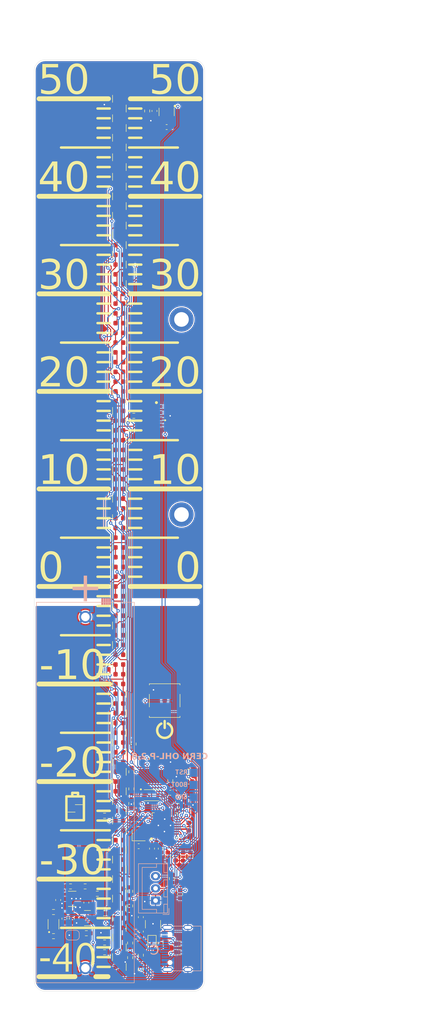
<source format=kicad_pcb>
(kicad_pcb (version 20240108) (generator "pcbnew") (generator_version "8.0")
  (layers (0 "F.Cu" signal) (31 "B.Cu" signal) (34 "B.Paste" user) (35 "F.Paste" user) (36 "B.SilkS" user "B.Silkscreen") (37 "F.SilkS" user "F.Silkscreen") (38 "B.Mask" user) (39 "F.Mask" user) (44 "Edge.Cuts" user))
  (net 0 "")
  (net 1 "Net-(U1-XTAL_N)")
  (net 2 "GND")
  (net 3 "EN")
  (net 4 "Net-(U1-XTAL_P)")
  (net 6 "+3.3V")
  (net 7 "+5V")
  (net 8 "/blue")
  (net 9 "/purple")
  (net 10 "/l-blue")
  (net 11 "/celeste")
  (net 12 "/green")
  (net 13 "/beige")
  (net 14 "/red")
  (net 15 "/orange")
  (net 16 "/l-green")
  (net 17 "/cyan")
  (net 18 "D-")
  (net 19 "D+")
  (net 20 "IO21")
  (net 21 "IO20")
  (net 22 "IO9")
  (net 23 "IO1")
  (net 24 "IO2")
  (net 25 "IO4")
  (net 26 "IO5")
  (net 27 "IO6")
  (net 28 "IO7")
  (net 29 "IO8")
  (net 30 "IO10")
  (net 31 "IO0")
  (net 34 "/CC2")
  (net 35 "/CC1")
  (net 37 "VBAT")
  (net 38 "Net-(D11-K)")
  (net 39 "Net-(U4-PROG)")
  (net 40 "Net-(D11-A)")
  (net 41 "VCC")
  (net 42 "Net-(U3-VCC)")
  (net 43 "Net-(U3-VM)")
  (net 44 "/BAT-")
  (net 55 "PAD")
  (net 56 "IO3")
  (net 57 "VDD_SPI")
  (net 58 "SPIHD")
  (net 59 "SPIWP")
  (net 60 "SPICS")
  (net 61 "SPICK")
  (net 62 "SPID")
  (net 63 "SPIQ")
  (footprint "diy:LED_0603_1608Metric" (layer "F.Cu") (at 101.785 48.5)
    (property "Reference" "D1" (hide yes))
    (property "Value" "~")
  )
  (footprint "Fiducial:Fiducial_1mm_Mask2mm" (layer "F.Cu") (at 117.3 222.72519)
    (property "Reference" "FID1" (hide yes))
    (property "Value" "Fiducial_1mm_Mask2mm")
  )
  (footprint "diy:LED_0603_1608Metric" (layer "F.Cu") (at 101.785 50.5 180)
    (property "Reference" "D2" (hide yes))
    (property "Value" "~")
  )
  (footprint "Capacitor_SMD:C_0603_1608Metric" (layer "F.Cu") (at 116.05 197.75 90)
    (property "Reference" "C10" (hide yes))
    (property "Value" "100nF")
  )
  (footprint "Resistor_SMD:R_0603_1608Metric" (layer "F.Cu") (at 116 186.5 180)
    (property "Reference" "R13" (hide yes))
    (property "Value" "10kΩ")
  )
  (footprint "diy:LED_0603_1608Metric" (layer "F.Cu") (at 101.785 132.5 180)
    (property "Reference" "D50" (hide yes))
    (property "Value" "~")
  )
  (footprint "Resistor_SMD:R_0603_1608Metric" (layer "F.Cu") (at 114.25 211.6 -90)
    (property "Reference" "RV11" (hide yes))
    (property "Value" "Varistor")
  )
  (footprint "diy:LED_0603_1608Metric" (layer "F.Cu") (at 101.785 120.5)
    (property "Reference" "D16" (hide yes))
    (property "Value" "~")
  )
  (footprint "Package_SON:Winbond_USON-8-1EP_3x2mm_P0.5mm_EP0.2x1.6mm" (layer "F.Cu") (at 108.4 191.3)
    (property "Reference" "U5" (hide yes))
    (property "Value" "W25Q32RVXHJQ")
  )
  (footprint "diy:LED_0603_1608Metric" (layer "F.Cu") (at 101.785 142.5 180)
    (property "Reference" "D8" (hide yes))
    (property "Value" "~")
  )
  (footprint "Resistor_SMD:R_0603_1608Metric" (layer "F.Cu") (at 104 221.61 90)
    (property "Reference" "R9" (hide yes))
    (property "Value" "22")
  )
  (footprint "diy:LED_0603_1608Metric" (layer "F.Cu") (at 101.785 222.5 180)
    (property "Reference" "D85" (hide yes))
    (property "Value" "~")
  )
  (footprint "Capacitor_SMD:C_0603_1608Metric" (layer "F.Cu") (at 95 213.3 90)
    (property "Reference" "C14" (hide yes))
    (property "Value" "100nF")
  )
  (footprint "Resistor_SMD:R_0603_1608Metric" (layer "F.Cu") (at 88.25 220.2 180)
    (property "Reference" "R20" (hide yes))
    (property "Value" "1-3K")
  )
  (footprint "diy:LED_0603_1608Metric" (layer "F.Cu") (at 101.785 58.5 180)
    (property "Reference" "D25" (hide yes))
    (property "Value" "~")
  )
  (footprint "TestPoint:TestPoint_Loop_D3.80mm_Drill2.0mm" (layer "F.Cu") (at 114.55 133.75)
    (property "Reference" "REF2" (hide yes))
    (property "Value" "TestPoint_Loop_D3.80mm_Drill2.0mm")
  )
  (footprint "Package_SO:MSOP-8_3x3mm_P0.65mm" (layer "F.Cu") (at 112.2 113.5 90)
    (property "Reference" "U7" (hide yes))
    (property "Value" "DS18B20U")
  )
  (footprint "Capacitor_SMD:C_0603_1608Metric" (layer "F.Cu") (at 113.95 193.5)
    (property "Reference" "C9" (hide yes))
    (property "Value" "100nF")
  )
  (footprint "Capacitor_SMD:C_0603_1608Metric" (layer "F.Cu") (at 112.25 190.8)
    (property "Reference" "C7" (hide yes))
    (property "Value" "NC")
  )
  (footprint "Crystal:Crystal_SMD_2016-4Pin_2.0x1.6mm" (layer "F.Cu") (at 105.75 199.5)
    (property "Reference" "Y1" (hide yes))
    (property "Value" "Crystal")
  )
  (footprint "diy:LED_0603_1608Metric" (layer "F.Cu") (at 101.785 164.5)
    (property "Reference" "D22" (hide yes))
    (property "Value" "~")
  )
  (footprint "diy:LED_0603_1608Metric" (layer "F.Cu") (at 101.785 128.5 180)
    (property "Reference" "D38" (hide yes))
    (property "Value" "~")
  )
  (footprint "diy:LED_0603_1608Metric" (layer "F.Cu") (at 101.785 134.5)
    (property "Reference" "D51" (hide yes))
    (property "Value" "~")
  )
  (footprint "diy:LED_0603_1608Metric" (layer "F.Cu") (at 101.785 98.5 180)
    (property "Reference" "D37" (hide yes))
    (property "Value" "~")
  )
  (footprint "Resistor_SMD:R_0603_1608Metric" (layer "F.Cu") (at 111.75 203.9 -90)
    (property "Reference" "RV2" (hide yes))
    (property "Value" "Varistor")
  )
  (footprint "Resistor_SMD:R_0603_1608Metric" (layer "F.Cu") (at 108.5 183.75 90)
    (property "Reference" "RV4" (hide yes))
    (property "Value" "Varistor")
  )
  (footprint "Resistor_SMD:R_0603_1608Metric" (layer "F.Cu") (at 112.595 208.4 90)
    (property "Reference" "R15" (hide yes))
    (property "Value" "5,1K")
  )
  (footprint "diy:LED_0603_1608Metric" (layer "F.Cu") (at 101.785 90.5 180)
    (property "Reference" "D15" (hide yes))
    (property "Value" "~")
  )
  (footprint "diy:LED_0603_1608Metric" (layer "F.Cu") (at 101.785 176.5)
    (property "Reference" "D54" (hide yes))
    (property "Value" "~")
  )
  (footprint "Resistor_SMD:R_0603_1608Metric" (layer "F.Cu") (at 110.25 221.6275 -90)
    (property "Reference" "RV1" (hide yes))
    (property "Value" "Varistor")
  )
  (footprint "Package_TO_SOT_SMD:SOT-23-6" (layer "F.Cu") (at 111.5 51.2 -90)
    (property "Reference" "U8" (hide yes))
    (property "Value" "TTP233H-HA6")
  )
  (footprint "Capacitor_SMD:C_0603_1608Metric" (layer "F.Cu") (at 116 188.5)
    (property "Reference" "C4" (hide yes))
    (property "Value" "1µF")
  )
  (footprint "Capacitor_SMD:C_0603_1608Metric" (layer "F.Cu") (at 89.2125 212.79 -90)
    (property "Reference" "C15" (hide yes))
    (property "Value" "10uF")
  )
  (footprint "TestPoint:TestPoint_Loop_D3.80mm_Drill2.0mm" (layer "F.Cu") (at 114.55 93.75)
    (property "Reference" "REF1" (hide yes))
    (property "Value" "TestPoint_Loop_D3.80mm_Drill2.0mm")
  )
  (footprint "diy:LED_0603_1608Metric" (layer "F.Cu") (at 101.785 208.5)
    (property "Reference" "D86" (hide yes))
    (property "Value" "~")
  )
  (footprint "diy:LED_0603_1608Metric" (layer "F.Cu") (at 101.785 212.5)
    (property "Reference" "D62" (hide yes))
    (property "Value" "~")
  )
  (footprint "diy:LED_0603_1608Metric" (layer "F.Cu") (at 101.785 94.5 180)
    (property "Reference" "D27" (hide yes))
    (property "Value" "~")
  )
  (footprint "diy:LED_0603_1608Metric" (layer "F.Cu") (at 101.785 174.5 180)
    (property "Reference" "D45" (hide yes))
    (property "Value" "~")
  )
  (footprint "Resistor_SMD:R_0603_1608Metric" (layer "F.Cu") (at 104.25 186.5 -90)
    (property "Reference" "RV7" (hide yes))
    (property "Value" "Varistor")
  )
  (footprint "Resistor_SMD:R_0603_1608Metric" (layer "F.Cu") (at 106.2 227.1 -90)
    (property "Reference" "RV12" (hide yes))
    (property "Value" "Varistor")
  )
  (footprint "Resistor_SMD:R_0603_1608Metric" (layer "F.Cu") (at 112.25 188.325 90)
    (property "Reference" "RV9" (hide yes))
    (property "Value" "Varistor")
  )
  (footprint "Capacitor_SMD:C_0603_1608Metric" (layer "F.Cu") (at 92 216.6 -90)
    (property "Reference" "C8" (hide yes))
    (property "Value" "100nF")
  )
  (footprint "diy:LED_0603_1608Metric" (layer "F.Cu") (at 101.785 60.5)
    (property "Reference" "D34" (hide yes))
    (property "Value" "~")
  )
  (footprint "diy:LED_0603_1608Metric" (layer "F.Cu") (at 101.785 152.5)
    (property "Reference" "D40" (hide yes))
    (property "Value" "~")
  )
  (footprint "diy:LED_0603_1608Metric" (layer "F.Cu") (at 101.785 100.5)
    (property "Reference" "D48" (hide yes))
    (property "Value" "~")
  )
  (footprint "diy:LED_0603_1608Metric" (layer "F.Cu") (at 101.785 210.5 180)
    (property "Reference" "D87" (hide yes))
    (property "Value" "~")
  )
  (footprint "Resistor_SMD:R_0603_1608Metric" (layer "F.Cu") (at 114.9 203.9 90)
    (property "Reference" "R26" (hide yes))
    (property "Value" "TBD")
  )
  (footprint "diy:LED_0603_1608Metric" (layer "F.Cu") (at 101.785 170.5 180)
    (property "Reference" "D33" (hide yes))
    (property "Value" "~")
  )
  (footprint "diy:LED_0603_1608Metric" (layer "F.Cu") (at 101.785 154.5 180)
    (property "Reference" "D41" (hide yes))
    (property "Value" "~")
  )
  (footprint "Resistor_SMD:R_0603_1608Metric" (layer "F.Cu") (at 114.175 221.75)
    (property "Reference" "R6" (hide yes))
    (property "Value" "5,1kΩ")
  )
  (footprint "diy:LED_0603_1608Metric" (layer "F.Cu") (at 101.785 160.5)
    (property "Reference" "D20" (hide yes))
    (property "Value" "~")
  )
  (footprint "diy:LED_0603_1608Metric" (layer "F.Cu") (at 101.785 148.5)
    (property "Reference" "D30" (hide yes))
    (property "Value" "~")
  )
  (footprint "LED_SMD:LED_0603_1608Metric" (layer "F.Cu") (at 92.7 195.5)
    (property "Reference" "D11" (hide yes))
    (property "Value" "LED_CHR")
  )
  (footprint "diy:LED_0603_1608Metric" (layer "F.Cu") (at 101.785 92.5)
    (property "Reference" "D26" (hide yes))
    (property "Value" "~")
  )
  (footprint "diy:LED_0603_1608Metric" (layer "F.Cu") (at 101.785 136.5 180)
    (property "Reference" "D60" (hide yes))
    (property "Value" "~")
  )
  (footprint "Resistor_SMD:R_0603_1608Metric" (layer "F.Cu") (at 104 211 90)
    (property "Reference" "R7" (hide yes))
    (property "Value" "22")
  )
  (footprint "Resistor_SMD:R_0603_1608Metric" (layer "F.Cu") (at 95 219.6)
    (property "Reference" "R18" (hide yes))
    (property "Value" "100K")
  )
  (footprint "Package_TO_SOT_SMD:SOT-23-5" (layer "F.Cu") (at 108.7 217.75 90)
    (property "Reference" "U2" (hide yes))
    (property "Value" "RT9080")
  )
  (footprint "diy:LED_0603_1608Metric" (layer "F.Cu") (at 101.785 102.5 180)
    (property "Reference" "D49" (hide yes))
    (property "Value" "~")
  )
  (footprint "Capacitor_SMD:C_0603_1608Metric" (layer "F.Cu") (at 90.5 216.6 -90)
    (property "Reference" "C1" (hide yes))
    (property "Value" "100nF")
  )
  (footprint "Fiducial:Fiducial_1mm_Mask2mm" (layer "F.Cu") (at 86.55 50.75)
    (property "Reference" "FID2" (hide yes))
    (property "Value" "Fiducial_1mm_Mask2mm")
  )
  (footprint "diy:LED_0603_1608Metric" (layer "F.Cu") (at 101.785 146.5 180)
    (property "Reference" "D19" (hide yes))
    (property "Value" "~")
  )
  (footprint "diy:LED_0603_1608Metric" (layer "F.Cu") (at 101.785 114.5 180)
    (property "Reference" "D81" (hide yes))
    (property "Value" "~")
  )
  (footprint "Resistor_SMD:R_0603_1608Metric" (layer "F.Cu") (at 91.75 210 180)
    (property "Reference" "R24" (hide yes))
    (property "Value" "1k")
  )
  (footprint "Resistor_SMD:R_0603_1608Metric" (layer "F.Cu") (at 98.75 223.5 180)
    (property "Reference" "R14" (hide yes))
    (property "Value" "22")
  )
  (footprint "diy:LED_0603_1608Metric" (layer "F.Cu") (at 101.785 178.5 180)
    (property "Reference" "D55" (hide yes))
    (property "Value" "~")
  )
  (footprint "Resistor_SMD:R_0603_1608Metric" (layer "F.Cu") (at 114.175 223.5)
    (property "Reference" "R5" (hide yes))
    (property "Value" "5,1kΩ")
  )
  (footprint "diy:LED_0603_1608Metric" (layer "F.Cu") (at 101.785 130.5)
    (property "Reference" "D39" (hide yes))
    (property "Value" "~")
  )
  (footprint "Button_Switch_SMD:SW_SPST_B3S-1000" (layer "F.Cu") (at 111.1 171.900001 180)
    (property "Reference" "SW3" (hide yes))
    (property "Value" "SW_MEC_5G")
  )
  (footprint "diy:LED_0603_1608Metric" (layer "F.Cu") (at 101.785 204.5)
    (property "Reference" "D74" (hide yes))
    (property "Value" "~")
  )
  (footprint "diy:LED_0603_1608Metric" (layer "F.Cu") (at 101.785 126.5)
    (property "Reference" "D29" (hide yes))
    (property "Value" "~")
  )
  (footprint "diy:LED_0603_1608Metric" (layer "F.Cu") (at 101.785 156.5)
    (property "Reference" "D9" (hide yes))
    (property "Value" "~")
  )
  (footprint "diy:LED_0603_1608Metric" (layer "F.Cu") (at 101.785 112.5)
    (property "Reference" "D80" (hide yes))
    (property "Value" "~")
  )
  (footprint "Resistor_SMD:R_0603_1608Metric" (layer "F.Cu") (at 106.4 183.7 90)
    (property "Reference" "RV5" (hide yes))
    (property "Value" "Varistor")
  )
  (footprint "diy:LED_0603_1608Metric" (layer "F.Cu") (at 101.785 80.5)
    (property "Reference" "D90" (hide yes))
    (property "Value" "~")
  )
  (footprint "Capacitor_SMD:C_0603_1608Metric" (layer "F.Cu") (at 110.3 202.25 90)
    (property "Reference" "C3" (hide yes))
    (property "Value" "100nF")
  )
  (footprint "Capacitor_SMD:C_0603_1608Metric" (layer "F.Cu") (at 105.75 201.75)
    (property "Reference" "C6" (hide yes))
    (property "Value" "TBD")
  )
  (footprint "diy:LED_0603_1608Metric" (layer "F.Cu") (at 101.785 168.5)
    (property "Reference" "D32" (hide yes))
    (property "Value" "~")
  )
  (footprint "diy:LED_0603_1608Metric" (layer "F.Cu") (at 101.785 190.5 180)
    (property "Reference" "D89" (hide yes))
    (property "Value" "~")
  )
  (footprint "diy:LED_0603_1608Metric" (layer "F.Cu") (at 101.785 198.5 180)
    (property "Reference" "D53" (hide yes))
    (property "Value" "~")
  )
  (footprint "diy:LED_0603_1608Metric" (layer "F.Cu") (at 101.785 150.5 180)
    (property "Reference" "D31" (hide yes))
    (property "Value" "~")
  )
  (footprint "diy:LED_0603_1608Metric" (layer "F.Cu") (at 101.785 72.5)
    (property "Reference" "D68" (hide yes))
    (property "Value" "~")
  )
  (footprint "Resistor_SMD:R_0603_1608Metric" (layer "F.Cu") (at 116.4 203.9 -90)
    (property "Reference" "R25" (hide yes))
    (property "Value" "TBD")
  )
  (footprint "Capacitor_SMD:C_0603_1608Metric" (layer "F.Cu") (at 105.5 197.25)
    (property "Reference" "C5" (hide yes))
    (property "Value" "TBD")
  )
  (footprint "diy:LED_0603_1608Metric" (layer "F.Cu") (at 101.785 192.5)
    (property "Reference" "D42" (hide yes))
    (property "Value" "~")
  )
  (footprint "diy:LED_0603_1608Metric" (layer "F.Cu") (at 101.785 206.5 180)
    (property "Reference" "D75" (hide yes))
    (property "Value" "~")
  )
  (footprint "Resistor_SMD:R_0603_1608Metric" (layer "F.Cu") (at 94.75 210 180)
    (property "Reference" "R16" (hide yes))
    (property "Value" "2K")
  )
  (footprint "diy:LED_0603_1608Metric" (layer "F.Cu") (at 101.785 54.5 180)
    (property "Reference" "D13" (hide yes))
    (property "Value" "~")
  )
  (footprint "Capacitor_SMD:C_0603_1608Metric" (layer "F.Cu") (at 106.2 216.3 90)
    (property "Reference" "C12" (hide yes))
    (property "Value" "1µF")
  )
  (footprint "Package_TO_SOT_SMD:SOT-23-5" (layer "F.Cu") (at 92.1 212.55)
    (property "Reference" "U4" (hide yes))
    (property "Value" "MCP73831")
  )
  (footprint "diy:LED_0603_1608Metric" (layer "F.Cu") (at 101.785 118.5 180)
    (property "Reference" "D6" (hide yes))
    (property "Value" "~")
  )
  (footprint "Resistor_SMD:R_0603_1608Metric" (layer "F.Cu") (at 106.2 224.1 90)
    (property "Reference" "R12" (hide yes))
    (property "Value" "22")
  )
  (footprint "diy:LED_0603_1608Metric" (layer "F.Cu") (at 101.785 82.5 180)
    (property "Reference" "D91" (hide yes))
    (property "Value" "~")
  )
  (footprint "diy:LED_0603_1608Metric" (layer "F.Cu") (at 101.785 64.5)
    (property "Reference" "D46" (hide yes))
    (property "Value" "~")
  )
  (footprint "diy:LED_0603_1608Metric" (layer "F.Cu") (at 101.785 88.5)
    (property "Reference" "D14" (hide yes))
    (property "Value" "~")
  )
  (footprint "Package_DFN_QFN:DFN-6-1EP_2x2mm_P0.5mm_EP0.6x1.37mm" (layer "F.Cu") (at 88.25 217.7625 90)
    (property "Reference" "U3" (hide yes))
    (property "Value" "SL197-1")
  )
  (footprint "diy:LED_0603_1608Metric" (layer "F.Cu") (at 101.785 224.5)
    (property "Reference" "D82" (hide yes))
    (property "Value" "~")
  )
  (footprint "diy:LED_0603_1608Metric" (layer "F.Cu") (at 101.785 216.5)
    (property "Reference" "D72" (hide yes))
    (property "Value" "~")
  )
  (footprint "diy:LED_0603_1608Metric" (layer "F.Cu") (at 101.785 96.5)
    (property "Reference" "D36" (hide yes))
    (property "Value" "~")
  )
  (footprint "Fiducial:Fiducial_1mm_Mask2mm" (layer "F.Cu") (at 117.05 50.75)
    (property "Reference" "FID3" (hide yes))
    (property "Value" "Fiducial_1mm_Mask2mm")
  )
  (footprint "diy:LED_0603_1608Metric" (layer "F.Cu") (at 101.785 106.5 180)
    (property "Reference" "D59" (hide yes))
    (property "Value" "~")
  )
  (footprint "diy:LED_0603_1608Metric" (layer "F.Cu") (at 101.785 196.5)
    (property "Reference" "D52" (hide yes))
    (property "Value" "~")
  )
  (footprint "diy:LED_0603_1608Metric" (layer "F.Cu") (at 101.785 56.5)
    (property "Reference" "D24" (hide yes))
    (property "Value" "~")
  )
  (footprint "diy:LED_0603_1608Metric" (layer "F.Cu") (at 101.785 68.5)
    (property "Reference" "D56" (hide yes))
    (property "Value" "~")
  )
  (footprint "Resistor_SMD:R_0603_1608Metric" (layer "F.Cu") (at 98.75 195.5)
    (property "Reference" "R8" (hide yes))
    (property "Value" "22")
  )
  (footprint "diy:LED_0603_1608Metric" (layer "F.Cu") (at 101.785 138.5)
    (property "Reference" "D61" (hide yes))
    (property "Value" "~")
  )
  (footprint "diy:LED_0603_1608Metric" (layer "F.Cu") (at 101.785 62.5 180)
    (property "Reference" "D35" (hide yes))
    (property "Value" "~")
  )
  (footprint "diy:LED_0603_1608Metric" (layer "F.Cu") (at 101.785 122.5 180)
    (property "Reference" "D17" (hide yes))
    (property "Value" "~")
  )
  (footprint "Capacitor_SMD:C_0603_1608Metric" (layer "F.Cu") (at 108.5 202.25 -90)
    (property "Reference" "C16" (hide yes))
    (property "Value" "100nF")
  )
  (footprint "diy:LED_0603_1608Metric" (layer "F.Cu") (at 101.785 86.5 180)
    (property "Reference" "D4" (hide yes))
    (property "Value" "~")
  )
  (footprint "Resistor_SMD:R_0603_1608Metric" (layer "F.Cu") (at 98.75 215.5 180)
    (property "Reference" "R10" (hide yes))
    (property "Value" "22")
  )
  (footprint "Capacitor_SMD:C_0603_1608Metric" (layer "F.Cu") (at 109 51 90)
    (property "Reference" "C17" (hide yes))
    (property "Value" "TBD")
  )
  (footprint "diy:LED_0603_1608Metric" (layer "F.Cu") (at 101.785 144.5)
    (property "Reference" "D18" (hide yes))
    (property "Value" "~")
  )
  (footprint "diy:LED_0603_1608Metric" (layer "F.Cu") (at 101.785 184.5)
    (property "Reference" "D76" (hide yes))
    (property "Value" "~")
  )
  (footprint "Resistor_SMD:R_0603_1608Metric" (layer "F.Cu") (at 104 224.61 -90)
    (property "Reference" "RV10" (hide yes))
    (property "Value" "Varistor")
  )
  (footprint "diy:LED_0603_1608Metric" (layer "F.Cu") (at 101.785 172.5)
    (property "Reference" "D44" (hide yes))
    (property "Value" "~")
  )
  (footprint "diy:LED_0603_1608Metric" (layer "F.Cu") (at 101.785 74.5 180)
    (property "Reference" "D69" (hide yes))
    (property "Value" "~")
  )
  (footprint "diy:LED_0603_1608Metric" (layer "F.Cu") (at 101.785 110.5 180)
    (property "Reference" "D71" (hide yes))
    (property "Value" "~")
  )
  (footprint "diy:LED_0603_1608Metric" (layer "F.Cu") (at 101.785 116.5)
    (property "Reference" "D5" (hide yes))
    (property "Value" "~")
  )
  (footprint "Resistor_SMD:R_0603_1608Metric" (layer "F.Cu") (at 104.25 193 -90)
    (property "Reference" "RV6" (hide yes))
    (property "Value" "Varistor")
  )
  (footprint "diy:LED_0603_1608Metric" (layer "F.Cu") (at 101.785 194.5 180)
    (property "Reference" "D43" (hide yes))
    (property "Value" "~")
  )
  (footprint "diy:LED_0603_1608Metric" (layer "F.Cu") (at 101.785 162.5 180)
    (property "Reference" "D21" (hide yes))
    (property "Value" "~")
  )
  (footprint "diy:LED_0603_1608Metric" (layer "F.Cu") (at 101.785 52.5)
    (property "Reference" "D12" (hide yes))
    (property "Value" "~")
  )
  (footprint "diy:LED_0603_1608Metric" (layer "F.Cu") (at 101.785 182.5 180)
    (property "Reference" "D67" (hide yes))
    (property "Value" "~")
  )
  (footprint "diy:LED_0603_1608Metric" (layer "F.Cu") (at 101.785 226.5 180)
    (property "Reference" "D83" (hide yes))
    (property "Value" "~")
  )
  (footprint "Capacitor_SMD:C_0603_1608Metric" (layer "F.Cu") (at 113.35 203.9 90)
    (property "Reference" "C13" (hide yes))
    (property "Value" "100nF")
  )
  (footprint "diy:LED_0603_1608Metric" (layer "F.Cu") (at 101.785 220.5)
    (property "Reference" "D84" (hide yes))
    (property "Value" "~")
  )
  (footprint "diy:LED_0603_1608Metric" (layer "F.Cu") (at 101.785 66.5 180)
    (property "Reference" "D47" (hide yes))
    (property "Value" "~")
  )
  (footprint "diy:LED_0603_1608Metric" (layer "F.Cu") (at 101.785 186.5 180)
    (property "Reference" "D77" (hide yes))
    (property "Value" "~")
  )
  (footprint "Resistor_SMD:R_0603_1608Metric" (layer "F.Cu") (at 97.25 211.5)
    (property "Reference" "R17" (hide yes))
    (property "Value" "220")
  )
  (footprint "Diode_SMD:D_SOD-323" (layer "F.Cu") (at 108.5 221.65 -90)
    (property "Reference" "D93" (hide yes))
    (property "Value" "D_Schottky_Small")
  )
  (footprint "diy:LED_0603_1608Metric" (layer "F.Cu") (at 101.785 158.5 180)
    (property "Reference" "D10" (hide yes))
    (property "Value" "~")
  )
  (footprint "Resistor_SMD:R_0603_1608Metric" (layer "F.Cu") (at 104.75 113.5 180)
    (property "Reference" "R2" (hide yes))
    (property "Value" "22")
  )
  (footprint "Resistor_SMD:R_0603_1608Metric" (layer "F.Cu") (at 104 214 -90)
    (property "Reference" "RV8" (hide yes))
    (property "Value" "Varistor")
  )
  (footprint "diy:LED_0603_1608Metric" (layer "F.Cu") (at 101.785 202.5 180)
    (property "Reference" "D65" (hide yes))
    (property "Value" "~")
  )
  (footprint "diy:LED_0603_1608Metric" (layer "F.Cu") (at 101.785 188.5)
    (property "Reference" "D88" (hide yes))
    (property "Value" "~")
  )
  (footprint "diy:LED_0603_1608Metric" (layer "F.Cu") (at 101.785 104.5)
    (property "Reference" "D58" (hide yes))
    (property "Value" "~")
  )
  (footprint "diy:LED_0603_1608Metric" (layer "F.Cu") (at 101.785 108.5)
    (property "Reference" "D70" (hide yes))
    (property "Value" "~")
  )
  (footprint "Capacitor_SMD:C_0603_1608Metric" (layer "F.Cu") (at 111.5 54.3 180)
    (property "Reference" "C21" (hide yes))
    (property "Value" "100nF")
  )
  (footprint "diy:LED_0603_1608Metric" (layer "F.Cu") (at 101.785 70.5 180)
    (property "Reference" "D57" (hide yes))
    (property "Value" "~")
  )
  (footprint "diy:LED_0603_1608Metric" (layer "F.Cu") (at 101.785 180.5)
    (property "Reference" "D66" (hide yes))
    (property "Value" "~")
  )
  (footprint "diy:LED_0603_1608Metric" (layer "F.Cu") (at 101.785 218.5 180)
    (property "Reference" "D73" (hide yes))
    (property "Value" "~")
  )
  (footprint "Resistor_SMD:R_0603_1608Metric" (layer "F.Cu") (at 98.75 165.5 180)
    (property "Reference" "R4" (hide yes))
    (property "Value" "22")
  )
  (footprint "diy:LED_0603_1608Metric" (layer "F.Cu") (at 101.785 140.5)
    (property "Reference" "D7" (hide yes))
    (property "Value" "~")
  )
  (footprint "Resistor_SMD:R_0603_1608Metric" (layer "F.Cu") (at 98.75 221.5 180)
    (property "Reference" "RV13" (hide yes))
    (property "Value" "Varistor")
  )
  (footprint "diy:LED_0603_1608Metric" (layer "F.Cu") (at 101.785 76.5)
    (property "Reference" "D78" (hide yes))
    (property "Value" "~")
  )
  (footprint "Resistor_SMD:R_0603_1608Metric" (layer "F.Cu") (at 104.25 190 90)
    (property "Reference" "R3" (hide yes))
    (property "Value" "22")
  )
  (footprint "diy:LED_0603_1608Metric" (layer "F.Cu") (at 101.785 78.5 180)
    (property "Reference" "D79" (hide yes))
    (property "Value" "~")
  )
  (footprint "Package_TO_SOT_SMD:SOT-23" (layer "F.Cu") (at 95.2375 216.5 180)
    (property "Reference" "Q1" (hide yes))
    (property "Value" "BSS84")
  )
  (footprint "diy:LED_0603_1608Metric" (layer "F.Cu") (at 101.785 200.5)
    (property "Reference" "D64" (hide yes))
    (property "Value" "~")
  )
  (footprint "LED_SMD:LED_0603_1608Metric" (layer "F.Cu") (at 92.7 192.5 180)
    (property "Reference" "D92" (hide yes))
    (property "Value" "LED_CHR")
  )
  (footprint "Package_SO:SOIC-8_3.9x4.9mm_P1.27mm" (layer "F.Cu") (at 112.2 113.5)
    (property "Reference" "U6" (hide yes))
    (property "Value" "DS18B20Z")
  )
  (footprint "Package_DFN_QFN:QFN-32-1EP_5x5mm_P0.5mm_EP3.45x3.45mm" (layer "F.Cu") (at 111.1125 197.5 90)
    (property "Reference" "U1" (hide yes))
    (property "Value" "ESP32-C3")
  )
  (footprint "Resistor_SMD:R_0603_1608Metric" (layer "F.Cu") (at 107.5 51 -90)
    (property "Reference" "RV3" (hide yes))
    (property "Value" "Varistor")
  )
  (footprint "diy:LED_0603_1608Metric" (layer "F.Cu") (at 101.785 166.5 180)
    (property "Reference" "D23" (hide yes))
    (property "Value" "~")
  )
  (footprint "Resistor_SMD:R_0603_1608Metric" (layer "F.Cu") (at 104.7 180.8 90)
    (property "Reference" "R19" (hide yes))
    (property "Value" "5,1K")
  )
  (footprint "Capacitor_SMD:C_0603_1608Metric" (layer "F.Cu") (at 106.2 219.25 -90)
    (property "Reference" "C11" (hide yes))
    (property "Value" "1µF")
  )
  (footprint "diy:LED_0603_1608Metric" (layer "F.Cu") (at 101.785 124.5)
    (property "Reference" "D28" (hide yes))
    (property "Value" "~")
  )
  (footprint "Resistor_SMD:R_0603_1608Metric" (layer "F.Cu") (at 88.25 215.25 180)
    (property "Reference" "R11" (hide yes))
    (property "Value" "470-1K")
  )
  (footprint "Fiducial:Fiducial_1mm_Mask2mm" (layer "F.Cu") (at 111.1 171.900001)
    (property "Reference" "FID4" (hide yes))
    (property "Value" "Fiducial_1mm_Mask2mm")
  )
  (footprint "diy:LED_0603_1608Metric" (layer "F.Cu") (at 101.785 214.5 180)
    (property "Reference" "D63" (hide yes))
    (property "Value" "~")
  )
  (footprint "diy:LED_0603_1608Metric" (layer "F.Cu") (at 101.785 84.5)
    (property "Reference" "D3" (hide yes))
    (property "Value" "~")
  )
  (footprint "Resistor_SMD:R_0603_1608Metric" (layer "F.Cu") (at 105 83.5 180)
    (property "Reference" "R1" (hide yes))
    (property "Value" "22")
  )
  (footprint "Connector_JST:JST_XH_B3B-XH-A_1x03_P2.50mm_Vertical" (layer "B.Cu") (at 109.225 212.9 90)
    (property "Reference" "J3" (hide yes))
    (property "Value" "Conn_01x03")
  )
  (footprint "Connector_PinHeader_2.54mm:PinHeader_1x03_P2.54mm_Vertical" (layer "B.Cu") (at 117 186.67 180)
    (property "Reference" "J2" (hide yes))
    (property "Value" "Conn_01x03" (hide yes))
  )
  (footprint "Battery:BatteryHolder_MPD_BH-18650-PC2" (layer "B.Cu") (at 94.8 154.75 -90)
    (property "Reference" "BT1" (hide yes))
    (property "Value" "Battery_Cell")
  )
  (footprint "Jumper:SolderJumper-2_P1.3mm_Open_RoundedPad1.0x1.5mm" (layer "B.Cu") (at 92.15 220 180)
    (property "Reference" "JP1" (hide yes))
    (property "Value" "Jumper")
  )
  (footprint "Connector_USB:USB_C_Receptacle_G-Switch_GT-USB-7010ASV" (layer "B.Cu") (at 114.79519 222.72519 -90)
    (property "Reference" "J1" (hide yes))
    (property "Value" "USB_C_Receptacle_USB2.0")
  )
  (gr_line (start 103.8 84.5) (end 106.3 84.5) (stroke (width 0.5)) (layer "F.SilkS"))
  (gr_line (start 103.8 132.5) (end 106.3 132.5) (stroke (width 0.5)) (layer "F.SilkS"))
  (gr_line (start 99.8 120.5) (end 97.3 120.5) (stroke (width 0.5)) (layer "F.SilkS"))
  (gr_line (start 99.8 126.5) (end 97.3 126.5) (stroke (width 0.5)) (layer "F.SilkS"))
  (gr_line (start 103.8 130.5) (end 106.3 130.5) (stroke (width 0.5)) (layer "F.SilkS"))
  (gr_line (start 99.8 170.5) (end 97.3 170.5) (stroke (width 0.5)) (layer "F.SilkS"))
  (gr_line (start 103.8 72.5) (end 106.3 72.5) (stroke (width 0.5)) (layer "F.SilkS"))
  (gr_line (start 99.8 202.5) (end 97.3 202.5) (stroke (width 0.5)) (layer "F.SilkS"))
  (gr_line (start 99.8 140.5) (end 97.3 140.5) (stroke (width 0.5)) (layer "F.SilkS"))
  (gr_line (start 85.3 188.5) (end 99.8 188.5) (stroke (width 1)) (layer "F.SilkS"))
  (gr_line (start 103.8 102.5) (end 106.3 102.5) (stroke (width 0.5)) (layer "F.SilkS"))
  (gr_line (start 103.8 134.5) (end 106.3 134.5) (stroke (width 0.5)) (layer "F.SilkS"))
  (gr_line (start 99.8 62.5) (end 97.3 62.5) (stroke (width 0.5)) (layer "F.SilkS"))
  (gr_line (start 92.107651 191.540649) (end 92.107651 190.818405) (stroke (width 0.499999)) (layer "F.SilkS"))
  (gr_line (start 85.3 108.5) (end 99.55 108.5) (stroke (width 1)) (layer "F.SilkS"))
  (gr_line (start 103.8 106.5) (end 106.3 106.5) (stroke (width 0.5)) (layer "F.SilkS"))
  (gr_line (start 99.8 156.5) (end 97.3 156.5) (stroke (width 0.5)) (layer "F.SilkS"))
  (gr_line (start 103.8 60.5) (end 106.3 60.5) (stroke (width 0.5)) (layer "F.SilkS"))
  (gr_line (start 103.8 70.5) (end 106.3 70.5) (stroke (width 0.5)) (layer "F.SilkS"))
  (gr_line (start 99.8 58.5) (end 89.8 58.5) (stroke (width 0.5)) (layer "F.SilkS"))
  (gr_line (start 99.8 166.5) (end 97.3 166.5) (stroke (width 0.5)) (layer "F.SilkS"))
  (gr_line (start 99.8 216.5) (end 97.3 216.5) (stroke (width 0.5)) (layer "F.SilkS"))
  (gr_line (start 103.8 50.5) (end 106.3 50.5) (stroke (width 0.5)) (layer "F.SilkS"))
  (gr_line (start 99.8 94.5) (end 97.3 94.5) (stroke (width 0.5)) (layer "F.SilkS"))
  (gr_line (start 85.3 168.5) (end 99.8 168.5) (stroke (width 1)) (layer "F.SilkS"))
  (gr_line (start 111.1 177.5) (end 111.1 176.1) (stroke (width 0.5)) (layer "F.SilkS"))
  (gr_line (start 99.8 194.5) (end 97.3 194.5) (stroke (width 0.5)) (layer "F.SilkS"))
  (gr_line (start 85.3 88.5) (end 99.55 88.5) (stroke (width 1)) (layer "F.SilkS"))
  (gr_line (start 99.8 152.5) (end 97.3 152.5) (stroke (width 0.5)) (layer "F.SilkS"))
  (gr_line (start 103.8 126.5) (end 106.3 126.5) (stroke (width 0.5)) (layer "F.SilkS"))
  (gr_line (start 99.8 80.5) (end 97.3 80.5) (stroke (width 0.5)) (layer "F.SilkS"))
  (gr_line (start 99.8 138.5) (end 89.8 138.5) (stroke (width 0.5)) (layer "F.SilkS"))
  (gr_line (start 103.8 144.5) (end 106.3 144.5) (stroke (width 0.5)) (layer "F.SilkS"))
  (gr_line (start 99.8 178.5) (end 89.8 178.5) (stroke (width 0.5)) (layer "F.SilkS"))
  (gr_line (start 103.8 92.5) (end 106.3 92.5) (stroke (width 0.5)) (layer "F.SilkS"))
  (gr_line (start 99.8 154.5) (end 97.3 154.5) (stroke (width 0.5)) (layer "F.SilkS"))
  (gr_line (start 99.8 158.5) (end 89.8 158.5) (stroke (width 0.5)) (layer "F.SilkS"))
  (gr_line (start 103.8 142.5) (end 106.3 142.5) (stroke (width 0.5)) (layer "F.SilkS"))
  (gr_line (start 103.8 58.5) (end 113.8 58.5) (stroke (width 0.5)) (layer "F.SilkS"))
  (gr_line (start 99.8 160.5) (end 97.3 160.5) (stroke (width 0.5)) (layer "F.SilkS"))
  (gr_line (start 99.8 72.5) (end 97.3 72.5) (stroke (width 0.5)) (layer "F.SilkS"))
  (gr_line (start 85.3 68.5) (end 99.55 68.5) (stroke (width 1)) (layer "F.SilkS"))
  (gr_line (start 103.8 110.5) (end 106.3 110.5) (stroke (width 0.5)) (layer "F.SilkS"))
  (gr_line (start 103.8 122.5) (end 106.3 122.5) (stroke (width 0.5)) (layer "F.SilkS"))
  (gr_line (start 99.8 174.5) (end 97.3 174.5) (stroke (width 0.5)) (layer "F.SilkS"))
  (gr_line (start 103.8 94.5) (end 106.3 94.5) (stroke (width 0.5)) (layer "F.SilkS"))
  (gr_line (start 99.8 172.5) (end 97.3 172.5) (stroke (width 0.5)) (layer "F.SilkS"))
  (gr_line (start 94.5 196.431594) (end 94.5 191.540649) (stroke (width 0.499999)) (layer "F.SilkS"))
  (gr_line (start 99.8 144.5) (end 97.3 144.5) (stroke (width 0.5)) (layer "F.SilkS"))
  (gr_line (start 99.8 82.5) (end 97.3 82.5) (stroke (width 0.5)) (layer "F.SilkS"))
  (gr_line (start 99.8 192.5) (end 97.3 192.5) (stroke (width 0.5)) (layer "F.SilkS"))
  (gr_line (start 103.8 138.5) (end 113.8 138.5) (stroke (width 0.5)) (layer "F.SilkS"))
  (gr_poly (pts (xy 95.154689 221.560789) (xy 95.449916 221.643633) (xy 95.717012 221.781707) (xy 95.955979 221.97501) (xy 96.166816 222.223542) (xy 96.230844 222.31866) (xy 96.374806 222.580832) (xy 96.494369 222.876421) (xy 96.58953 223.205426) (xy 96.648091 223.49269) (xy 96.691036 223.80134) (xy 96.718365 224.131377) (xy 96.730077 224.482801) (xy 96.730565 224.573998) (xy 96.722757 224.928707) (xy 96.699332 225.262305) (xy 96.660292 225.574791) (xy 96.55 226.16) (xy 96.29 226.75) (xy 96.2 226.2) (xy 93.42 226.19) (xy 93.31 226.73) (xy 93.072204 225.914233) (xy 93.013643 225.625859) (xy 92.971053 225.316464) (xy 92.944435 224.986049) (xy 92.933787 224.634614) (xy 92.933565 224.573998) (xy 93.60621 224.573998) (xy 93.613263 224.895758) (xy 93.63442 225.205976) (xy 93.669683 225.504655) (xy 93.71905 225.791793) (xy 93.42 226.19) (xy 96.2 226.2) (xy 95.94508 225.791793) (xy 95.999627 225.467951) (xy 96.033126 225.16783) (xy 96.05252 224.856169) (xy 96.05792 224.573998) (xy 96.050867 224.248392) (xy 96.02971 223.935425) (xy 95.994447 223.635098) (xy 95.94508 223.347411) (xy 95.869551 223.048144) (xy 95.757352 222.75614) (xy 95.599552 222.484193) (xy 95.566992 222.440293) (xy 95.339205 222.230435) (xy 95.053715 222.117434) (xy 94.831332 222.09591) (xy 94.536654 222.136604) (xy 94.26693 222.273819) (xy 94.100069 222.440293) (xy 93.934052 222.702857) (xy 93.814983 222.986331) (xy 93.733762 223.277922) (xy 93.71905 223.347411) (xy 93.664504 223.671948) (xy 93.631004 223.973855) (xy 93.61161 224.288401) (xy 93.60621 224.573998) (xy 92.933565 224.573998) (xy 92.939004 224.274223) (xy 92.959886 223.934329) (xy 92.996431 223.616073) (xy 93.048638 223.319455) (xy 93.129341 223.00075) (xy 93.156315 222.915101) (xy 93.263585 222.634463) (xy 93.410223 222.351859) (xy 93.582505 222.109921) (xy 93.806978 221.88635) (xy 94.06101 221.715625) (xy 94.341704 221.600775) (xy 94.649059 221.541797) (xy 94.831332 221.533175)) (fill solid) (layer "F.SilkS"))
  (gr_line (start 99.8 112.5) (end 97.3 112.5) (stroke (width 0.5)) (layer "F.SilkS"))
  (gr_line (start 99.8 180.5) (end 97.3 180.5) (stroke (width 0.5)) (layer "F.SilkS"))
  (gr_line (start 99.8 50.5) (end 97.3 50.5) (stroke (width 0.5)) (layer "F.SilkS"))
  (gr_line (start 99.8 136.5) (end 97.3 136.5) (stroke (width 0.5)) (layer "F.SilkS"))
  (gr_line (start 103.8 62.5) (end 106.3 62.5) (stroke (width 0.5)) (layer "F.SilkS"))
  (gr_line (start 99.8 98.5) (end 89.8 98.5) (stroke (width 0.5)) (layer "F.SilkS"))
  (gr_line (start 85.3 228.5) (end 92.65 228.5) (stroke (width 1)) (layer "F.SilkS"))
  (gr_line (start 90.899758 191.540649) (end 92.107651 191.540649) (stroke (width 0.499999)) (layer "F.SilkS"))
  (gr_line (start 99.8 90.5) (end 97.3 90.5) (stroke (width 0.5)) (layer "F.SilkS"))
  (gr_line (start 94.5 191.540649) (end 93.292107 191.540649) (stroke (width 0.499999)) (layer "F.SilkS"))
  (gr_line (start 99.8 190.5) (end 97.3 190.5) (stroke (width 0.5)) (layer "F.SilkS"))
  (gr_line (start 99.8 54.5) (end 97.3 54.5) (stroke (width 0.5)) (layer "F.SilkS"))
  (gr_line (start 103.8 96.5) (end 106.3 96.5) (stroke (width 0.5)) (layer "F.SilkS"))
  (gr_line (start 99.8 176.5) (end 97.3 176.5) (stroke (width 0.5)) (layer "F.SilkS"))
  (gr_line (start 99.8 114.5) (end 97.3 114.5) (stroke (width 0.5)) (layer "F.SilkS"))
  (gr_line (start 103.8 116.5) (end 106.3 116.5) (stroke (width 0.5)) (layer "F.SilkS"))
  (gr_line (start 99.8 182.5) (end 97.3 182.5) (stroke (width 0.5)) (layer "F.SilkS"))
  (gr_line (start 103.8 74.5) (end 106.3 74.5) (stroke (width 0.5)) (layer "F.SilkS"))
  (gr_line (start 99.8 184.5) (end 97.3 184.5) (stroke (width 0.5)) (layer "F.SilkS"))
  (gr_line (start 99.8 110.5) (end 97.3 110.5) (stroke (width 0.5)) (layer "F.SilkS"))
  (gr_line (start 99.8 78.5) (end 89.8 78.5) (stroke (width 0.5)) (layer "F.SilkS"))
  (gr_line (start 103.8 114.5) (end 106.3 114.5) (stroke (width 0.5)) (layer "F.SilkS"))
  (gr_line (start 99.8 196.5) (end 97.3 196.5) (stroke (width 0.5)) (layer "F.SilkS"))
  (gr_line (start 103.8 136.5) (end 106.3 136.5) (stroke (width 0.5)) (layer "F.SilkS"))
  (gr_line (start 85.3 208.5) (end 99.8 208.5) (stroke (width 1)) (layer "F.SilkS"))
  (gr_line (start 99.8 150.5) (end 97.3 150.5) (stroke (width 0.5)) (layer "F.SilkS"))
  (gr_line (start 103.8 76.5) (end 106.3 76.5) (stroke (width 0.5)) (layer "F.SilkS"))
  (gr_line (start 99.8 214.5) (end 97.3 214.5) (stroke (width 0.5)) (layer "F.SilkS"))
  (gr_line (start 94.5 196.431594) (end 90.899758 196.431594) (stroke (width 0.499999)) (layer "F.SilkS"))
  (gr_line (start 99.8 226.5) (end 97.3 226.5) (stroke (width 0.5)) (layer "F.SilkS"))
  (gr_line (start 118.3 148.5) (end 104.05 148.5) (stroke (width 1)) (layer "F.SilkS"))
  (gr_line (start 99.8 106.5) (end 97.3 106.5) (stroke (width 0.5)) (layer "F.SilkS"))
  (gr_line (start 99.8 210.5) (end 97.3 210.5) (stroke (width 0.5)) (layer "F.SilkS"))
  (gr_line (start 99.8 224.5) (end 97.3 224.5) (stroke (width 0.5)) (layer "F.SilkS"))
  (gr_line (start 103.8 66.5) (end 106.3 66.5) (stroke (width 0.5)) (layer "F.SilkS"))
  (gr_line (start 99.8 198.5) (end 89.8 198.5) (stroke (width 0.5)) (layer "F.SilkS"))
  (gr_line (start 99.8 86.5) (end 97.3 86.5) (stroke (width 0.5)) (layer "F.SilkS"))
  (gr_line (start 92.107655 191.540649) (end 93.292107 191.540649) (stroke (width 0.499998)) (layer "F.SilkS"))
  (gr_line (start 99.8 220.5) (end 97.3 220.5) (stroke (width 0.5)) (layer "F.SilkS"))
  (gr_poly (pts (xy 87.492323 225.337501) (xy 85.534473 225.337501) (xy 85.534473 224.74106) (xy 87.492323 224.74106)) (fill solid) (layer "F.SilkS"))
  (gr_line (start 103.8 118.5) (end 113.8 118.5) (stroke (width 0.5)) (layer "F.SilkS"))
  (gr_line (start 103.8 86.5) (end 106.3 86.5) (stroke (width 0.5)) (layer "F.SilkS"))
  (gr_line (start 99.8 164.5) (end 97.3 164.5) (stroke (width 0.5)) (layer "F.SilkS"))
  (gr_line (start 96.95 228.5) (end 99.45 228.5) (stroke (width 1)) (layer "F.SilkS"))
  (gr_line (start 99.8 122.5) (end 97.3 122.5) (stroke (width 0.5)) (layer "F.SilkS"))
  (gr_line (start 99.8 96.5) (end 97.3 96.5) (stroke (width 0.5)) (layer "F.SilkS"))
  (gr_line (start 103.8 82.5) (end 106.3 82.5) (stroke (width 0.5)) (layer "F.SilkS"))
  (gr_line (start 103.8 54.5) (end 106.3 54.5) (stroke (width 0.5)) (layer "F.SilkS"))
  (gr_line (start 85.3 128.5) (end 99.55 128.5) (stroke (width 1)) (layer "F.SilkS"))
  (gr_line (start 103.8 100.5) (end 106.3 100.5) (stroke (width 0.5)) (layer "F.SilkS"))
  (gr_line (start 99.8 130.5) (end 97.3 130.5) (stroke (width 0.5)) (layer "F.SilkS"))
  (gr_line (start 99.8 92.5) (end 97.3 92.5) (stroke (width 0.5)) (layer "F.SilkS"))
  (gr_line (start 99.8 74.5) (end 97.3 74.5) (stroke (width 0.5)) (layer "F.SilkS"))
  (gr_line (start 99.8 60.5) (end 97.3 60.5) (stroke (width 0.5)) (layer "F.SilkS"))
  (gr_line (start 103.8 98.5) (end 113.8 98.5) (stroke (width 0.5)) (layer "F.SilkS"))
  (gr_line (start 99.8 142.5) (end 97.3 142.5) (stroke (width 0.5)) (layer "F.SilkS"))
  (gr_line (start 103.8 146.5) (end 106.3 146.5) (stroke (width 0.5)) (layer "F.SilkS"))
  (gr_line (start 103.8 140.5) (end 106.3 140.5) (stroke (width 0.5)) (layer "F.SilkS"))
  (gr_line (start 99.8 146.5) (end 97.3 146.5) (stroke (width 0.5)) (layer "F.SilkS"))
  (gr_line (start 99.8 118.5) (end 89.8 118.5) (stroke (width 0.5)) (layer "F.SilkS"))
  (gr_line (start 103.8 52.5) (end 106.3 52.5) (stroke (width 0.5)) (layer "F.SilkS"))
  (gr_line (start 118.3 48.5) (end 104.05 48.5) (stroke (width 1)) (layer "F.SilkS"))
  (gr_line (start 99.8 124.5) (end 97.3 124.5) (stroke (width 0.5)) (layer "F.SilkS"))
  (gr_line (start 85.3 148.5) (end 99.55 148.5) (stroke (width 1)) (layer "F.SilkS"))
  (gr_line (start 99.8 76.5) (end 97.3 76.5) (stroke (width 0.5)) (layer "F.SilkS"))
  (gr_line (start 99.8 100.5) (end 97.3 100.5) (stroke (width 0.5)) (layer "F.SilkS"))
  (gr_line (start 99.8 56.5) (end 97.3 56.5) (stroke (width 0.5)) (layer "F.SilkS"))
  (gr_arc (start 111.755931 176.600001) (mid 111.11971 179.545917) (end 110.408589 176.617179) (stroke (width 0.5)) (layer "F.SilkS"))
  (gr_line (start 103.8 90.5) (end 106.3 90.5) (stroke (width 0.5)) (layer "F.SilkS"))
  (gr_line (start 103.8 56.5) (end 106.3 56.5) (stroke (width 0.5)) (layer "F.SilkS"))
  (gr_line (start 99.8 104.5) (end 97.3 104.5) (stroke (width 0.5)) (layer "F.SilkS"))
  (gr_line (start 99.8 64.5) (end 97.3 64.5) (stroke (width 0.5)) (layer "F.SilkS"))
  (gr_line (start 99.8 212.5) (end 97.3 212.5) (stroke (width 0.5)) (layer "F.SilkS"))
  (gr_line (start 85.3 48.5) (end 99.55 48.5) (stroke (width 1)) (layer "F.SilkS"))
  (gr_line (start 118.3 68.5) (end 104.05 68.5) (stroke (width 1)) (layer "F.SilkS"))
  (gr_line (start 103.8 64.5) (end 106.3 64.5) (stroke (width 0.5)) (layer "F.SilkS"))
  (gr_line (start 99.8 52.5) (end 97.3 52.5) (stroke (width 0.5)) (layer "F.SilkS"))
  (gr_line (start 99.75 222.5) (end 97.25 222.5) (stroke (width 0.5)) (layer "F.SilkS"))
  (gr_line (start 93.292107 191.540649) (end 93.292107 190.818405) (stroke (width 0.499999)) (layer "F.SilkS"))
  (gr_line (start 99.8 200.5) (end 97.3 200.5) (stroke (width 0.5)) (layer "F.SilkS"))
  (gr_line (start 118.3 88.5) (end 104.05 88.5) (stroke (width 1)) (layer "F.SilkS"))
  (gr_line (start 92.107655 190.818405) (end 93.292107 190.818405) (stroke (width 0.499998)) (layer "F.SilkS"))
  (gr_line (start 99.8 204.5) (end 97.3 204.5) (stroke (width 0.5)) (layer "F.SilkS"))
  (gr_line (start 103.8 78.5) (end 113.8 78.5) (stroke (width 0.5)) (layer "F.SilkS"))
  (gr_line (start 99.8 116.5) (end 97.3 116.5) (stroke (width 0.5)) (layer "F.SilkS"))
  (gr_line (start 99.8 102.5) (end 97.3 102.5) (stroke (width 0.5)) (layer "F.SilkS"))
  (gr_line (start 103.8 112.5) (end 106.3 112.5) (stroke (width 0.5)) (layer "F.SilkS"))
  (gr_line (start 99.8 132.5) (end 97.3 132.5) (stroke (width 0.5)) (layer "F.SilkS"))
  (gr_line (start 99.8 162.5) (end 97.3 162.5) (stroke (width 0.5)) (layer "F.SilkS"))
  (gr_line (start 99.8 218.5) (end 89.8 218.5) (stroke (width 0.5)) (layer "F.SilkS"))
  (gr_line (start 99.8 70.5) (end 97.3 70.5) (stroke (width 0.5)) (layer "F.SilkS"))
  (gr_line (start 118.3 128.5) (end 104.05 128.5) (stroke (width 1)) (layer "F.SilkS"))
  (gr_line (start 103.8 80.5) (end 106.3 80.5) (stroke (width 0.5)) (layer "F.SilkS"))
  (gr_line (start 103.8 104.5) (end 106.3 104.5) (stroke (width 0.5)) (layer "F.SilkS"))
  (gr_line (start 103.8 124.5) (end 106.3 124.5) (stroke (width 0.5)) (layer "F.SilkS"))
  (gr_line (start 99.8 66.5) (end 97.3 66.5) (stroke (width 0.5)) (layer "F.SilkS"))
  (gr_line (start 103.8 120.5) (end 106.3 120.5) (stroke (width 0.5)) (layer "F.SilkS"))
  (gr_line (start 99.8 206.5) (end 97.3 206.5) (stroke (width 0.5)) (layer "F.SilkS"))
  (gr_line (start 99.8 134.5) (end 97.3 134.5) (stroke (width 0.5)) (layer "F.SilkS"))
  (gr_line (start 99.8 84.5) (end 97.3 84.5) (stroke (width 0.5)) (layer "F.SilkS"))
  (gr_poly (pts (xy 91.355268 225.422498) (xy 92.068946 225.422498) (xy 92.068946 225.933942) (xy 91.355268 225.933942) (xy 91.355268 227.48) (xy 90.742707 227.48) (xy 90.742707 225.933942) (xy 88.121004 225.933942) (xy 88.121004 225.530942) (xy 88.166602 225.422498) (xy 88.751151 225.422498) (xy 90.742707 225.422498) (xy 90.742707 222.372882) (xy 90.533742 222.604928) (xy 90.340018 222.837188) (xy 90.179972 223.04113) (xy 90.002943 223.277979) (xy 89.829063 223.521411) (xy 89.658332 223.771426) (xy 89.624563 223.822219) (xy 89.461388 224.077271) (xy 89.307086 224.333182) (xy 89.161656 224.589952) (xy 89.133635 224.641409) (xy 88.987941 224.918834) (xy 88.857139 225.186908) (xy 88.751151 225.422498) (xy 88.166602 225.422498) (xy 88.239984 225.247975) (xy 88.372791 224.969996) (xy 88.512384 224.70293) (xy 88.545987 224.641409) (xy 88.705338 224.359067) (xy 88.857105 224.10323) (xy 89.018396 223.842814) (xy 89.167341 223.611193) (xy 89.344569 223.346403) (xy 89.527477 223.08546) (xy 89.716063 222.828364) (xy 89.910327 222.575115) (xy 90.109172 222.328826) (xy 90.310031 222.094078) (xy 90.512905 221.870871) (xy 90.717794 221.659204) (xy 91.355268 221.659204)) (fill solid) (layer "F.SilkS"))
  (gr_line (start 99.8 186.5) (end 97.3 186.5) (stroke (width 0.5)) (layer "F.SilkS"))
  (gr_line (start 118.3 108.5) (end 104.05 108.5) (stroke (width 1)) (layer "F.SilkS"))
  (gr_line (start 90.899758 196.431594) (end 90.899758 191.540649) (stroke (width 0.499999)) (layer "F.SilkS"))
  (gr_arc (start 119.3 229.25) (mid 118.64099 230.84099) (end 117.05 231.5) (stroke (width 0.05)) (layer "Edge.Cuts"))
  (gr_line (start 84.3 229.25) (end 84.3 42.75) (stroke (width 0.05)) (layer "Edge.Cuts"))
  (gr_arc (start 84.3 42.75) (mid 84.95901 41.15901) (end 86.55 40.5) (stroke (width 0.05)) (layer "Edge.Cuts"))
  (gr_arc (start 86.55 231.5) (mid 84.95901 230.84099) (end 84.3 229.25) (stroke (width 0.05)) (layer "Edge.Cuts"))
  (gr_line (start 117.05 231.5) (end 86.55 231.5) (stroke (width 0.05)) (layer "Edge.Cuts"))
  (gr_arc (start 117.05 40.5) (mid 118.64099 41.15901) (end 119.3 42.75) (stroke (width 0.05)) (layer "Edge.Cuts"))
  (gr_line (start 86.55 40.5) (end 117.05 40.5) (stroke (width 0.05)) (layer "Edge.Cuts"))
  (gr_line (start 119.3 42.75) (end 119.3 229.25) (stroke (width 0.05)) (layer "Edge.Cuts"))
  (gr_text "CERN OHL-P 2,0" (at 112.151233 184.107185 0) (layer "B.SilkS") (effects (font (size 1.25 1.25) (thickness 0.3125) (bold yes)) (justify bottom mirror)))
  (gr_text "BOOT" (at 114.078925 189.756792 0) (layer "B.SilkS") (effects (font (size 1 1) (thickness 0.2) (bold yes)) (justify bottom mirror)))
  (gr_text "GND" (at 114.5 192.296792 0) (layer "B.SilkS") (effects (font (size 1 1) (thickness 0.2) (bold yes)) (justify bottom mirror)))
  (gr_text "+" (at 94.8 152.55 0) (layer "B.SilkS") (effects (font (size 6 6) (thickness 0.3)) (justify bottom mirror)))
  (gr_text "RST" (at 114.5 187.216792 0) (layer "B.SilkS") (effects (font (size 1 1) (thickness 0.2) (bold yes)) (justify bottom mirror)))
  (gr_text "C" (at 110 224.3 -0) (layer "B.SilkS") (effects (font (size 2 2) (thickness 0.3)) (justify left bottom mirror)))
  (gr_text "40" (at 85.05 68.5 0) (layer "F.SilkS") (effects (font (size 6 6) (thickness 0.3)) (justify left bottom)))
  (gr_text "10" (at 118.55 128.5 0) (layer "F.SilkS") (effects (font (size 6 6) (thickness 0.3)) (justify right bottom)))
  (gr_text "30" (at 85.05 88.5 0) (layer "F.SilkS") (effects (font (size 6 6) (thickness 0.3)) (justify left bottom)))
  (gr_text "30" (at 118.55 88.5 0) (layer "F.SilkS") (effects (font (size 6 6) (thickness 0.3)) (justify right bottom)))
  (gr_text "20" (at 118.55 108.5 0) (layer "F.SilkS") (effects (font (size 6 6) (thickness 0.3)) (justify right bottom)))
  (gr_text "0" (at 118.55 148.5 0) (layer "F.SilkS") (effects (font (size 6 6) (thickness 0.3)) (justify right bottom)))
  (gr_text "-30" (at 85.3 208.5 0) (layer "F.SilkS") (effects (font (size 6 6) (thickness 0.3)) (justify left bottom)))
  (gr_text "50" (at 85.05 48.5 0) (layer "F.SilkS") (effects (font (size 6 6) (thickness 0.3)) (justify left bottom)))
  (gr_text "0" (at 85.05 148.5 0) (layer "F.SilkS") (effects (font (size 6 6) (thickness 0.3)) (justify left bottom)))
  (gr_text "50" (at 118.55 48.5 0) (layer "F.SilkS") (effects (font (size 6 6) (thickness 0.3)) (justify right bottom)))
  (gr_text "20" (at 85.05 108.5 0) (layer "F.SilkS") (effects (font (size 6 6) (thickness 0.3)) (justify left bottom)))
  (gr_text "10" (at 85.05 128.5 0) (layer "F.SilkS") (effects (font (size 6 6) (thickness 0.3)) (justify left bottom)))
  (gr_text "-20" (at 85.3 188.5 0) (layer "F.SilkS") (effects (font (size 6 6) (thickness 0.3)) (justify left bottom)))
  (gr_text "-10" (at 85.3 168.5 0) (layer "F.SilkS") (effects (font (size 6 6) (thickness 0.3)) (justify left bottom)))
  (gr_text "40" (at 118.55 68.5 0) (layer "F.SilkS") (effects (font (size 6 6) (thickness 0.3)) (justify right bottom)))
  (segment (start 106.45 198) (end 106.45 197.425) (width 0.2) (layer "F.Cu") (net 1))
  (segment (start 106.45 198.95) (end 106.45 198) (width 0.2) (layer "F.Cu") (net 1))
  (segment (start 106.775 197.75) (end 108.675 197.75) (width 0.2) (layer "F.Cu") (net 1))
  (segment (start 106.45 197.425) (end 106.275 197.25) (width 0.2) (layer "F.Cu") (net 1))
  (segment (start 106.275 197.25) (end 106.775 197.75) (width 0.2) (layer "F.Cu") (net 1))
  (segment (start 105.3 199) (end 105.25 199) (width 0.2) (layer "F.Cu") (net 2))
  (segment (start 115.85 218.385) (end 115.87019 218.40519) (width 0.2) (layer "F.Cu") (net 2))
  (via (at 98 219.5) (size 0.7) (drill 0.3) (layers "F.Cu" "B.Cu") (net 2))
  (via (at 112.3 197.5) (size 0.7) (drill 0.3) (layers "F.Cu" "B.Cu") (net 2))
  (via (at 102.151541 191.500407) (size 0.7) (drill 0.3) (layers "F.Cu" "B.Cu") (net 2))
  (via (at 104.9 227.9) (size 0.7) (drill 0.3) (layers "F.Cu" "B.Cu") (net 2))
  (via (at 112.3 184.5) (size 0.7) (drill 0.3) (layers "F.Cu" "B.Cu") (net 2))
  (via (at 108.8 169.7) (size 0.7) (drill 0.3) (layers "F.Cu" "B.Cu") (net 2))
  (via (at 111.1 196.2) (size 0.7) (drill 0.3) (layers "F.Cu" "B.Cu") (net 2))
  (via (at 92 212.5) (size 0.7) (drill 0.3) (layers "F.Cu" "B.Cu") (net 2))
  (via (at 109.8 197.5) (size 0.7) (drill 0.3) (layers "F.Cu" "B.Cu") (net 2))
  (via (at 104.25 193.125) (size 0.7) (drill 0.3) (layers "F.Cu" "B.Cu") (net 2))
  (via (at 104.35 216) (size 0.7) (drill 0.3) (layers "F.Cu" "B.Cu") (net 2))
  (via (at 93.8 212.5) (size 0.7) (drill 0.3) (layers "F.Cu" "B.Cu") (net 2))
  (via (at 114.55 192.4) (size 0.7) (drill 0.3) (layers "F.Cu" "B.Cu") (net 2))
  (via (at 116.90538 193.3) (size 0.7) (drill 0.3) (layers "F.Cu" "B.Cu") (net 2))
  (via (at 108.25 53) (size 0.7) (drill 0.3) (layers "F.Cu" "B.Cu") (net 2))
  (via (at 91.5 220) (size 0.7) (drill 0.3) (layers "F.Cu" "B.Cu") (net 2))
  (via (at 107 213.1) (size 0.7) (drill 0.3) (layers "F.Cu" "B.Cu") (net 2))
  (via (at 98.7 49.7) (size 0.7) (drill 0.3) (layers "F.Cu" "B.Cu") (net 2))
  (via (at 113.5 187.5) (size 0.7) (drill 0.3) (layers "F.Cu" "B.Cu") (net 2))
  (via (at 112.225 113.5125) (size 0.7) (drill 0.3) (layers "F.Cu" "B.Cu") (net 2))
  (via (at 92.9 212.5) (size 0.7) (drill 0.3) (layers "F.Cu" "B.Cu") (net 2))
  (via (at 108.7 217.6625) (size 0.7) (drill 0.3) (layers "F.Cu" "B.Cu") (net 2))
  (via (at 111.05 198.75) (size 0.7) (drill 0.3) (layers "F.Cu" "B.Cu") (net 2))
  (via (at 109.4 204.25) (size 0.7) (drill 0.3) (layers "F.Cu" "B.Cu") (net 2))
  (via (at 107.680762 192.900001) (size 0.7) (drill 0.3) (layers "F.Cu" "B.Cu") (net 2))
  (via (at 103 225.5) (size 0.7) (drill 0.3) (layers "F.Cu" "B.Cu") (net 2))
  (segment (start 111.07019 226.46519) (end 111.67019 227.06519) (width 0.2) (layer "B.Cu") (net 2))
  (segment (start 111.07019 219.02519) (end 111.67019 218.42519) (width 0.2) (layer "B.Cu") (net 2))
  (segment (start 111.07019 225.94519) (end 111.07019 226.46519) (width 0.2) (layer "B.Cu") (net 2))
  (segment (start 111.07019 219.54519) (end 111.07019 219.02519) (width 0.2) (layer "B.Cu") (net 2))
  (segment (start 116.775 188.275) (end 116.775 188.5) (width 0.2) (layer "F.Cu") (net 3))
  (segment (start 116 187.5) (end 116.775 188.275) (width 0.2) (layer "F.Cu") (net 3))
  (segment (start 113.395939 201.422825) (end 112.3625 200.389386) (width 0.2) (layer "F.Cu") (net 3))
  (segment (start 117.6 199.807352) (end 115.984527 201.422825) (width 0.2) (layer "F.Cu") (net 3))
  (segment (start 116 187.5) (end 115.915 187.5) (width 0.2) (layer "F.Cu") (net 3))
  (segment (start 112.3625 200.389386) (end 112.3625 199.9375) (width 0.2) (layer "F.Cu") (net 3))
  (segment (start 117.6 189.325) (end 117.6 199.807352) (width 0.2) (layer "F.Cu") (net 3))
  (segment (start 115.915 187.5) (end 115.165 186.75) (width 0.2) (layer "F.Cu") (net 3))
  (segment (start 115.984527 201.422825) (end 113.395939 201.422825) (width 0.2) (layer "F.Cu") (net 3))
  (segment (start 116.775 188.5) (end 117.6 189.325) (width 0.2) (layer "F.Cu") (net 3))
  (via (at 116 187.5) (size 0.7) (drill 0.3) (layers "F.Cu" "B.Cu") (net 3))
  (segment (start 116.17 187.5) (end 117 186.67) (width 0.2) (layer "B.Cu") (net 3))
  (segment (start 116 187.5) (end 116.17 187.5) (width 0.2) (layer "B.Cu") (net 3))
  (segment (start 105.75 200.75) (end 105.05 200.05) (width 0.2) (layer "F.Cu") (net 4))
  (segment (start 106.525 200.75) (end 107.2 200.75) (width 0.2) (layer "F.Cu") (net 4))
  (segment (start 107.2 200.75) (end 107.9375 200.0125) (width 0.2) (layer "F.Cu") (net 4))
  (segment (start 106.525 201.75) (end 106.525 200.75) (width 0.2) (layer "F.Cu") (net 4))
  (segment (start 107.9375 200.0125) (end 107.9375 198.535614) (width 0.2) (layer "F.Cu") (net 4))
  (segment (start 106.525 200.75) (end 105.75 200.75) (width 0.2) (layer "F.Cu") (net 4))
  (segment (start 107.9375 198.535614) (end 108.223114 198.25) (width 0.2) (layer "F.Cu") (net 4))
  (segment (start 108.223114 198.25) (end 108.675 198.25) (width 0.2) (layer "F.Cu") (net 4))
  (segment (start 109.225 210.4) (end 111.42 210.4) (width 0.2) (layer "F.Cu") (net 6))
  (segment (start 106.403334 84.675) (end 106.637648 84.440685) (width 0.2) (layer "F.Cu") (net 6))
  (segment (start 111.3 202.249388) (end 111.75 202.699388) (width 0.3) (layer "F.Cu") (net 6))
  (segment (start 112.975 193.3) (end 112.975 194.325) (width 0.3) (layer "F.Cu") (net 6))
  (segment (start 111.75 202.699388) (end 111.75 203.175) (width 0.3) (layer "F.Cu") (net 6))
  (segment (start 106.2 214.85) (end 107.9 213.15) (width 0.2) (layer "F.Cu") (net 6))
  (segment (start 107.9 213.15) (end 107.9 211.725) (width 0.2) (layer "F.Cu") (net 6))
  (segment (start 108.5 199.425) (end 108.675 199.25) (width 0.3) (layer "F.Cu") (net 6))
  (segment (start 110.725 54) (end 111.5 53.225) (width 0.5) (layer "F.Cu") (net 6))
  (segment (start 104.262648 184.5) (end 104.25 184.5) (width 0.2) (layer "F.Cu") (net 6))
  (segment (start 104.11 127.471815) (end 104 127.361815) (width 0.2) (layer "F.Cu") (net 6))
  (segment (start 111.20038 202.149768) (end 111.20038 202.09962) (width 0.2) (layer "F.Cu") (net 6))
  (segment (start 112.975 194.325) (end 112.8625 194.4375) (width 0.3) (layer "F.Cu") (net 6))
  (segment (start 104.49402 116.9) (end 104.728334 116.665685) (width 0.2) (layer "F.Cu") (net 6))
  (segment (start 107.075 114.135) (end 109.725 114.135) (width 0.2) (layer "F.Cu") (net 6))
  (segment (start 104.25 86.815686) (end 106.390686 84.675) (width 0.2) (layer "F.Cu") (net 6))
  (segment (start 104.25 182.75) (end 104.7 182.3) (width 0.2) (layer "F.Cu") (net 6))
  (segment (start 109.725 114.135) (end 110.865 114.135) (width 0.2) (layer "F.Cu") (net 6))
  (segment (start 116.25 198.525) (end 115.975 198.25) (width 0.3) (layer "F.Cu") (net 6))
  (segment (start 104.25 109.85598) (end 104.25 86.815686) (width 0.2) (layer "F.Cu") (net 6))
  (segment (start 113.898449 191.69715) (end 113.898449 192.376551) (width 0.2) (layer "F.Cu") (net 6))
  (segment (start 104.25 184.5) (end 104.25 182.75) (width 0.2) (layer "F.Cu") (net 6))
  (segment (start 107.9 211.725) (end 109.225 210.4) (width 0.2) (layer "F.Cu") (net 6))
  (segment (start 103.9 180.825) (end 103.9 154.952872) (width 0.2) (layer "F.Cu") (net 6))
  (segment (start 106.925 84.153334) (end 106.925 82.846666) (width 0.2) (layer "F.Cu") (net 6))
  (segment (start 110.4 185.6) (end 115.925 185.6) (width 0.2) (layer "F.Cu") (net 6))
  (segment (start 104.7 182.3) (end 104.7 181.625) (width 0.2) (layer "F.Cu") (net 6))
  (segment (start 108.5 200.50962) (end 108.5 199.425) (width 0.3) (layer "F.Cu") (net 6))
  (segment (start 111.75 210.07) (end 112.595 209.225) (width 0.2) (layer "F.Cu") (net 6))
  (segment (start 110.3 201.475) (end 110.3625 201.4125) (width 0.3) (layer "F.Cu") (net 6))
  (segment (start 103.9 154.952872) (end 104.11 154.742872) (width 0.2) (layer "F.Cu") (net 6))
  (segment (start 104.11 154.742872) (end 104.11 127.471815) (width 0.2) (layer "F.Cu") (net 6))
  (segment (start 106.390686 84.675) (end 106.403334 84.675) (width 0.2) (layer "F.Cu") (net 6))
  (segment (start 106.6625 215.525) (end 107.75 216.6125) (width 0.5) (layer "F.Cu") (net 6))
  (segment (start 115.525 199.25) (end 116.25 198.525) (width 0.2) (layer "F.Cu") (net 6))
  (segment (start 104.415686 116.9) (end 104.49402 116.9) (width 0.2) (layer "F.Cu") (net 6))
  (segment (start 111.3 202.249388) (end 111.20038 202.149768) (width 0.2) (layer "F.Cu") (net 6))
  (segment (start 110.55 52.3375) (end 111.5 52.3375) (width 0.2) (layer "F.Cu") (net 6))
  (segment (start 108.675 199.25) (end 108.675 198.75) (width 0.3) (layer "F.Cu") (net 6))
  (segment (start 110.57576 201.475) (end 110.3 201.475) (width 0.2) (layer "F.Cu") (net 6))
  (segment (start 111.42 210.4) (end 111.75 210.07) (width 0.2) (layer "F.Cu") (net 6))
  (segment (start 113.898449 192.376551) (end 112.975 193.3) (width 0.2) (layer "F.Cu") (net 6))
  (segment (start 112.8625 194.4375) (end 112.8625 195.0625) (width 0.3) (layer "F.Cu") (net 6))
  (segment (start 115.925 185.6) (end 116.825 186.5) (width 0.2) (layer "F.Cu") (net 6))
  (segment (start 110.865 114.135) (end 111.225 113.775) (width 0.2) (layer "F.Cu") (net 6))
  (segment (start 111.5 53.225) (end 111.5 52.3375) (width 0.5) (layer "F.Cu") (net 6))
  (segment (start 106.637648 84.440685) (end 106.925 84.153334) (width 0.2) (layer "F.Cu") (net 6))
  (segment (start 110.3625 199.9375) (end 109.8875 199.9375) (width 0.3) (layer "F.Cu") (net 6))
  (segment (start 103.75 61.07) (end 110.82 54) (width 0.2) (layer "F.Cu") (net 6))
  (segment (start 115.25 199.25) (end 115.525 199.25) (width 0.2) (layer "F.Cu") (net 6))
  (segment (start 115.975 198.25) (end 113.55 198.25) (width 0.3) (layer "F.Cu") (net 6))
  (segment (start 110.4 185.6) (end 105.362648 185.6) (width 0.2) (layer "F.Cu") (net 6))
  (segment (start 107.075 112.68098) (end 104.25 109.85598) (width 0.2) (layer "F.Cu") (net 6))
  (segment (start 106.925 82.846666) (end 103.75 79.671666) (width 0.2) (layer "F.Cu") (net 6))
  (segment (start 111.20038 202.09962) (end 110.57576 201.475) (width 0.2) (layer "F.Cu") (net 6))
  (segment (start 105.362648 185.6) (end 104.262648 184.5) (width 0.2) (layer "F.Cu") (net 6))
  (segment (start 104.728334 116.665685) (end 107.075 114.31902) (width 0.2) (layer "F.Cu") (net 6))
  (segment (start 104.7 181.625) (end 103.9 180.825) (width 0.2) (layer "F.Cu") (net 6))
  (segment (start 106.2 215.525) (end 106.4625 215.525) (width 0.5) (layer "F.Cu") (net 6))
  (segment (start 104 127.361815) (end 104 117.315686) (width 0.2) (layer "F.Cu") (net 6))
  (segment (start 108.5 200.50962) (end 108.5 201.475) (width 0.3) (layer "F.Cu") (net 6))
  (segment (start 111.225 113.775) (end 111.225 111.3875) (width 0.2) (layer "F.Cu") (net 6))
  (segment (start 110.3625 201.4125) (end 110.3625 199.9375) (width 0.3) (layer "F.Cu") (net 6))
  (segment (start 106.2 215.525) (end 106.2 214.85) (width 0.2) (layer "F.Cu") (net 6))
  (segment (start 104 117.315686) (end 104.415686 116.9) (width 0.2) (layer "F.Cu") (net 6))
  (segment (start 103.75 79.671666) (end 103.75 61.07) (width 0.2) (layer "F.Cu") (net 6))
  (segment (start 107.075 114.31902) (end 107.075 112.68098) (width 0.2) (layer "F.Cu") (net 6))
  (via (at 113.898449 191.69715) (size 0.7) (drill 0.3) (layers "F.Cu" "B.Cu") (net 6))
  (via (at 111.20038 202.09962) (size 0.7) (drill 0.3) (layers "F.Cu" "B.Cu") (net 6))
  (via (at 108.5 200.50962) (size 0.7) (drill 0.3) (layers "F.Cu" "B.Cu") (net 6))
  (via (at 115.25 199.25) (size 0.7) (drill 0.3) (layers "F.Cu" "B.Cu") (net 6))
  (via (at 104.25 184.5) (size 0.7) (drill 0.3) (layers "F.Cu" "B.Cu") (net 6))
  (via (at 110.4 185.6) (size 0.7) (drill 0.3) (layers "F.Cu" "B.Cu") (net 6))
  (segment (start 113.898449 190.898449) (end 113.898449 191.69715) (width 0.2) (layer "B.Cu") (net 6))
  (segment (start 111.20038 202.09962) (end 109.61038 200.50962) (width 0.2) (layer "B.Cu") (net 6))
  (segment (start 109.61038 200.50962) (end 108.5 200.50962) (width 0.2) (layer "B.Cu") (net 6))
  (segment (start 113.5 195.834925) (end 113.5 193.784925) (width 0.2) (layer "B.Cu") (net 6))
  (segment (start 110.4 187.4) (end 113.898449 190.898449) (width 0.2) (layer "B.Cu") (net 6))
  (segment (start 111.20076 202.1) (end 111.20038 202.09962) (width 0.2) (layer "B.Cu") (net 6))
  (segment (start 115.25 199.25) (end 115.25 199.753188) (width 0.2) (layer "B.Cu") (net 6))
  (segment (start 111.20038 202.09962) (end 110.95 202.35) (width 0.2) (layer "B.Cu") (net 6))
  (segment (start 105.8 186.084925) (end 105.8 186.05) (width 0.2) (layer "B.Cu") (net 6))
  (segment (start 110.95 202.35) (end 110.95 208.675) (width 0.2) (layer "B.Cu") (net 6))
  (segment (start 110.4 185.6) (end 110.4 187.4) (width 0.2) (layer "B.Cu") (net 6))
  (segment (start 110.95 208.675) (end 109.225 210.4) (width 0.2) (layer "B.Cu") (net 6))
  (segment (start 114.25 196.584925) (end 113.5 195.834925) (width 0.2) (layer "B.Cu") (net 6))
  (segment (start 113.5 193.784925) (end 105.8 186.084925) (width 0.2) (layer "B.Cu") (net 6))
  (segment (start 115.25 199.25) (end 114.25 198.25) (width 0.2) (layer "B.Cu") (net 6))
  (segment (start 114.25 198.25) (end 114.25 196.584925) (width 0.2) (layer "B.Cu") (net 6))
  (segment (start 105.8 186.05) (end 104.25 184.5) (width 0.2) (layer "B.Cu") (net 6))
  (segment (start 115.25 199.753188) (end 112.903188 202.1) (width 0.2) (layer "B.Cu") (net 6))
  (segment (start 112.903188 202.1) (end 111.20076 202.1) (width 0.2) (layer "B.Cu") (net 6))
  (segment (start 95.987648 209.225) (end 93.35 209.225) (width 0.2) (layer "F.Cu") (net 7))
  (segment (start 93.35 209.225) (end 92.575 210) (width 0.2) (layer "F.Cu") (net 7))
  (segment (start 108.5 228.5) (end 107.5 229.5) (width 0.2) (layer "F.Cu") (net 7))
  (segment (start 110.25 220.8025) (end 110.25 220.95) (width 0.2) (layer "F.Cu") (net 7))
  (segment (start 100.55 229.5) (end 95.75 224.7) (width 0.2) (layer "F.Cu") (net 7))
  (segment (start 110.349072 220.703428) (end 112.79519 220.703428) (width 0.3) (layer "F.Cu") (net 7))
  (segment (start 108.5 222.7) (end 108.5 228.5) (width 0.2) (layer "F.Cu") (net 7))
  (segment (start 95.1 215.903491) (end 95.1 215.5) (width 0.2) (layer "F.Cu") (net 7))
  (segment (start 96.425 209.662352) (end 95.987648 209.225) (width 0.2) (layer "F.Cu") (net 7))
  (segment (start 95.75 216.553491) (end 95.1 215.903491) (width 0.2) (layer "F.Cu") (net 7))
  (segment (start 110.25 220.8025) (end 110.349072 220.703428) (width 0.3) (layer "F.Cu") (net 7))
  (segment (start 107.5 229.5) (end 100.55 229.5) (width 0.2) (layer "F.Cu") (net 7))
  (segment (start 110.25 220.95) (end 108.5 222.7) (width 0.2) (layer "F.Cu") (net 7))
  (segment (start 95.75 224.7) (end 95.75 216.553491) (width 0.2) (layer "F.Cu") (net 7))
  (segment (start 96.425 211.5) (end 96.425 213.175) (width 0.2) (layer "F.Cu") (net 7))
  (segment (start 96.425 211.5) (end 96.425 209.662352) (width 0.2) (layer "F.Cu") (net 7))
  (via (at 93.7 214.3) (size 0.7) (drill 0.3) (layers "F.Cu" "B.Cu") (net 7))
  (via (at 112.79519 220.703428) (size 0.7) (drill 0.3) (layers "F.Cu" "B.Cu") (net 7))
  (via (at 92.8 214.3) (size 0.7) (drill 0.3) (layers "F.Cu" "B.Cu") (net 7))
  (segment (start 112.79519 220.703428) (end 112.79519 220.995191) (width 0.2) (layer "B.Cu") (net 7))
  (segment (start 112.503427 220.703428) (end 112.310189 220.51019) (width 0.2) (layer "B.Cu") (net 7))
  (segment (start 113.03557 221.235571) (end 113.03557 223.965496) (width 0.2) (layer "B.Cu") (net 7))
  (segment (start 112.79519 220.703428) (end 112.503427 220.703428) (width 0.2) (layer "B.Cu") (net 7))
  (segment (start 112.055876 224.94519) (end 111.34519 224.94519) (width 0.2) (layer "B.Cu") (net 7))
  (segment (start 111.25519 220.51019) (end 111.07019 220.32519) (width 0.2) (layer "B.Cu") (net 7))
  (segment (start 112.310189 220.51019) (end 111.25519 220.51019) (width 0.2) (layer "B.Cu") (net 7))
  (segment (start 112.79519 220.995191) (end 113.03557 221.235571) (width 0.2) (layer "B.Cu") (net 7))
  (segment (start 113.03557 223.965496) (end 112.055876 224.94519) (width 0.2) (layer "B.Cu") (net 7))
  (segment (start 102.27 111.125) (end 102.27 112.5) (width 0.2) (layer "F.Cu") (net 8))
  (segment (start 102.27 114.5) (end 102.27 114.49) (width 0.2) (layer "F.Cu") (net 8))
  (segment (start 102.27 110.5) (end 102.27 111.125) (width 0.2) (layer "F.Cu") (net 8))
  (segment (start 102.27 104.5) (end 102.27 102.5) (width 0.2) (layer "F.Cu") (net 8))
  (segment (start 102.27 96.5) (end 102.27 98.5) (width 0.2) (layer "F.Cu") (net 8))
  (segment (start 102.27 110.5) (end 102.27 108.5) (width 0.2) (layer "F.Cu") (net 8))
  (segment (start 100.25 111.5) (end 102.27 111.5) (width 0.2) (layer "F.Cu") (net 8))
  (segment (start 102.27 96.5) (end 102.27 94.5) (width 0.2) (layer "F.Cu") (net 8))
  (segment (start 98.75 94.55) (end 100 95.8) (width 0.2) (layer "F.Cu") (net 8))
  (segment (start 99.6 98.219425) (end 99.6 110.85) (width 0.2) (layer "F.Cu") (net 8))
  (segment (start 102.27 102.5) (end 102.27 100.5) (width 0.2) (layer "F.Cu") (net 8))
  (segment (start 102.51 114.49) (end 103.5 113.5) (width 0.2) (layer "F.Cu") (net 8))
  (segment (start 100.9975 48.5) (end 100.9975 50.5025) (width 0.2) (layer "F.Cu") (net 8))
  (segment (start 102.27 90.5) (end 102.27 92.5) (width 0.2) (layer "F.Cu") (net 8))
  (segment (start 102.27 86.5) (end 102.27 88.5) (width 0.2) (layer "F.Cu") (net 8))
  (segment (start 102.27 88.5) (end 102.1 88.67) (width 0.2) (layer "F.Cu") (net 8))
  (segment (start 102.27 94.5) (end 102.27 92.5) (width 0.2) (layer "F.Cu") (net 8))
  (segment (start 100 97.819425) (end 99.6 98.219425) (width 0.2) (layer "F.Cu") (net 8))
  (segment (start 98.75 52.75) (end 98.75 94.55) (width 0.2) (layer "F.Cu") (net 8))
  (segment (start 99.6 110.85) (end 100.25 111.5) (width 0.2) (layer "F.Cu") (net 8))
  (segment (start 102.27 84.5) (end 102.27 86.5) (width 0.2) (layer "F.Cu") (net 8))
  (segment (start 102.27 106.5) (end 102.27 104.5) (width 0.2) (layer "F.Cu") (net 8))
  (segment (start 102.27 114.49) (end 102.27 112.5) (width 0.2) (layer "F.Cu") (net 8))
  (segment (start 100.9975 50.5025) (end 98.75 52.75) (width 0.2) (layer "F.Cu") (net 8))
  (segment (start 102.1 88.67) (end 102.1 90.33) (width 0.2) (layer "F.Cu") (net 8))
  (segment (start 102.27 114.49) (end 102.51 114.49) (width 0.2) (layer "F.Cu") (net 8))
  (segment (start 100 95.8) (end 100 97.819425) (width 0.2) (layer "F.Cu") (net 8))
  (segment (start 102.27 98.5) (end 102.27 100.5) (width 0.2) (layer "F.Cu") (net 8))
  (segment (start 102.27 108.5) (end 102.27 106.5) (width 0.2) (layer "F.Cu") (net 8))
  (segment (start 102.1 90.33) (end 102.27 90.5) (width 0.2) (layer "F.Cu") (net 8))
  (segment (start 101.831814 55.9) (end 101.431814 55.5) (width 0.2) (layer "F.Cu") (net 9))
  (segment (start 102.5725 48.8025) (end 102.5725 54.5) (width 0.2) (layer "F.Cu") (net 9))
  (segment (start 100 52.25) (end 100.75 51.5) (width 0.2) (layer "F.Cu") (net 9))
  (segment (start 102.5725 56.5) (end 101.9725 55.9) (width 0.2) (layer "F.Cu") (net 9))
  (segment (start 103.5 83.5) (end 104.175 83.5) (width 0.2) (layer "F.Cu") (net 9))
  (segment (start 100 55) (end 100 52.25) (width 0.2) (layer "F.Cu") (net 9))
  (segment (start 101.431814 55.5) (end 100.5 55.5) (width 0.2) (layer "F.Cu") (net 9))
  (segment (start 102.27 82.5) (end 102.27 82.49) (width 0.2) (layer "F.Cu") (net 9))
  (segment (start 100.75 51.5) (end 102.5725 51.5) (width 0.2) (layer "F.Cu") (net 9))
  (segment (start 100.5 55.5) (end 100 55) (width 0.2) (layer "F.Cu") (net 9))
  (segment (start 102.27 82.49) (end 102.49 82.49) (width 0.2) (layer "F.Cu") (net 9))
  (segment (start 102.5725 82.5) (end 102.5725 56.8025) (width 0.2) (layer "F.Cu") (net 9))
  (segment (start 101.9725 55.9) (end 101.831814 55.9) (width 0.2) (layer "F.Cu") (net 9))
  (segment (start 102.27 48.5) (end 102.5725 48.8025) (width 0.2) (layer "F.Cu") (net 9))
  (segment (start 102.49 82.49) (end 103.5 83.5) (width 0.2) (layer "F.Cu") (net 9))
  (segment (start 102.5725 56.8025) (end 102.27 56.5) (width 0.2) (layer "F.Cu") (net 9))
  (segment (start 102.27 190.5) (end 102.27 190.49) (width 0.2) (layer "F.Cu") (net 10))
  (segment (start 98.8 116.6975) (end 98.8 140.134314) (width 0.2) (layer "F.Cu") (net 10))
  (segment (start 98.25 140.684314) (end 98.25 164) (width 0.2) (layer "F.Cu") (net 10))
  (segment (start 100.553491 91.553491) (end 100 91) (width 0.2) (layer "F.Cu") (net 10))
  (segment (start 97.512352 164.725) (end 97.225 165.012352) (width 0.2) (layer "F.Cu") (net 10))
  (segment (start 101.5 175.212186) (end 101.5 175.781055) (width 0.2) (layer "F.Cu") (net 10))
  (segment (start 102.212186 174.5) (end 101.5 175.212186) (width 0.2) (layer "F.Cu") (net 10))
  (segment (start 99.2 111.2) (end 100.9975 112.9975) (width 0.2) (layer "F.Cu") (net 10))
  (segment (start 102.5725 164.5) (end 102.5725 167.5) (width 0.2) (layer "F.Cu") (net 10))
  (segment (start 102.5725 167.5) (end 102.5725 174.5) (width 0.2) (layer "F.Cu") (net 10))
  (segment (start 101.608945 91.553491) (end 100.553491 91.553491) (width 0.2) (layer "F.Cu") (net 10))
  (segment (start 102.27 190.49) (end 102.685 190.49) (width 0.2) (layer "F.Cu") (net 10))
  (segment (start 99.3 97.953739) (end 99.2 98.053739) (width 0.2) (layer "F.Cu") (net 10))
  (segment (start 97.225 166.225) (end 98.5 167.5) (width 0.2) (layer "F.Cu") (net 10))
  (segment (start 102.685 190.49) (end 104 189.175) (width 0.2) (layer "F.Cu") (net 10))
  (segment (start 99.2 98.053739) (end 99.2 111.2) (width 0.2) (layer "F.Cu") (net 10))
  (segment (start 100.9975 112.9975) (end 100.9975 114.5) (width 0.2) (layer "F.Cu") (net 10))
  (segment (start 99.3 96.55) (end 99.3 97.953739) (width 0.2) (layer "F.Cu") (net 10))
  (segment (start 101.5 175.781055) (end 102.218945 176.5) (width 0.2) (layer "F.Cu") (net 10))
  (segment (start 100 84.081514) (end 100.9975 83.084014) (width 0.2) (layer "F.Cu") (net 10))
  (segment (start 100 91) (end 100 84.081514) (width 0.2) (layer "F.Cu") (net 10))
  (segment (start 102.5725 190.1875) (end 102.27 190.49) (width 0.2) (layer "F.Cu") (net 10))
  (segment (start 102.5725 176.5) (end 102.5725 190.1875) (width 0.2) (layer "F.Cu") (net 10))
  (segment (start 100.9975 80.5) (end 101.3 80.5) (width 0.2) (layer "F.Cu") (net 10))
  (segment (start 98.8 140.134314) (end 98.25 140.684314) (width 0.2) (layer "F.Cu") (net 10))
  (segment (start 100.9975 114.5) (end 98.8 116.6975) (width 0.2) (layer "F.Cu") (net 10))
  (segment (start 97.525 164.725) (end 97.512352 164.725) (width 0.2) (layer "F.Cu") (net 10))
  (segment (start 97.225 165.012352) (end 97.225 166.225) (width 0.2) (layer "F.Cu") (net 10))
  (segment (start 102.218945 176.5) (end 102.5725 176.5) (width 0.2) (layer "F.Cu") (net 10))
  (segment (start 99.35 96.5) (end 99.3 96.55) (width 0.2) (layer "F.Cu") (net 10))
  (segment (start 98.5 167.5) (end 102.5725 167.5) (width 0.2) (layer "F.Cu") (net 10))
  (segment (start 100.9975 83.084014) (end 100.9975 80.5) (width 0.2) (layer "F.Cu") (net 10))
  (segment (start 102.5725 174.5) (end 102.212186 174.5) (width 0.2) (layer "F.Cu") (net 10))
  (segment (start 98.25 164) (end 97.525 164.725) (width 0.2) (layer "F.Cu") (net 10))
  (via (at 101.608945 91.553491) (size 0.7) (drill 0.3) (layers "F.Cu" "B.Cu") (net 10))
  (via (at 99.35 96.5) (size 0.7) (drill 0.3) (layers "F.Cu" "B.Cu") (net 10))
  (segment (start 99.35 93.4) (end 101.196509 91.553491) (width 0.2) (layer "B.Cu") (net 10))
  (segment (start 101.196509 91.553491) (end 101.608945 91.553491) (width 0.2) (layer "B.Cu") (net 10))
  (segment (start 99.35 96.5) (end 99.35 93.4) (width 0.2) (layer "B.Cu") (net 10))
  (segment (start 101.3 84.8025) (end 100.9975 84.5) (width 0.2) (layer "F.Cu") (net 11))
  (segment (start 106.675 114.153334) (end 104.328334 116.5) (width 0.2) (layer "F.Cu") (net 11))
  (segment (start 100.9975 52.5) (end 100.9975 54.5) (width 0.2) (layer "F.Cu") (net 11))
  (segment (start 100.9975 138.5025) (end 100.9975 126.1975) (width 0.2) (layer "F.Cu") (net 11))
  (segment (start 103.31 56.022814) (end 102.787186 55.5) (width 0.2) (layer "F.Cu") (net 11))
  (segment (start 102.934314 83.5) (end 103.52 84.085686) (width 0.2) (layer "F.Cu") (net 11))
  (segment (start 106.237648 84.275) (end 106.525 83.987648) (width 0.2) (layer "F.Cu") (net 11))
  (segment (start 102.5725 116.5) (end 102.5725 118.5) (width 0.2) (layer "F.Cu") (net 11))
  (segment (start 98.925 164.5) (end 100.9975 164.5) (width 0.2) (layer "F.Cu") (net 11))
  (segment (start 100.75 123.5) (end 102.5725 123.5) (width 0.2) (layer "F.Cu") (net 11))
  (segment (start 103.52 88.890652) (end 103.85 89.220652) (width 0.2) (layer "F.Cu") (net 11))
  (segment (start 101.3 86.5) (end 101.3 84.8025) (width 0.2) (layer "F.Cu") (net 11))
  (segment (start 103.52 84.085686) (end 103.52 85.48) (width 0.2) (layer "F.Cu") (net 11))
  (segment (start 100.9975 164.5) (end 100.9975 166.5) (width 0.2) (layer "F.Cu") (net 11))
  (segment (start 106.237648 82.725) (end 106.225 82.725) (width 0.2) (layer "F.Cu") (net 11))
  (segment (start 106.525 83.987648) (end 106.525 83.012352) (width 0.2) (layer "F.Cu") (net 11))
  (segment (start 103.85 110.021666) (end 106.675 112.846666) (width 0.2) (layer "F.Cu") (net 11))
  (segment (start 100.9975 84.5) (end 101.9975 83.5) (width 0.2) (layer "F.Cu") (net 11))
  (segment (start 100.25 124) (end 100.75 123.5) (width 0.2) (layer "F.Cu") (net 11))
  (segment (start 104.328334 116.5) (end 102.5725 116.5) (width 0.2) (layer "F.Cu") (net 11))
  (segment (start 100.25 125.45) (end 100.25 124) (width 0.2) (layer "F.Cu") (net 11))
  (segment (start 106.525 83.012352) (end 106.237648 82.725) (width 0.2) (layer "F.Cu") (net 11))
  (segment (start 102.5725 118.5) (end 102.5725 124.5) (width 0.2) (layer "F.Cu") (net 11))
  (segment (start 106.225 82.725) (end 103.31 79.81) (width 0.2) (layer "F.Cu") (net 11))
  (segment (start 102.787186 55.5) (end 101.9975 55.5) (width 0.2) (layer "F.Cu") (net 11))
  (segment (start 97.925 165.5) (end 98.925 164.5) (width 0.2) (layer "F.Cu") (net 11))
  (segment (start 98.65 140.85) (end 100.9975 138.5025) (width 0.2) (layer "F.Cu") (net 11))
  (segment (start 103.52 85.48) (end 103.52 88.890652) (width 0.2) (layer "F.Cu") (net 11))
  (segment (start 104 86.5) (end 106.225 84.275) (width 0.2) (layer "F.Cu") (net 11))
  (segment (start 103.85 89.220652) (end 103.85 110.021666) (width 0.2) (layer "F.Cu") (net 11))
  (segment (start 106.675 112.846666) (end 106.675 114.153334) (width 0.2) (layer "F.Cu") (net 11))
  (segment (start 103.31 79.81) (end 103.31 56.022814) (width 0.2) (layer "F.Cu") (net 11))
  (segment (start 100.9975 126.1975) (end 100.25 125.45) (width 0.2) (layer "F.Cu") (net 11))
  (segment (start 101.9975 55.5) (end 100.9975 54.5) (width 0.2) (layer "F.Cu") (net 11))
  (segment (start 101.9975 83.5) (end 102.934314 83.5) (width 0.2) (layer "F.Cu") (net 11))
  (segment (start 98.925 164.5) (end 98.65 164.225) (width 0.2) (layer "F.Cu") (net 11))
  (segment (start 102.5725 124.5) (end 102.27 124.1975) (width 0.2) (layer "F.Cu") (net 11))
  (segment (start 98.65 164.225) (end 98.65 140.85) (width 0.2) (layer "F.Cu") (net 11))
  (segment (start 103.52 86.5) (end 104 86.5) (width 0.2) (layer "F.Cu") (net 11))
  (segment (start 106.225 84.275) (end 106.237648 84.275) (width 0.2) (layer "F.Cu") (net 11))
  (segment (start 100.6724 147.5) (end 101.5725 147.5) (width 0.2) (layer "F.Cu") (net 12))
  (segment (start 105.975 112.725) (end 105.987648 112.725) (width 0.2) (layer "F.Cu") (net 12))
  (segment (start 100.9975 192.5) (end 100.9975 194.5) (width 0.2) (layer "F.Cu") (net 12))
  (segment (start 100.25 147.9224) (end 100.6724 147.5) (width 0.2) (layer "F.Cu") (net 12))
  (segment (start 101.3 194.4985) (end 101.3 194.5) (width 0.2) (layer "F.Cu") (net 12))
  (segment (start 104.617193 115.645455) (end 101.852045 115.645455) (width 0.2) (layer "F.Cu") (net 12))
  (segment (start 105.987648 112.725) (end 106.275 113.012352) (width 0.2) (layer "F.Cu") (net 12))
  (segment (start 100.25 151) (end 100.25 147.9224) (width 0.2) (layer "F.Cu") (net 12))
  (segment (start 100.25 169.5) (end 99.7769 169.9731) (width 0.2) (layer "F.Cu") (net 12))
  (segment (start 103.172756 89.462647) (end 103.31 89.599891) (width 0.2) (layer "F.Cu") (net 12))
  (segment (start 100.9975 116.5) (end 100.9975 118.5) (width 0.2) (layer "F.Cu") (net 12))
  (segment (start 99.7769 169.9731) (end 99.7769 194.4485) (width 0.2) (layer "F.Cu") (net 12))
  (segment (start 102.27 154.5) (end 102.5725 154.1975) (width 0.2) (layer "F.Cu") (net 12))
  (segment (start 100 135.5) (end 100 134.75) (width 0.2) (layer "F.Cu") (net 12))
  (segment (start 102.5725 154.1975) (end 102.5725 148.5) (width 0.2) (layer "F.Cu") (net 12))
  (segment (start 103.31 89.599891) (end 103.31 110.06) (width 0.2) (layer "F.Cu") (net 12))
  (segment (start 102.27 145.5) (end 102.5725 145.8025) (width 0.2) (layer "F.Cu") (net 12))
  (segment (start 101.3 87.703399) (end 101.3 90.5) (width 0.2) (layer "F.Cu") (net 12))
  (segment (start 100 134.75) (end 99.25 134) (width 0.2) (layer "F.Cu") (net 12))
  (segment (start 99.8269 194.4985) (end 99.7769 194.5485) (width 0.2) (layer "F.Cu") (net 12))
  (segment (start 99.411021 83.185568) (end 99.15 82.924547) (width 0.2) (layer "F.Cu") (net 12))
  (segment (start 100.9975 168.5) (end 100.9975 169.5) (width 0.2) (layer "F.Cu") (net 12))
  (segment (start 99.7769 194.4485) (end 99.8269 194.4985) (width 0.2) (layer "F.Cu") (net 12))
  (segment (start 102.5725 151.5) (end 100.75 151.5) (width 0.2) (layer "F.Cu") (net 12))
  (segment (start 102.5725 145.1975) (end 102.27 145.5) (width 0.2) (layer "F.Cu") (net 12))
  (segment (start 99.15 82.924547) (end 99.15 60.65) (width 0.2) (layer "F.Cu") (net 12))
  (segment (start 100.25 169.5) (end 100.9975 169.5) (width 0.2) (layer "F.Cu") (net 12))
  (segment (start 99.25 120.2475) (end 100.9975 118.5) (width 0.2) (layer "F.Cu") (net 12))
  (segment (start 100.75 151.5) (end 100.25 151) (width 0.2) (layer "F.Cu") (net 12))
  (segment (start 99.25 134) (end 99.25 120.2475) (width 0.2) (layer "F.Cu") (net 12))
  (segment (start 103.31 110.06) (end 105.975 112.725) (width 0.2) (layer "F.Cu") (net 12))
  (segment (start 101.3 194.4985) (end 99.8269 194.4985) (width 0.2) (layer "F.Cu") (net 12))
  (segment (start 101.5725 147.5) (end 102.5725 146.5) (width 0.2) (layer "F.Cu") (net 12))
  (segment (start 99.15 60.65) (end 101.3 58.5) (width 0.2) (layer "F.Cu") (net 12))
  (segment (start 106.275 113.012352) (end 106.275 113.987648) (width 0.2) (layer "F.Cu") (net 12))
  (segment (start 101.49208 87.511319) (end 101.3 87.703399) (width 0.2) (layer "F.Cu") (net 12))
  (segment (start 99.7769 195.2981) (end 99.575 195.5) (width 0.2) (layer "F.Cu") (net 12))
  (segment (start 100.9975 169.5) (end 100.9975 170.5) (width 0.2) (layer "F.Cu") (net 12))
  (segment (start 102.5725 145.8025) (end 102.5725 146.5) (width 0.2) (layer "F.Cu") (net 12))
  (segment (start 102.5725 140.5) (end 102.5725 145.1975) (width 0.2) (layer "F.Cu") (net 12))
  (segment (start 101.3 58.5) (end 101.3 56.5) (width 0.2) (layer "F.Cu") (net 12))
  (segment (start 101.852045 115.645455) (end 100.9975 116.5) (width 0.2) (layer "F.Cu") (net 12))
  (segment (start 106.275 113.987648) (end 104.617193 115.645455) (width 0.2) (layer "F.Cu") (net 12))
  (segment (start 99.7769 194.5485) (end 99.7769 195.2981) (width 0.2) (layer "F.Cu") (net 12))
  (via (at 102.27 145.5) (size 0.7) (drill 0.3) (layers "F.Cu" "B.Cu") (net 12))
  (via (at 103.172756 89.462647) (size 0.7) (drill 0.3) (layers "F.Cu" "B.Cu") (net 12))
  (via (at 100 135.5) (size 0.7) (drill 0.3) (layers "F.Cu" "B.Cu") (net 12))
  (via (at 99.411021 83.185568) (size 0.7) (drill 0.3) (layers "F.Cu" "B.Cu") (net 12))
  (via (at 100.25 169.5) (size 0.7) (drill 0.3) (layers "F.Cu" "B.Cu") (net 12))
  (via (at 101.49208 87.511319) (size 0.7) (drill 0.3) (layers "F.Cu" "B.Cu") (net 12))
  (segment (start 99.411021 83.185568) (end 100.072 83.846547) (width 0.2) (layer "B.Cu") (net 12))
  (segment (start 100.072 83.846547) (end 100.072 86.091239) (width 0.2) (layer "B.Cu") (net 12))
  (segment (start 100 135.5) (end 101.196586 136.696586) (width 0.2) (layer "B.Cu") (net 12))
  (segment (start 100.072 86.091239) (end 101.49208 87.511319) (width 0.2) (layer "B.Cu") (net 12))
  (segment (start 98.8 168.05) (end 98.8 164.884314) (width 0.2) (layer "B.Cu") (net 12))
  (segment (start 102.6 161.084314) (end 102.6 145.83) (width 0.2) (layer "B.Cu") (net 12))
  (segment (start 102.25 137.661186) (end 102.25 145.48) (width 0.2) (layer "B.Cu") (net 12))
  (segment (start 102.6 145.83) (end 102.27 145.5) (width 0.2) (layer "B.Cu") (net 12))
  (segment (start 103.172756 89.191995) (end 101.49208 87.511319) (width 0.2) (layer "B.Cu") (net 12))
  (segment (start 98.8 164.884314) (end 102.6 161.084314) (width 0.2) (layer "B.Cu") (net 12))
  (segment (start 101.196586 136.696586) (end 101.2854 136.696586) (width 0.2) (layer "B.Cu") (net 12))
  (segment (start 100.25 169.5) (end 98.8 168.05) (width 0.2) (layer "B.Cu") (net 12))
  (segment (start 102.25 145.48) (end 102.27 145.5) (width 0.2) (layer "B.Cu") (net 12))
  (segment (start 103.172756 89.462647) (end 103.172756 89.191995) (width 0.2) (layer "B.Cu") (net 12))
  (segment (start 101.2854 136.696586) (end 102.25 137.661186) (width 0.2) (layer "B.Cu") (net 12))
  (segment (start 100.9975 140.5) (end 100.9975 142.1975) (width 0.2) (layer "F.Cu") (net 13))
  (segment (start 101.542483 159.5) (end 102.5725 159.5) (width 0.2) (layer "F.Cu") (net 13))
  (segment (start 98.65 97.25) (end 98.8 97.4) (width 0.2) (layer "F.Cu") (net 13))
  (segment (start 101.5857 93.5) (end 101.3 93.2143) (width 0.2) (layer "F.Cu") (net 13))
  (segment (start 99.45 142.0475) (end 100.9975 140.5) (width 0.2) (layer "F.Cu") (net 13))
  (segment (start 101.535999 159.506484) (end 101.542483 159.5) (width 0.2) (layer "F.Cu") (net 13))
  (segment (start 101.535999 159.506484) (end 100.77797 159.506484) (width 0.2) (layer "F.Cu") (net 13))
  (segment (start 100.4269 173.65) (end 100.45 173.65) (width 0.2) (layer "F.Cu") (net 13))
  (segment (start 99.45 158.178514) (end 99.45 142.0475) (width 0.2) (layer "F.Cu") (net 13))
  (segment (start 99.92845 63.87155) (end 101.3 62.5) (width 0.2) (layer "F.Cu") (net 13))
  (segment (start 102.5725 162.5) (end 102.5725 156.5) (width 0.2) (layer "F.Cu") (net 13))
  (segment (start 101.3 62.5) (end 101.3 60.5) (width 0.2) (layer "F.Cu") (net 13))
  (segment (start 99.75 123.7475) (end 100.9975 122.5) (width 0.2) (layer "F.Cu") (net 13))
  (segment (start 101.3 214.5) (end 101.3 212.5) (width 0.2) (layer "F.Cu") (net 13))
  (segment (start 98.8 97.4) (end 98.8 112.55) (width 0.2) (layer "F.Cu") (net 13))
  (segment (start 101.3 172.5) (end 101.3 174.5) (width 0.2) (layer "F.Cu") (net 13))
  (segment (start 98.8 112.55) (end 99.75 113.5) (width 0.2) (layer "F.Cu") (net 13))
  (segment (start 99.45 213.975) (end 99.45 200.0475) (width 0.2) (layer "F.Cu") (net 13))
  (segment (start 101.5 195.5) (end 100.9975 196.0025) (width 0.2) (layer "F.Cu") (net 13))
  (segment (start 100.9975 196.0025) (end 100.9975 198.5) (width 0.2) (layer "F.Cu") (net 13))
  (segment (start 98.925 214.5) (end 97.925 215.5) (width 0.2) (layer "F.Cu") (net 13))
  (segment (start 101.3 93.2143) (end 101.3 92.5) (width 0.2) (layer "F.Cu") (net 13))
  (segment (start 100.9975 122.5) (end 100.9975 120.5) (width 0.2) (layer "F.Cu") (net 13))
  (segment (start 100.77797 159.506484) (end 99.45 158.178514) (width 0.2) (layer "F.Cu") (net 13))
  (segment (start 100 129.5) (end 99.75 129.25) (width 0.2) (layer "F.Cu") (net 13))
  (segment (start 99.92845 66.92845) (end 99.92845 63.87155) (width 0.2) (layer "F.Cu") (net 13))
  (segment (start 101.3 214.5) (end 99.828 214.5) (width 0.2) (layer "F.Cu") (net 13))
  (segment (start 101.3 93.7857) (end 101.5857 93.5) (width 0.2) (layer "F.Cu") (net 13))
  (segment (start 98.925 214.5) (end 99.45 213.975) (width 0.2) (layer "F.Cu") (net 13))
  (segment (start 99.45 200.0475) (end 100.9975 198.5) (width 0.2) (layer "F.Cu") (net 13))
  (segment (start 101.3 94.5) (end 101.3 93.7857) (width 0.2) (layer "F.Cu") (net 13))
  (segment (start 100.45 173.65) (end 101.3 174.5) (width 0.2) (layer "F.Cu") (net 13))
  (segment (start 99.828 214.5) (end 98.925 214.5) (width 0.2) (layer "F.Cu") (net 13))
  (segment (start 99.75 129.25) (end 99.75 123.7475) (width 0.2) (layer "F.Cu") (net 13))
  (via (at 99.92845 66.92845) (size 0.7) (drill 0.3) (layers "F.Cu" "B.Cu") (net 13))
  (via (at 101.535999 159.506484) (size 0.7) (drill 0.3) (layers "F.Cu" "B.Cu") (net 13))
  (via (at 101.5 195.5) (size 0.7) (drill 0.3) (layers "F.Cu" "B.Cu") (net 13))
  (via (at 98.65 97.25) (size 0.7) (drill 0.3) (layers "F.Cu" "B.Cu") (net 13))
  (via (at 101.5857 93.5) (size 0.7) (drill 0.3) (layers "F.Cu" "B.Cu") (net 13))
  (via (at 100 129.5) (size 0.7) (drill 0.3) (layers "F.Cu" "B.Cu") (net 13))
  (via (at 99.75 113.5) (size 0.7) (drill 0.3) (layers "F.Cu" "B.Cu") (net 13))
  (via (at 100.4269 173.65) (size 0.7) (drill 0.3) (layers "F.Cu" "B.Cu") (net 13))
  (segment (start 99.5 77.25) (end 100.75 78.5) (width 0.2) (layer "B.Cu") (net 13))
  (segment (start 101.5 195.5) (end 101.5 193.365686) (width 0.2) (layer "B.Cu") (net 13))
  (segment (start 98 164.551471) (end 98 168.815686) (width 0.2) (layer "B.Cu") (net 13))
  (segment (start 99.92845 66.92845) (end 99.5 67.3569) (width 0.2) (layer "B.Cu") (net 13))
  (segment (start 99.8826 174.1943) (end 100.4269 173.65) (width 0.2) (layer "B.Cu") (net 13))
  (segment (start 98.75 130.75) (end 98.75 136.25) (width 0.2) (layer "B.Cu") (net 13))
  (segment (start 101.535999 161.015472) (end 98 164.551471) (width 0.2) (layer "B.Cu") (net 13))
  (segment (start 100.2 153.5) (end 101.316528 154.616528) (width 0.2) (layer "B.Cu") (net 13))
  (segment (start 100.2 137.7) (end 100.2 153.5) (width 0.2) (layer "B.Cu") (net 13))
  (segment (start 99.5 67.3569) (end 99.5 77.25) (width 0.2) (layer "B.Cu") (net 13))
  (segment (start 101.316528 159.287013) (end 101.535999 159.506484) (width 0.2) (layer "B.Cu") (net 13))
  (segment (start 100.118628 97.25) (end 101.5857 95.782928) (width 0.2) (layer "B.Cu") (net 13))
  (segment (start 99.8826 191.748286) (end 99.8826 174.1943) (width 0.2) (layer "B.Cu") (net 13))
  (segment (start 101.535999 159.506484) (end 101.535999 161.015472) (width 0.2) (layer "B.Cu") (net 13))
  (segment (start 100 129.5) (end 100.55 128.95) (width 0.2) (layer "B.Cu") (net 13))
  (segment (start 101.316528 154.616528) (end 101.316528 159.287013) (width 0.2) (layer "B.Cu") (net 13))
  (segment (start 98.65 83.02735) (end 98.65 86.9) (width 0.2) (layer "B.Cu") (net 13))
  (segment (start 99.67735 82) (end 98.65 83.02735) (width 0.2) (layer "B.Cu") (net 13))
  (segment (start 98 168.815686) (end 100.4269 171.242586) (width 0.2) (layer "B.Cu") (net 13))
  (segment (start 102.45 92.6357) (end 101.5857 93.5) (width 0.2) (layer "B.Cu") (net 13))
  (segment (start 101.5 193.365686) (end 99.8826 191.748286) (width 0.2) (layer "B.Cu") (net 13))
  (segment (start 100.75 80.5) (end 100.9 80.65) (width 0.2) (layer "B.Cu") (net 13))
  (segment (start 100.469239 82) (end 99.67735 82) (width 0.2) (layer "B.Cu") (net 13))
  (segment (start 100.75 78.5) (end 100.75 80.5) (width 0.2) (layer "B.Cu") (net 13))
  (segment (start 100 129.5) (end 98.75 130.75) (width 0.2) (layer "B.Cu") (net 13))
  (segment (start 100.9 81.569239) (end 100.469239 82) (width 0.2) (layer "B.Cu") (net 13))
  (segment (start 98.75 136.25) (end 100.2 137.7) (width 0.2) (layer "B.Cu") (net 13))
  (segment (start 100.55 114.3) (end 99.75 113.5) (width 0.2) (layer "B.Cu") (net 13))
  (segment (start 98.65 86.9) (end 102.45 90.7) (width 0.2) (layer "B.Cu") (net 13))
  (segment (start 100.4269 171.242586) (end 100.4269 173.65) (width 0.2) (layer "B.Cu") (net 13))
  (segment (start 98.65 97.25) (end 100.118628 97.25) (width 0.2) (layer "B.Cu") (net 13))
  (segment (start 100.55 128.95) (end 100.55 114.3) (width 0.2) (layer "B.Cu") (net 13))
  (segment (start 100.9 80.65) (end 100.9 81.569239) (width 0.2) (layer "B.Cu") (net 13))
  (segment (start 102.45 90.7) (end 102.45 92.6357) (width 0.2) (layer "B.Cu") (net 13))
  (segment (start 101.5857 95.782928) (end 101.5857 93.5) (width 0.2) (layer "B.Cu") (net 13))
  (segment (start 98.875 219.875) (end 100.25 218.5) (width 0.2) (layer "F.Cu") (net 14))
  (segment (start 100.555454 175.505854) (end 100.9975 175.9479) (width 0.2) (layer "F.Cu") (net 14))
  (segment (start 101.3 201.5) (end 101.3 202.5) (width 0.2) (layer "F.Cu") (net 14))
  (segment (start 100.5 105.25005) (end 100 104.75005) (width 0.2) (layer "F.Cu") (net 14))
  (segment (start 99.25 217.5) (end 99 217.5) (width 0.2) (layer "F.Cu") (net 14))
  (segment (start 99.85 147.6475) (end 99.85 155.3525) (width 0.2) (layer "F.Cu") (net 14))
  (segment (start 99.55 68.226139) (end 100.9975 66.778639) (width 0.2) (layer "F.Cu") (net 14))
  (segment (start 103.71 154.577186) (end 102.562186 155.725) (width 0.2) (layer "F.Cu") (net 14))
  (segment (start 103.71 127.6375) (end 103.71 154.577186) (width 0.2) (layer "F.Cu") (net 14))
  (segment (start 101.3 144.5) (end 101.3 145.5) (width 0.2) (layer "F.Cu") (net 14))
  (segment (start 100.9975 96.1975) (end 99.5 94.7) (width 0.2) (layer "F.Cu") (net 14))
  (segment (start 100.9975 216.5) (end 100.9975 218.5) (width 0.2) (layer "F.Cu") (net 14))
  (segment (start 98.875 222.55) (end 98.875 219.875) (width 0.2) (layer "F.Cu") (net 14))
  (segment (start 100.104886 82.854886) (end 99.55 82.3) (width 0.2) (layer "F.Cu") (net 14))
  (segment (start 100.9975 218.5) (end 100.25 218.5) (width 0.2) (layer "F.Cu") (net 14))
  (segment (start 100 104.75005) (end 100 99.4975) (width 0.2) (layer "F.Cu") (net 14))
  (segment (start 103.25 117.5) (end 103.5 117.75) (width 0.2) (layer "F.Cu") (net 14))
  (segment (start 99.85 155.3525) (end 100.9975 156.5) (width 0.2) (layer "F.Cu") (net 14))
  (segment (start 100.9975 224.5) (end 98.925 224.5) (width 0.2) (layer "F.Cu") (net 14))
  (segment (start 100.5 105.5) (end 100.5 105.25005) (width 0.2) (layer "F.Cu") (net 14))
  (segment (start 103.5 125.5725) (end 102.5725 126.5) (width 0.2) (layer "F.Cu") (net 14))
  (segment (start 100.9975 226.5) (end 100.9975 224.5) (width 0.2) (layer "F.Cu") (net 14))
  (segment (start 102.562186 155.725) (end 101.7725 155.725) (width 0.2) (layer "F.Cu") (net 14))
  (segment (start 101.3 145.5) (end 101.3 146.1975) (width 0.2) (layer "F.Cu") (net 14))
  (segment (start 102.5725 126.5) (end 103.71 127.6375) (width 0.2) (layer "F.Cu") (net 14))
  (segment (start 97.925 223.5) (end 98.875 222.55) (width 0.2) (layer "F.Cu") (net 14))
  (segment (start 99.5 94.7) (end 99.5 84) (width 0.2) (layer "F.Cu") (net 14))
  (segment (start 100.9975 98.5) (end 100.9975 96.1975) (width 0.2) (layer "F.Cu") (net 14))
  (segment (start 100.104886 83.410942) (end 100.104886 82.854886) (width 0.2) (layer "F.Cu") (net 14))
  (segment (start 99.68026 83.835568) (end 100.104886 83.410942) (width 0.2) (layer "F.Cu") (net 14))
  (segment (start 100.25 218.5) (end 99.5 217.75) (width 0.2) (layer "F.Cu") (net 14))
  (segment (start 99.5 84) (end 99.664432 83.835568) (width 0.2) (layer "F.Cu") (net 14))
  (segment (start 100.9975 175.9479) (end 100.9975 178.5) (width 0.2) (layer "F.Cu") (net 14))
  (segment (start 100.9975 156.5) (end 100.9975 158.5) (width 0.2) (layer "F.Cu") (net 14))
  (segment (start 98.925 224.5) (end 97.925 223.5) (width 0.2) (layer "F.Cu") (net 14))
  (segment (start 100.9975 124.5) (end 100.9975 124.925) (width 0.2) (layer "F.Cu") (net 14))
  (segment (start 101.3 200.5) (end 101.3 201.5) (width 0.2) (layer "F.Cu") (net 14))
  (segment (start 100 99.4975) (end 100.9975 98.5) (width 0.2) (layer "F.Cu") (net 14))
  (segment (start 99.664432 83.835568) (end 99.68026 83.835568) (width 0.2) (layer "F.Cu") (net 14))
  (segment (start 101.3 146.1975) (end 99.85 147.6475) (width 0.2) (layer "F.Cu") (net 14))
  (segment (start 101.7725 155.725) (end 100.9975 156.5) (width 0.2) (layer "F.Cu") (net 14))
  (segment (start 103.5 117.75) (end 103.5 125.5725) (width 0.2) (layer "F.Cu") (net 14))
  (segment (start 100.9975 66.778639) (end 100.9975 66.5) (width 0.2) (layer "F.Cu") (net 14))
  (segment (start 100.9975 124.925) (end 102.5725 126.5) (width 0.2) (layer "F.Cu") (net 14))
  (segment (start 99.5 217.75) (end 99.25 217.5) (width 0.2) (layer "F.Cu") (net 14))
  (segment (start 99.55 82.3) (end 99.55 68.226139) (width 0.2) (layer "F.Cu") (net 14))
  (segment (start 100.9975 66.5) (end 100.9975 64.5) (width 0.2) (layer "F.Cu") (net 14))
  (via (at 101.3 145.5) (size 0.7) (drill 0.3) (layers "F.Cu" "B.Cu") (net 14))
  (via (at 101.3 201.5) (size 0.7) (drill 0.3) (layers "F.Cu" "B.Cu") (net 14))
  (via (at 100.555454 175.505854) (size 0.7) (drill 0.3) (layers "F.Cu" "B.Cu") (net 14))
  (via (at 99 217.5) (size 0.7) (drill 0.3) (layers "F.Cu" "B.Cu") (net 14))
  (via (at 103.25 117.5) (size 0.7) (drill 0.3) (layers "F.Cu" "B.Cu") (net 14))
  (via (at 100.5 105.5) (size 0.7) (drill 0.3) (layers "F.Cu" "B.Cu") (net 14))
  (segment (start 100.555454 175.505854) (end 100.2843 175.777008) (width 0.2) (layer "B.Cu") (net 14))
  (segment (start 100.555454 175.505854) (end 101.1 174.961308) (width 0.2) (layer "B.Cu") (net 14))
  (segment (start 104.85 194.415686) (end 104.85 195.24081) (width 0.2) (layer "B.Cu") (net 14))
  (segment (start 101.1 171.35) (end 98.4 168.65) (width 0.2) (layer "B.Cu") (net 14))
  (segment (start 100.55 201.5) (end 99 203.05) (width 0.2) (layer "B.Cu") (net 14))
  (segment (start 100.2826 191.5826) (end 103.05 194.35) (width 0.2) (layer "B.Cu") (net 14))
  (segment (start 98.4 164.718628) (end 102.2 160.918628) (width 0.2) (layer "B.Cu") (net 14))
  (segment (start 100.2843 175.777008) (end 100.2843 186.2157) (width 0.2) (layer "B.Cu") (net 14))
  (segment (start 100.5 105.5) (end 102.4001 107.4001) (width 0.2) (layer "B.Cu") (net 14))
  (segment (start 100.2826 186.2174) (end 100.2826 191.5826) (width 0.2) (layer "B.Cu") (net 14))
  (segment (start 102.2 160.918628) (end 102.2 146.4) (width 0.2) (layer "B.Cu") (net 14))
  (segment (start 101.1 174.961308) (end 101.1 171.35) (width 0.2) (layer "B.Cu") (net 14))
  (segment (start 99 203.05) (end 99 217.5) (width 0.2) (layer "B.Cu") (net 14))
  (segment (start 101.3 201.5) (end 100.55 201.5) (width 0.2) (layer "B.Cu") (net 14))
  (segment (start 98.4 168.65) (end 98.4 164.718628) (width 0.2) (layer "B.Cu") (net 14))
  (segment (start 102.4001 107.4001) (end 102.4001 116.6501) (width 0.2) (layer "B.Cu") (net 14))
  (segment (start 102.2 146.4) (end 101.3 145.5) (width 0.2) (layer "B.Cu") (net 14))
  (segment (start 100.2843 186.2157) (end 100.2826 186.2174) (width 0.2) (layer "B.Cu") (net 14))
  (segment (start 102.4001 116.6501) (end 103.25 117.5) (width 0.2) (layer "B.Cu") (net 14))
  (segment (start 104.85 195.24081) (end 100.55 199.54081) (width 0.2) (layer "B.Cu") (net 14))
  (segment (start 100.55 199.54081) (end 100.55 201.5) (width 0.2) (layer "B.Cu") (net 14))
  (segment (start 104.784314 194.35) (end 104.85 194.415686) (width 0.2) (layer "B.Cu") (net 14))
  (segment (start 103.05 194.35) (end 104.784314 194.35) (width 0.2) (layer "B.Cu") (net 14))
  (segment (start 102.3039 207.5039) (end 100.9975 206.1975) (width 0.2) (layer "F.Cu") (net 15))
  (segment (start 99.05 141.132843) (end 100.682843 139.5) (width 0.2) (layer "F.Cu") (net 15))
  (segment (start 102.5725 226.1775) (end 102.27 226.48) (width 0.2) (layer "F.Cu") (net 15))
  (segment (start 102.35 225.230761) (end 102.35 225.769239) (width 0.2) (layer "F.Cu") (net 15))
  (segment (start 103.25 163.5) (end 101.9975 163.5) (width 0.2) (layer "F.Cu") (net 15))
  (segment (start 101.383661 103.437361) (end 101.3 103.3537) (width 0.2) (layer "F.Cu") (net 15))
  (segment (start 104.737648 188.475) (end 105.025 188.762352) (width 0.2) (layer "F.Cu") (net 15))
  (segment (start 100.25 73.5776) (end 100.25 71.2475) (width 0.2) (layer "F.Cu") (net 15))
  (segment (start 103.25 139.037186) (end 103.25 139.88) (width 0.2) (layer "F.Cu") (net 15))
  (segment (start 102.27 226.5) (end 102.27 226.48) (width 0.2) (layer "F.Cu") (net 15))
  (segment (start 103.5 163.75) (end 103.25 163.5) (width 0.2) (layer "F.Cu") (net 15))
  (segment (start 105.025 189.587648) (end 104.612648 190) (width 0.2) (layer "F.Cu") (net 15))
  (segment (start 103.475 196.225) (end 103.5 196.25) (width 0.2) (layer "F.Cu") (net 15))
  (segment (start 105.25 226.165) (end 105.25 223.2) (width 0.2) (layer "F.Cu") (net 15))
  (segment (start 100.9975 160.5) (end 99.05 158.5525) (width 0.2) (layer "F.Cu") (net 15))
  (segment (start 105.325 223.275) (end 105.25 223.2) (width 0.2) (layer "F.Cu") (net 15))
  (segment (start 103.5 207.292807) (end 103.288907 207.5039) (width 0.2) (layer "F.Cu") (net 15))
  (segment (start 100.9975 222.141167) (end 102.27 223.413667) (width 0.2) (layer "F.Cu") (net 15))
  (segment (start 103.31 131.2375) (end 103.31 138.977186) (width 0.2) (layer "F.Cu") (net 15))
  (segment (start 104.935 226.48) (end 105.25 226.165) (width 0.2) (layer "F.Cu") (net 15))
  (segment (start 101.3 180.5) (end 101.3 181.4) (width 0.2) (layer "F.Cu") (net 15))
  (segment (start 102.5725 225.008261) (end 102.35 225.230761) (width 0.2) (layer "F.Cu") (net 15))
  (segment (start 103.288907 207.5039) (end 102.3039 207.5039) (width 0.2) (layer "F.Cu") (net 15))
  (segment (start 101.3 181.4) (end 101.4 181.5) (width 0.2) (layer "F.Cu") (net 15))
  (segment (start 105.4 223.05) (end 105.4 209.614993) (width 0.2) (layer "F.Cu") (net 15))
  (segment (start 102.27 223.413667) (end 102.27 224.5) (width 0.2) (layer "F.Cu") (net 15))
  (segment (start 105.25 223.2) (end 105.4 223.05) (width 0.2) (layer "F.Cu") (net 15))
  (segment (start 102.5725 225.991739) (end 102.5725 226.1775) (width 0.2) (layer "F.Cu") (net 15))
  (segment (start 103.27842 175.52842) (end 103.5 175.30684) (width 0.2) (layer "F.Cu") (net 15))
  (segment (start 100.9975 148.8025) (end 101.3 148.5) (width 0.2) (layer "F.Cu") (net 15))
  (segment (start 102.5725 224.8025) (end 102.5725 225.008261) (width 0.2) (layer "F.Cu") (net 15))
  (segment (start 100.9975 150.5) (end 100.9975 148.8025) (width 0.2) (layer "F.Cu") (net 15))
  (segment (start 103.31 138.977186) (end 103.25 139.037186) (width 0.2) (layer "F.Cu") (net 15))
  (segment (start 103.447442 187.71009) (end 104.212352 188.475) (width 0.2) (layer "F.Cu") (net 15))
  (segment (start 100.9975 220.5) (end 100.9975 222.141167) (width 0.2) (layer "F.Cu") (net 15))
  (segment (start 102.5725 130.5) (end 103.31 131.2375) (width 0.2) (layer "F.Cu") (net 15))
  (segment (start 102.181535 175.52842) (end 103.27842 175.52842) (width 0.2) (layer "F.Cu") (net 15))
  (segment (start 100.9975 70.5) (end 100.9975 68.5) (width 0.2) (layer "F.Cu") (net 15))
  (segment (start 103.447442 175.697442) (end 103.447442 187.71009) (width 0.2) (layer "F.Cu") (net 15))
  (segment (start 102.35 225.769239) (end 102.5725 225.991739) (width 0.2) (layer "F.Cu") (net 15))
  (segment (start 101.138186 148.5) (end 100.9975 148.5) (width 0.2) (layer "F.Cu") (net 15))
  (segment (start 103.25 139.88) (end 103.31 139.94) (width 0.2) (layer "F.Cu") (net 15))
  (segment (start 102.5725 128.5) (end 102.5 128.5725) (width 0.2) (layer "F.Cu") (net 15))
  (segment (start 101.3 181.6) (end 101.3 182.5) (width 0.2) (layer "F.Cu") (net 15))
  (segment (start 101.3 102.5) (end 101.3 100.5) (width 0.2) (layer "F.Cu") (net 15))
  (segment (start 102.562186 147.725) (end 101.913186 147.725) (width 0.2) (layer "F.Cu") (net 15))
  (segment (start 101.3 103.3537) (end 101.3 102.5) (width 0.2) (layer "F.Cu") (net 15))
  (segment (start 102.27 224.5) (end 102.5725 224.8025) (width 0.2) (layer "F.Cu") (net 15))
  (segment (start 101.9975 163.5) (end 100.9975 162.5) (width 0.2) (layer "F.Cu") (net 15))
  (segment (start 102.27 226.48) (end 104.935 226.48) (width 0.2) (layer "F.Cu") (net 15))
  (segment (start 106.2 223.275) (end 105.325 223.275) (width 0.2) (layer "F.Cu") (net 15))
  (segment (start 101.913186 147.725) (end 101.138186 148.5) (width 0.2) (layer "F.Cu") (net 15))
  (segment (start 103.31 139.94) (end 103.31 146.977186) (width 0.2) (layer "F.Cu") (net 15))
  (segment (start 103.475 190.412352) (end 103.475 196.225) (width 0.2) (layer "F.Cu") (net 15))
  (segment (start 103.31 146.977186) (end 102.562186 147.725) (width 0.2) (layer "F.Cu") (net 15))
  (segment (start 99.05 158.5525) (end 99.05 141.132843) (width 0.2) (layer "F.Cu") (net 15))
  (segment (start 103.5 175.30684) (end 103.5 163.75) (width 0.2) (layer "F.Cu") (net 15))
  (segment (start 100.682843 139.5) (end 103.25 139.5) (width 0.2) (layer "F.Cu") (net 15))
  (segment (start 100.25 71.2475) (end 100.9975 70.5) (width 0.2) (layer "F.Cu") (net 15))
  (segment (start 102.5 128.5725) (end 102.5 130.4275) (width 0.2) (layer "F.Cu") (net 15))
  (segment (start 102.153114 175.499999) (end 102.181535 175.52842) (width 0.2) (layer "F.Cu") (net 15))
  (segment (start 104.212352 188.475) (end 104.737648 188.475) (width 0.2) (layer "F.Cu") (net 15))
  (segment (start 101.4 181.5) (end 101.3 181.6) (width 0.2) (layer "F.Cu") (net 15))
  (segment (start 102.5 130.4275) (end 102.5725 130.5) (width 0.2) (layer "F.Cu") (net 15))
  (segment (start 105.025 188.762352) (end 105.025 189.587648) (width 0.2) (layer "F.Cu") (net 15))
  (segment (start 104.612648 190) (end 103.887352 190) (width 0.2) (layer "F.Cu") (net 15))
  (segment (start 103.27842 175.52842) (end 103.447442 175.697442) (width 0.2) (layer "F.Cu") (net 15))
  (segment (start 100.9975 206.1975) (end 100.9975 204.5) (width 0.2) (layer "F.Cu") (net 15))
  (segment (start 103.887352 190) (end 103.475 190.412352) (width 0.2) (layer "F.Cu") (net 15))
  (segment (start 100.9975 162.5) (end 100.9975 160.5) (width 0.2) (layer "F.Cu") (net 15))
  (segment (start 103.5 196.25) (end 103.5 207.292807) (width 0.2) (layer "F.Cu") (net 15))
  (segment (start 105.4 209.614993) (end 103.288907 207.5039) (width 0.2) (layer "F.Cu") (net 15))
  (via (at 101.4 181.5) (size 0.7) (drill 0.3) (layers "F.Cu" "B.Cu") (net 15))
  (via (at 100.25 73.5776) (size 0.7) (drill 0.3) (layers "F.Cu" "B.Cu") (net 15))
  (via (at 101.383661 103.437361) (size 0.7) (drill 0.3) (layers "F.Cu" "B.Cu") (net 15))
  (via (at 102.153114 175.499999) (size 0.7) (drill 0.3) (layers "F.Cu" "B.Cu") (net 15))
  (via (at 102.748658 129.656946) (size 0.7) (drill 0.3) (layers "F.Cu" "B.Cu") (net 15))
  (segment (start 102.1734 79.1734) (end 102.1734 86.6734) (width 0.2) (layer "B.Cu") (net 15))
  (segment (start 101.3 181.4) (end 101.4 181.5) (width 0.2) (layer "B.Cu") (net 15))
  (segment (start 102.153114 176.699172) (end 101.3 177.552286) (width 0.2) (layer "B.Cu") (net 15))
  (segment (start 102.748658 129.656946) (end 102.6001 129.508388) (width 0.2) (layer "B.Cu") (net 15))
  (segment (start 102.8001 115.3001) (end 102.8001 104.8538) (width 0.2) (layer "B.Cu") (net 15))
  (segment (start 104.25 90.25) (end 103.25 91.25) (width 0.2) (layer "B.Cu") (net 15))
  (segment (start 103.25 101.571022) (end 101.383661 103.437361) (width 0.2) (layer "B.Cu") (net 15))
  (segment (start 104.25 88.75) (end 104.25 90.25) (width 0.2) (layer "B.Cu") (net 15))
  (segment (start 102.6001 119.1499) (end 103.9 117.85) (width 0.2) (layer "B.Cu") (net 15))
  (segment (start 102.6001 129.508388) (end 102.6001 119.1499) (width 0.2) (layer "B.Cu") (net 15))
  (segment (start 102.1734 86.6734) (end 104.25 88.75) (width 0.2) (layer "B.Cu") (net 15))
  (segment (start 100.25 73.5776) (end 100.25 77.25) (width 0.2) (layer "B.Cu") (net 15))
  (segment (start 103.25 91.25) (end 103.25 101.571022) (width 0.2) (layer "B.Cu") (net 15))
  (segment (start 103.9 117.85) (end 103.9 116.4) (width 0.2) (layer "B.Cu") (net 15))
  (segment (start 100.25 77.25) (end 102.1734 79.1734) (width 0.2) (layer "B.Cu") (net 15))
  (segment (start 101.3 177.552286) (end 101.3 181.4) (width 0.2) (layer "B.Cu") (net 15))
  (segment (start 102.8001 104.8538) (end 101.383661 103.437361) (width 0.2) (layer "B.Cu") (net 15))
  (segment (start 103.9 116.4) (end 102.8001 115.3001) (width 0.2) (layer "B.Cu") (net 15))
  (segment (start 102.153114 175.499999) (end 102.153114 176.699172) (width 0.2) (layer "B.Cu") (net 15))
  (segment (start 100.25 75.2475) (end 100.9975 74.5) (width 0.2) (layer "F.Cu") (net 16))
  (segment (start 100.25 107.55) (end 101.87 105.93) (width 0.2) (layer "F.Cu") (net 16))
  (segment (start 100.9975 74.5) (end 100.9975 72.5) (width 0.2) (layer "F.Cu") (net 16))
  (segment (start 100.9975 210.5) (end 100.9975 208.5) (width 0.2) (layer "F.Cu") (net 16))
  (segment (start 102.5725 212.075) (end 100.9975 210.5) (width 0.2) (layer "F.Cu") (net 16))
  (segment (start 100.20912 81.316541) (end 100.25 81.275661) (width 0.2) (layer "F.Cu") (net 16))
  (segment (start 99.85 200.4136) (end 99.85 207.3525) (width 0.2) (layer "F.Cu") (net 16))
  (segment (start 101.87 105.07) (end 101.3 104.5) (width 0.2) (layer "F.Cu") (net 16))
  (segment (start 102.5725 222.1975) (end 102.5725 212.075) (width 0.2) (layer "F.Cu") (net 16))
  (segment (start 100.9975 184.5) (end 100.9975 186.9975) (width 0.2) (layer "F.Cu") (net 16))
  (segment (start 102.05 133.45) (end 102.5725 133.9725) (width 0.2) (layer "F.Cu") (net 16))
  (segment (start 102.5725 132.9275) (end 102.5725 132.5) (width 0.2) (layer "F.Cu") (net 16))
  (segment (start 101.55 153.5) (end 101.3 153.25) (width 0.2) (layer "F.Cu") (net 16))
  (segment (start 101.3 153.25) (end 101.3 152.5) (width 0.2) (layer "F.Cu") (net 16))
  (segment (start 100.749186 199.514414) (end 99.85 200.4136) (width 0.2) (layer "F.Cu") (net 16))
  (segment (start 101.541207 199.514414) (end 100.749186 199.514414) (width 0.2) (layer "F.Cu") (net 16))
  (segment (start 101.3 153.75) (end 101.3 154.5) (width 0.2) (layer "F.Cu") (net 16))
  (segment (start 100.9975 72.5) (end 101.3 72.5) (width 0.2) (layer "F.Cu") (net 16))
  (segment (start 102.5725 133.9725) (end 102.5725 134.5) (width 0.2) (layer "F.Cu") (net 16))
  (segment (start 101.87 105.93) (end 101.87 105.07) (width 0.2) (layer "F.Cu") (net 16))
  (segment (start 99.85 207.3525) (end 100.9975 208.5) (width 0.2) (layer "F.Cu") (net 16))
  (segment (start 101.55 153.5) (end 101.3 153.75) (width 0.2) (layer "F.Cu") (net 16))
  (segment (start 102.8575 220.785) (end 104 220.785) (width 0.2) (layer "F.Cu") (net 16))
  (segment (start 100.25 109.525343) (end 100.25 107.55) (width 0.2) (layer "F.Cu") (net 16))
  (segment (start 100.25 81.275661) (end 100.25 75.2475) (width 0.2) (layer "F.Cu") (net 16))
  (segment (start 100.9975 186.9975) (end 101.5 187.5) (width 0.2) (layer "F.Cu") (net 16))
  (segment (start 102.5725 220.5) (end 102.8575 220.785) (width 0.2) (layer "F.Cu") (net 16))
  (segment (start 102.27 222.5) (end 102.5725 222.1975) (width 0.2) (layer "F.Cu") (net 16))
  (segment (start 102.05 133.45) (end 102.5725 132.9275) (width 0.2) (layer "F.Cu") (net 16))
  (via (at 100.25 109.525343) (size 0.7) (drill 0.3) (layers "F.Cu" "B.Cu") (net 16))
  (via (at 102.05 133.45) (size 0.7) (drill 0.3) (layers "F.Cu" "B.Cu") (net 16))
  (via (at 101.5 187.5) (size 0.7) (drill 0.3) (layers "F.Cu" "B.Cu") (net 16))
  (via (at 101.55 153.5) (size 0.7) (drill 0.3) (layers "F.Cu" "B.Cu") (net 16))
  (via (at 101.541207 199.514414) (size 0.7) (drill 0.3) (layers "F.Cu" "B.Cu") (net 16))
  (via (at 100.20912 81.316541) (size 0.7) (drill 0.3) (layers "F.Cu" "B.Cu") (net 16))
  (segment (start 101.5 187.5) (end 100.6843 186.6843) (width 0.2) (layer "B.Cu") (net 16))
  (segment (start 99.25 136.184314) (end 99.25 135.25) (width 0.2) (layer "B.Cu") (net 16))
  (segment (start 99.25 104.25) (end 99.25 108.525343) (width 0.2) (layer "B.Cu") (net 16))
  (segment (start 101.5 169.75) (end 99.2 167.45) (width 0.2) (layer "B.Cu") (net 16))
  (segment (start 101.25 177.0366) (end 101.25 175.376994) (width 0.2) (layer "B.Cu") (net 16))
  (segment (start 101.5 192.234314) (end 101.5 187.5) (width 0.2) (layer "B.Cu") (net 16))
  (segment (start 104.95 193.95) (end 103.215686 193.95) (width 0.2) (layer "B.Cu") (net 16))
  (segment (start 99.2 165.05) (end 103 161.25) (width 0.2) (layer "B.Cu") (net 16))
  (segment (start 101.6001 110.875443) (end 100.25 109.525343) (width 0.2) (layer "B.Cu") (net 16))
  (segment (start 101.541207 199.514414) (end 101.541207 199.115289) (width 0.2) (layer "B.Cu") (net 16))
  (segment (start 102.05 133.45) (end 101.6001 133.0001) (width 0.2) (layer "B.Cu") (net 16))
  (segment (start 101.541207 199.115289) (end 105.25 195.406496) (width 0.2) (layer "B.Cu") (net 16))
  (segment (start 99.783459 81.316541) (end 98.25 82.85) (width 0.2) (layer "B.Cu") (net 16))
  (segment (start 100.6 137.534314) (end 99.25 136.184314) (width 0.2) (layer "B.Cu") (net 16))
  (segment (start 105.25 195.406496) (end 105.25 194.25) (width 0.2) (layer "B.Cu") (net 16))
  (segment (start 101.25 175.376994) (end 101.5 175.126994) (width 0.2) (layer "B.Cu") (net 16))
  (segment (start 99.9982 103.5018) (end 99.25 104.25) (width 0.2) (layer "B.Cu") (net 16))
  (segment (start 100.20912 81.316541) (end 99.783459 81.316541) (width 0.2) (layer "B.Cu") (net 16))
  (segment (start 101.5 175.126994) (end 101.5 169.75) (width 0.2) (layer "B.Cu") (net 16))
  (segment (start 103 161.25) (end 103 137.8455) (width 0.2) (layer "B.Cu") (net 16))
  (segment (start 102.05 133.45) (end 102.05 133.72) (width 0.2) (layer "B.Cu") (net 16))
  (segment (start 101.55 153.5) (end 100.6 152.55) (width 0.2) (layer "B.Cu") (net 16))
  (segment (start 103 137.8455) (end 101 135.8455) (width 0.2) (layer "B.Cu") (net 16))
  (segment (start 99.25 135.25) (end 99.7394 134.7606) (width 0.2) (layer "B.Cu") (net 16))
  (segment (start 99.2 167.45) (end 99.2 165.05) (width 0.2) (layer "B.Cu") (net 16))
  (segment (start 98.25 96.65) (end 98 96.9) (width 0.2) (layer "B.Cu") (net 16))
  (segment (start 101 134.77) (end 101.0094 134.7606) (width 0.2) (layer "B.Cu") (net 16))
  (segment (start 100.6843 177.6023) (end 101.25 177.0366) (width 0.2) (layer "B.Cu") (net 16))
  (segment (start 99.9982 99.5482) (end 99.9982 103.5018) (width 0.2) (layer "B.Cu") (net 16))
  (segment (start 99.7394 134.7606) (end 101.0094 134.7606) (width 0.2) (layer "B.Cu") (net 16))
  (segment (start 101 135.8455) (end 101 134.77) (width 0.2) (layer "B.Cu") (net 16))
  (segment (start 102.05 133.72) (end 101.0094 134.7606) (width 0.2) (layer "B.Cu") (net 16))
  (segment (start 101.6001 133.0001) (end 101.6001 110.875443) (width 0.2) (layer "B.Cu") (net 16))
  (segment (start 100.6843 186.6843) (end 100.6843 177.6023) (width 0.2) (layer "B.Cu") (net 16))
  (segment (start 98.25 82.85) (end 98.25 96.65) (width 0.2) (layer "B.Cu") (net 16))
  (segment (start 105.25 194.25) (end 104.95 193.95) (width 0.2) (layer "B.Cu") (net 16))
  (segment (start 98 96.9) (end 98 97.55) (width 0.2) (layer "B.Cu") (net 16))
  (segment (start 98 97.55) (end 99.9982 99.5482) (width 0.2) (layer "B.Cu") (net 16))
  (segment (start 99.25 108.525343) (end 100.25 109.525343) (width 0.2) (layer "B.Cu") (net 16))
  (segment (start 103.215686 193.95) (end 101.5 192.234314) (width 0.2) (layer "B.Cu") (net 16))
  (segment (start 100.6 152.55) (end 100.6 137.534314) (width 0.2) (layer "B.Cu") (net 16))
  (segment (start 101.383 110.417) (end 101.383 109.4537) (width 0.2) (layer "F.Cu") (net 17))
  (segment (start 100.25 184) (end 100.25 187.7525) (width 0.2) (layer "F.Cu") (net 17))
  (segment (start 102.5725 210.5) (end 103.675 210.5) (width 0.2) (layer "F.Cu") (net 17))
  (segment (start 100.9975 191.275514) (end 102.5725 192.850514) (width 0.2) (layer "F.Cu") (net 17))
  (segment (start 103.675 210.5) (end 104 210.175) (width 0.2) (layer "F.Cu") (net 17))
  (segment (start 101.5 79.5) (end 101.3 79.3) (width 0.2) (layer "F.Cu") (net 17))
  (segment (start 102 135.5) (end 102.5725 136.0725) (width 0.2) (layer "F.Cu") (net 17))
  (segment (start 102.5725 192.850514) (end 102.5725 206.1975) (width 0.2) (layer "F.Cu") (net 17))
  (segment (start 101.3 79.3) (end 101.3 78.5) (width 0.2) (layer "F.Cu") (net 17))
  (segment (start 102.5725 136.0725) (end 102.5725 138.5) (width 0.2) (layer "F.Cu") (net 17))
  (segment (start 100.25 206.967186) (end 100.782814 207.5) (width 0.2) (layer "F.Cu") (net 17))
  (segment (start 100.25 187.7525) (end 100.9975 188.5) (width 0.2) (layer "F.Cu") (net 17))
  (segment (start 101.5663 109.4537) (end 101.383 109.4537) (width 0.2) (layer "F.Cu") (net 17))
  (segment (start 101.3 110.5) (end 101.383 110.417) (width 0.2) (layer "F.Cu") (net 17))
  (segment (start 102.5725 208.5) (end 102.5725 210.5) (width 0.2) (layer "F.Cu") (net 17))
  (segment (start 101.3 76.5) (end 101.3 78.5) (width 0.2) (layer "F.Cu") (net 17))
  (segment (start 101.903409 183.470074) (end 100.779926 183.470074) (width 0.2) (layer "F.Cu") (net 17))
  (segment (start 100.9975 188.5) (end 100.9975 191.275514) (width 0.2) (layer "F.Cu") (net 17))
  (segment (start 100.779926 183.470074) (end 100.25 184) (width 0.2) (layer "F.Cu") (net 17))
  (segment (start 100.6331 203.5) (end 100.25 203.8831) (width 0.2) (layer "F.Cu") (net 17))
  (segment (start 101.383 108.583) (end 101.3 108.5) (width 0.2) (layer "F.Cu") (net 17))
  (segment (start 101.5725 207.5) (end 102.5725 208.5) (width 0.2) (layer "F.Cu") (net 17))
  (segment (start 102.5725 206.1975) (end 102.27 206.5) (width 0.2) (layer "F.Cu") (net 17))
  (segment (start 101.383 109.4537) (end 101.383 108.583) (width 0.2) (layer "F.Cu") (net 17))
  (segment (start 102.5725 203.5) (end 100.6331 203.5) (width 0.2) (layer "F.Cu") (net 17))
  (segment (start 100.782814 207.5) (end 101.5725 207.5) (width 0.2) (layer "F.Cu") (net 17))
  (segment (start 100.25 203.8831) (end 100.25 206.967186) (width 0.2) (layer "F.Cu") (net 17))
  (via (at 101.903409 183.470074) (size 0.7) (drill 0.3) (layers "F.Cu" "B.Cu") (net 17))
  (via (at 101.5663 109.4537) (size 0.7) (drill 0.3) (layers "F.Cu" "B.Cu") (net 17))
  (via (at 101.5 79.5) (size 0.7) (drill 0.3) (layers "F.Cu" "B.Cu") (net 17))
  (via (at 102 135.5) (size 0.7) (drill 0.3) (layers "F.Cu" "B.Cu") (net 17))
  (segment (start 101.7734 86.8734) (end 101.7734 79.7734) (width 0.2) (layer "B.Cu") (net 17))
  (segment (start 103.203114 170.001944) (end 103.203114 182.170369) (width 0.2) (layer "B.Cu") (net 17))
  (segment (start 103.4 169.805058) (end 103.203114 170.001944) (width 0.2) (layer "B.Cu") (net 17))
  (segment (start 102.835 132.9581) (end 102.0001 132.1232) (width 0.2) (layer "B.Cu") (net 17))
  (segment (start 102.85 90.992157) (end 103.85 89.992157) (width 0.2) (layer "B.Cu") (net 17))
  (segment (start 101.7734 79.7734) (end 101.5 79.5) (width 0.2) (layer "B.Cu") (net 17))
  (segment (start 101.5663 109.4537) (end 99.75 107.6374) (width 0.2) (layer "B.Cu") (net 17))
  (segment (start 102.0001 132.1232) (end 102.0001 109.8875) (width 0.2) (layer "B.Cu") (net 17))
  (segment (start 103.4 137.679814) (end 103.4 169.805058) (width 0.2) (layer "B.Cu") (net 17))
  (segment (start 100.3982 99.5518) (end 102.85 97.1) (width 0.2) (layer "B.Cu") (net 17))
  (segment (start 102 135.5) (end 102.835 134.665) (width 0.2) (layer "B.Cu") (net 17))
  (segment (start 103.85 89.992157) (end 103.85 88.95) (width 0.2) (layer "B.Cu") (net 17))
  (segment (start 102 135.5) (end 102.4 135.9) (width 0.2) (layer "B.Cu") (net 17))
  (segment (start 102.85 97.1) (end 102.85 90.992157) (width 0.2) (layer "B.Cu") (net 17))
  (segment (start 102.4 135.9) (end 102.4 136.679814) (width 0.2) (layer "B.Cu") (net 17))
  (segment (start 103.85 88.95) (end 101.7734 86.8734) (width 0.2) (layer "B.Cu") (net 17))
  (segment (start 102.835 134.665) (end 102.835 132.9581) (width 0.2) (layer "B.Cu") (net 17))
  (segment (start 102.4 136.679814) (end 103.4 137.679814) (width 0.2) (layer "B.Cu") (net 17))
  (segment (start 102.0001 109.8875) (end 101.5663 109.4537) (width 0.2) (layer "B.Cu") (net 17))
  (segment (start 99.75 104.315686) (end 100.3982 103.667486) (width 0.2) (layer "B.Cu") (net 17))
  (segment (start 99.75 107.6374) (end 99.75 104.315686) (width 0.2) (layer "B.Cu") (net 17))
  (segment (start 100.3982 103.667486) (end 100.3982 99.5518) (width 0.2) (layer "B.Cu") (net 17))
  (segment (start 103.203114 182.170369) (end 101.903409 183.470074) (width 0.2) (layer "B.Cu") (net 17))
  (segment (start 107.684461 195.350001) (end 107.815686 195.218776) (width 0.3) (layer "F.Cu") (net 18))
  (segment (start 108.35 195.75) (end 108.675 195.75) (width 0.2) (layer "F.Cu") (net 18))
  (segment (start 107.950001 195.350001) (end 108.35 195.75) (width 0.2) (layer "F.Cu") (net 18))
  (segment (start 107.684461 195.350001) (end 107.950001 195.350001) (width 0.2) (layer "F.Cu") (net 18))
  (via (at 107.684461 195.350001) (size 0.7) (drill 0.3) (layers "F.Cu" "B.Cu") (net 18))
  (segment (start 107.684461 195.350001) (end 103.45 199.584462) (width 0.5) (layer "B.Cu") (net 18))
  (segment (start 111.94019 221.99519) (end 110.04519 221.99519) (width 0.2) (layer "B.Cu") (net 18))
  (segment (start 107.84519 221.94519) (end 110.04519 221.94519) (width 0.5) (layer "B.Cu") (net 18))
  (segment (start 112.04519 222.10019) (end 111.94019 221.99519) (width 0.2) (layer "B.Cu") (net 18))
  (segment (start 112.04519 222.87019) (end 112.04519 222.10019) (width 0.2) (layer "B.Cu") (net 18))
  (segment (start 103.45 199.584462) (end 103.45 217.55) (width 0.5) (layer "B.Cu") (net 18))
  (segment (start 103.45 217.55) (end 107.84519 221.94519) (width 0.5) (layer "B.Cu") (net 18))
  (segment (start 111.92019 222.99519) (end 112.04519 222.87019) (width 0.2) (layer "B.Cu") (net 18))
  (segment (start 111.07019 222.99519) (end 111.92019 222.99519) (width 0.2) (layer "B.Cu") (net 18))
  (segment (start 108.2 196.175) (end 108.2 196.2) (width 0.2) (layer "F.Cu") (net 19))
  (segment (start 106.611165 195.411165) (end 107.200001 196.000001) (width 0.2) (layer "F.Cu") (net 19))
  (segment (start 107.973115 196.000001) (end 108.148114 196.175) (width 0.2) (layer "F.Cu") (net 19))
  (segment (start 108.148114 196.175) (end 108.2 196.175) (width 0.2) (layer "F.Cu") (net 19))
  (segment (start 108.25 196.25) (end 108.675 196.25) (width 0.2) (layer "F.Cu") (net 19))
  (segment (start 107.200001 196.000001) (end 107.973115 196.000001) (width 0.2) (layer "F.Cu") (net 19))
  (segment (start 106.611165 195.291925) (end 106.611165 195.411165) (width 0.2) (layer "F.Cu") (net 19))
  (segment (start 108.2 196.2) (end 108.25 196.25) (width 0.2) (layer "F.Cu") (net 19))
  (via (at 106.611165 195.291925) (size 0.7) (drill 0.3) (layers "F.Cu" "B.Cu") (net 19))
  (segment (start 110.20019 223.49519) (end 111.07019 223.49519) (width 0.2) (layer "B.Cu") (net 19))
  (segment (start 102.75 217.85) (end 107.65 222.75) (width 0.5) (layer "B.Cu") (net 19))
  (segment (start 111.07019 222.49519) (end 110.20019 222.49519) (width 0.2) (layer "B.Cu") (net 19))
  (segment (start 102.75 199.25) (end 102.75 217.85) (width 0.5) (layer "B.Cu") (net 19))
  (segment (start 107.65 222.75) (end 110.00019 222.75) (width 0.5) (layer "B.Cu") (net 19))
  (segment (start 110.20019 222.49519) (end 110.15019 222.54519) (width 0.2) (layer "B.Cu") (net 19))
  (segment (start 106.611165 195.291925) (end 106.611165 195.388835) (width 0.5) (layer "B.Cu") (net 19))
  (segment (start 106.611165 195.388835) (end 102.75 199.25) (width 0.5) (layer "B.Cu") (net 19))
  (segment (start 110.15019 222.54519) (end 110.15019 222.99519) (width 0.2) (layer "B.Cu") (net 19))
  (segment (start 110.15019 223.44519) (end 110.20019 223.49519) (width 0.2) (layer "B.Cu") (net 19))
  (segment (start 110.15019 222.99519) (end 110.15019 223.44519) (width 0.2) (layer "B.Cu") (net 19))
  (segment (start 103.55 114.9639) (end 103.648748 114.9639) (width 0.2) (layer "F.Cu") (net 20))
  (segment (start 108.625 197.3) (end 108.675 197.25) (width 0.2) (layer "F.Cu") (net 20))
  (segment (start 105.425 195.108866) (end 107.054409 196.738275) (width 0.2) (layer "F.Cu") (net 20))
  (segment (start 104.9 183.6375) (end 105.5125 183.6375) (width 0.2) (layer "F.Cu") (net 20))
  (segment (start 105.425 190.857843) (end 105.425 195.108866) (width 0.2) (layer "F.Cu") (net 20))
  (segment (start 107.054409 196.919239) (end 107.43517 197.3) (width 0.2) (layer "F.Cu") (net 20))
  (segment (start 111 189.75) (end 106.532843 189.75) (width 0.2) (layer "F.Cu") (net 20))
  (segment (start 107.054409 196.738275) (end 107.054409 196.919239) (width 0.2) (layer "F.Cu") (net 20))
  (segment (start 106.532843 189.75) (end 105.425 190.857843) (width 0.2) (layer "F.Cu") (net 20))
  (segment (start 103.648748 114.9639) (end 105.112648 113.5) (width 0.2) (layer "F.Cu") (net 20))
  (segment (start 105.5125 183.6375) (end 106.825 184.95) (width 0.2) (layer "F.Cu") (net 20))
  (segment (start 106.825 184.95) (end 107.495115 184.95) (width 0.2) (layer "F.Cu") (net 20))
  (segment (start 107.43517 197.3) (end 108.625 197.3) (width 0.2) (layer "F.Cu") (net 20))
  (segment (start 105.112648 113.5) (end 105.575 113.5) (width 0.2) (layer "F.Cu") (net 20))
  (via (at 111 189.75) (size 0.7) (drill 0.3) (layers "F.Cu" "B.Cu") (net 20))
  (via (at 103.55 114.9639) (size 0.7) (drill 0.3) (layers "F.Cu" "B.Cu") (net 20))
  (via (at 104.9 183.6375) (size 0.7) (drill 0.3) (layers "F.Cu" "B.Cu") (net 20))
  (via (at 107.495115 184.95) (size 0.7) (drill 0.3) (layers "F.Cu" "B.Cu") (net 20))
  (segment (start 103.55 115.484314) (end 103.55 114.9639) (width 0.2) (layer "B.Cu") (net 20))
  (segment (start 103.8 169.970744) (end 103.8 137.514128) (width 0.2) (layer "B.Cu") (net 20))
  (segment (start 107.495115 184.95) (end 107.495115 186.598668) (width 0.2) (layer "B.Cu") (net 20))
  (segment (start 110.646447 189.75) (end 111 189.75) (width 0.2) (layer "B.Cu") (net 20))
  (segment (start 103.4 129.275685) (end 103.0001 128.875785) (width 0.2) (layer "B.Cu") (net 20))
  (segment (start 103.0001 128.875785) (end 103.0001 119.315586) (width 0.2) (layer "B.Cu") (net 20))
  (segment (start 104.3 116.234314) (end 103.55 115.484314) (width 0.2) (layer "B.Cu") (net 20))
  (segment (start 104.3 118.015686) (end 104.3 116.234314) (width 0.2) (layer "B.Cu") (net 20))
  (segment (start 104.9 183.6375) (end 103.603114 182.340614) (width 0.2) (layer "B.Cu") (net 20))
  (segment (start 103.603114 170.167629) (end 103.8 169.970744) (width 0.2) (layer "B.Cu") (net 20))
  (segment (start 107.495115 186.598668) (end 110.646447 189.75) (width 0.2) (layer "B.Cu") (net 20))
  (segment (start 103.4 137.114128) (end 103.4 129.275685) (width 0.2) (layer "B.Cu") (net 20))
  (segment (start 103.8 137.514128) (end 103.4 137.114128) (width 0.2) (layer "B.Cu") (net 20))
  (segment (start 103.0001 119.315586) (end 104.3 118.015686) (width 0.2) (layer "B.Cu") (net 20))
  (segment (start 103.603114 182.340614) (end 103.603114 170.167629) (width 0.2) (layer "B.Cu") (net 20))
  (segment (start 107.804409 196.75) (end 108.675 196.75) (width 0.2) (layer "F.Cu") (net 21))
  (segment (start 99.575 223.5) (end 99.575 221.5) (width 0.2) (layer "F.Cu") (net 21))
  (segment (start 107.704409 196.65) (end 107.804409 196.75) (width 0.2) (layer "F.Cu") (net 21))
  (segment (start 101.428999 223.5) (end 99.575 223.5) (width 0.2) (layer "F.Cu") (net 21))
  (segment (start 101.432242 223.496757) (end 101.428999 223.5) (width 0.2) (layer "F.Cu") (net 21))
  (via (at 107.704409 196.65) (size 0.7) (drill 0.3) (layers "F.Cu" "B.Cu") (net 21))
  (via (at 101.432242 223.496757) (size 0.7) (drill 0.3) (layers "F.Cu" "B.Cu") (net 21))
  (segment (start 102.2 199.022182) (end 105.961165 195.261017) (width 0.2) (layer "B.Cu") (net 21))
  (segment (start 105.961165 195.022686) (end 106.341926 194.641925) (width 0.2) (layer "B.Cu") (net 21))
  (segment (start 102.2 222.728999) (end 102.2 199.022182) (width 0.2) (layer "B.Cu") (net 21))
  (segment (start 106.341926 194.641925) (end 107.895624 194.641925) (width 0.2) (layer "B.Cu") (net 21))
  (segment (start 108.334461 195.080762) (end 108.334461 196.019948) (width 0.2) (layer "B.Cu") (net 21))
  (segment (start 107.895624 194.641925) (end 108.334461 195.080762) (width 0.2) (layer "B.Cu") (net 21))
  (segment (start 105.961165 195.261017) (end 105.961165 195.022686) (width 0.2) (layer "B.Cu") (net 21))
  (segment (start 108.334461 196.019948) (end 107.704409 196.65) (width 0.2) (layer "B.Cu") (net 21))
  (segment (start 101.432242 223.496757) (end 102.2 222.728999) (width 0.2) (layer "B.Cu") (net 21))
  (segment (start 101.5 215.5) (end 99.575 215.5) (width 0.2) (layer "F.Cu") (net 22))
  (segment (start 114.55 195.876808) (end 114.176808 196.25) (width 0.2) (layer "F.Cu") (net 22))
  (segment (start 115.3 210.8) (end 113.95 210.8) (width 0.2) (layer "F.Cu") (net 22))
  (segment (start 113.95 210.8) (end 113.92 210.77) (width 0.2) (layer "F.Cu") (net 22))
  (segment (start 114.176808 196.25) (end 113.55 196.25) (width 0.2) (layer "F.Cu") (net 22))
  (segment (start 114.55 195.4) (end 114.55 195.876808) (width 0.2) (layer "F.Cu") (net 22))
  (via (at 114.55 195.4) (size 0.7) (drill 0.3) (layers "F.Cu" "B.Cu") (net 22))
  (via (at 101.5 215.5) (size 0.7) (drill 0.3) (layers "F.Cu" "B.Cu") (net 22))
  (via (at 115.3 210.8) (size 0.7) (drill 0.3) (layers "F.Cu" "B.Cu") (net 22))
  (segment (start 114.3 210.158363) (end 113.6 209.458363) (width 0.2) (layer "B.Cu") (net 22))
  (segment (start 99.7 223.2) (end 99.7 225.319239) (width 0.2) (layer "B.Cu") (net 22))
  (segment (start 114.95538 194.99462) (end 114.95538 194.230851) (width 0.2) (layer "B.Cu") (net 22))
  (segment (start 114.3 210.8) (end 115.3 210.8) (width 0.2) (layer "B.Cu") (net 22))
  (segment (start 113.6 206.6) (end 117.6 202.6) (width 0.2) (layer "B.Cu") (net 22))
  (segment (start 100.25 222.65) (end 99.7 223.2) (width 0.2) (layer "B.Cu") (net 22))
  (segment (start 100.25 216.4) (end 100.25 222.65) (width 0.2) (layer "B.Cu") (net 22))
  (segment (start 113.6 209.458363) (end 113.6 206.6) (width 0.2) (layer "B.Cu") (net 22))
  (segment (start 114.55 195.4) (end 114.95538 194.99462) (width 0.2) (layer "B.Cu") (net 22))
  (segment (start 114.25 210.75) (end 114.3 210.7) (width 0.2) (layer "B.Cu") (net 22))
  (segment (start 115.2 193.986231) (end 115.2 191.01) (width 0.2) (layer "B.Cu") (net 22))
  (segment (start 114.25 227.431372) (end 114.25 210.75) (width 0.2) (layer "B.Cu") (net 22))
  (segment (start 117.6 202.6) (end 117.6 195.2) (width 0.2) (layer "B.Cu") (net 22))
  (segment (start 99.7 225.319239) (end 103.280761 228.9) (width 0.2) (layer "B.Cu") (net 22))
  (segment (start 112.781372 228.9) (end 114.25 227.431372) (width 0.2) (layer "B.Cu") (net 22))
  (segment (start 117 189.21) (end 117.04 189.21) (width 0.2) (layer "B.Cu") (net 22))
  (segment (start 115.2 191.01) (end 117 189.21) (width 0.2) (layer "B.Cu") (net 22))
  (segment (start 103.280761 228.9) (end 112.781372 228.9) (width 0.2) (layer "B.Cu") (net 22))
  (segment (start 114.95538 194.230851) (end 115.2 193.986231) (width 0.2) (layer "B.Cu") (net 22))
  (segment (start 114.3 210.7) (end 114.3 210.158363) (width 0.2) (layer "B.Cu") (net 22))
  (segment (start 101.5 215.5) (end 101.15 215.5) (width 0.2) (layer "B.Cu") (net 22))
  (segment (start 116.15 193.75) (end 115.2 193.75) (width 0.2) (layer "B.Cu") (net 22))
  (segment (start 117.6 195.2) (end 116.15 193.75) (width 0.2) (layer "B.Cu") (net 22))
  (segment (start 101.15 215.5) (end 100.25 216.4) (width 0.2) (layer "B.Cu") (net 22))
  (segment (start 111.3625 199.9375) (end 111.3625 200.6625) (width 0.2) (layer "F.Cu") (net 23))
  (segment (start 111.3625 200.6625) (end 113.35 202.65) (width 0.2) (layer "F.Cu") (net 23))
  (segment (start 113.35 202.65) (end 113.35 203.125) (width 0.2) (layer "F.Cu") (net 23))
  (segment (start 113.405 203.075) (end 116.35 203.075) (width 0.2) (layer "F.Cu") (net 23))
  (segment (start 107.1 171.96) (end 107.1 175.3875) (width 0.2) (layer "F.Cu") (net 24))
  (segment (start 116.75962 184.30962) (end 118 185.55) (width 0.2) (layer "F.Cu") (net 24))
  (segment (start 104.7 177.7875) (end 104.7 179.975) (width 0.2) (layer "F.Cu") (net 24))
  (segment (start 113.8 50.0625) (end 112.45 50.0625) (width 0.2) (layer "F.Cu") (net 24))
  (segment (start 113.230253 201.822825) (end 111.8625 200.455072) (width 0.2) (layer "F.Cu") (net 24))
  (segment (start 107.125 174.150001) (end 115.075 174.150001) (width 0.2) (layer "F.Cu") (net 24))
  (segment (start 118 185.55) (end 118 199.973038) (width 0.2) (layer "F.Cu") (net 24))
  (segment (start 104.7 177.7875) (end 107.1 175.3875) (width 0.2) (layer "F.Cu") (net 24))
  (segment (start 116.150213 201.822825) (end 113.230253 201.822825) (width 0.2) (layer "F.Cu") (net 24))
  (segment (start 111.8625 200.455072) (end 111.8625 199.9375) (width 0.2) (layer "F.Cu") (net 24))
  (segment (start 115.99038 184.30962) (end 116.75962 184.30962) (width 0.2) (layer "F.Cu") (net 24))
  (segment (start 118 199.973038) (end 116.150213 201.822825) (width 0.2) (layer "F.Cu") (net 24))
  (via (at 113.8 50.0625) (size 0.7) (drill 0.3) (layers "F.Cu" "B.Cu") (net 24))
  (via (at 115.99038 184.30962) (size 0.7) (drill 0.3) (layers "F.Cu" "B.Cu") (net 24))
  (via (at 107.1 171.96) (size 0.7) (drill 0.3) (layers "F.Cu" "B.Cu") (net 24))
  (segment (start 110.55 164.115686) (end 110.55 57.35) (width 0.2) (layer "B.Cu") (net 24))
  (segment (start 113.8 54.1) (end 113.8 50.0625) (width 0.2) (layer "B.Cu") (net 24))
  (segment (start 107.1 171.96) (end 112.79 171.96) (width 0.2) (layer "B.Cu") (net 24))
  (segment (start 115.99038 184.30962) (end 112.8 181.11924) (width 0.2) (layer "B.Cu") (net 24))
  (segment (start 112.8 166.365686) (end 110.55 164.115686) (width 0.2) (layer "B.Cu") (net 24))
  (segment (start 112.8 181.11924) (end 112.8 166.365686) (width 0.2) (layer "B.Cu") (net 24))
  (segment (start 110.55 57.35) (end 113.8 54.1) (width 0.2) (layer "B.Cu") (net 24))
  (segment (start 112.79 171.96) (end 112.8 171.95) (width 0.2) (layer "B.Cu") (net 24))
  (segment (start 113.5375 200.011959) (end 113.55 199.999459) (width 0.2) (layer "F.Cu") (net 25))
  (segment (start 104.25 192.175) (end 104.25 190.825) (width 0.2) (layer "F.Cu") (net 25))
  (segment (start 113.55 199.999459) (end 113.55 199.25) (width 0.2) (layer "F.Cu") (net 25))
  (via (at 113.5375 200.011959) (size 0.7) (drill 0.3) (layers "F.Cu" "B.Cu") (net 25))
  (via (at 104.25 191.5) (size 0.7) (drill 0.3) (layers "F.Cu" "B.Cu") (net 25))
  (segment (start 113.45 196.916297) (end 112.7 196.166297) (width 0.2) (layer "B.Cu") (net 25))
  (segment (start 113.45 199.924459) (end 113.45 196.916297) (width 0.2) (layer "B.Cu") (net 25))
  (segment (start 112.7 194.116297) (end 109.883703 191.3) (width 0.2) (layer "B.Cu") (net 25))
  (segment (start 112.7 196.166297) (end 112.7 194.116297) (width 0.2) (layer "B.Cu") (net 25))
  (segment (start 109.883703 191.3) (end 104.45 191.3) (width 0.2) (layer "B.Cu") (net 25))
  (segment (start 104.45 191.3) (end 104.25 191.5) (width 0.2) (layer "B.Cu") (net 25))
  (segment (start 113.5375 200.011959) (end 113.45 199.924459) (width 0.2) (layer "B.Cu") (net 25))
  (segment (start 114.440537 199.643412) (end 114.440537 199.059776) (width 0.2) (layer "F.Cu") (net 26))
  (segment (start 99.85 166.7) (end 99.85 165.775) (width 0.2) (layer "F.Cu") (net 26))
  (segment (start 114.440537 199.059776) (end 114.130761 198.75) (width 0.2) (layer "F.Cu") (net 26))
  (segment (start 99.85 165.775) (end 99.575 165.5) (width 0.2) (layer "F.Cu") (net 26))
  (segment (start 105.052082 186.477082) (end 104.25 185.675) (width 0.2) (layer "F.Cu") (net 26))
  (segment (start 105.272917 186.477082) (end 105.052082 186.477082) (width 0.2) (layer "F.Cu") (net 26))
  (segment (start 114.130761 198.75) (end 113.55 198.75) (width 0.2) (layer "F.Cu") (net 26))
  (via (at 99.85 166.7) (size 0.7) (drill 0.3) (layers "F.Cu" "B.Cu") (net 26))
  (via (at 114.440537 199.643412) (size 0.7) (drill 0.3) (layers "F.Cu" "B.Cu") (net 26))
  (via (at 105.272917 186.477082) (size 0.7) (drill 0.3) (layers "F.Cu" "B.Cu") (net 26))
  (segment (start 105.626471 186.477082) (end 105.272917 186.477082) (width 0.2) (layer "B.Cu") (net 26))
  (segment (start 113.1 196.000611) (end 113.1 193.950611) (width 0.2) (layer "B.Cu") (net 26))
  (segment (start 101.25 183.204244) (end 101.25 183.735904) (width 0.2) (layer "B.Cu") (net 26))
  (segment (start 101.25 183.735904) (end 101.63417 184.120074) (width 0.2) (layer "B.Cu") (net 26))
  (segment (start 101.63417 184.120074) (end 102.920074 184.120074) (width 0.2) (layer "B.Cu") (net 26))
  (segment (start 102.803114 170.487428) (end 102.803114 181.65113) (width 0.2) (layer "B.Cu") (net 26))
  (segment (start 114.440537 199.643412) (end 113.85 199.052875) (width 0.2) (layer "B.Cu") (net 26))
  (segment (start 105.272917 186.472917) (end 105.272917 186.477082) (width 0.2) (layer "B.Cu") (net 26))
  (segment (start 113.1 193.950611) (end 105.626471 186.477082) (width 0.2) (layer "B.Cu") (net 26))
  (segment (start 113.85 196.750611) (end 113.1 196.000611) (width 0.2) (layer "B.Cu") (net 26))
  (segment (start 102.920074 184.120074) (end 105.272917 186.472917) (width 0.2) (layer "B.Cu") (net 26))
  (segment (start 99.85 167.534314) (end 102.803114 170.487428) (width 0.2) (layer "B.Cu") (net 26))
  (segment (start 99.85 166.7) (end 99.85 167.534314) (width 0.2) (layer "B.Cu") (net 26))
  (segment (start 102.803114 181.65113) (end 101.25 183.204244) (width 0.2) (layer "B.Cu") (net 26))
  (segment (start 113.85 199.052875) (end 113.85 196.750611) (width 0.2) (layer "B.Cu") (net 26))
  (segment (start 114.85 197.75) (end 113.55 197.75) (width 0.2) (layer "F.Cu") (net 27))
  (segment (start 104.75 212.4625) (end 104.7125 212.4625) (width 0.2) (layer "F.Cu") (net 27))
  (segment (start 104.7125 212.4625) (end 104 213.175) (width 0.2) (layer "F.Cu") (net 27))
  (segment (start 115.049999 197.550001) (end 114.85 197.75) (width 0.2) (layer "F.Cu") (net 27))
  (segment (start 104.75 212.4625) (end 104.6375 212.4625) (width 0.2) (layer "F.Cu") (net 27))
  (segment (start 104.6375 212.4625) (end 104 211.825) (width 0.2) (layer "F.Cu") (net 27))
  (via (at 104.75 212.4625) (size 0.7) (drill 0.3) (layers "F.Cu" "B.Cu") (net 27))
  (via (at 115.049999 197.550001) (size 0.7) (drill 0.3) (layers "F.Cu" "B.Cu") (net 27))
  (segment (start 111.35 210.25) (end 111.35 204.218874) (width 0.2) (layer "B.Cu") (net 27))
  (segment (start 115.9 199.668874) (end 115.9 198.400002) (width 0.2) (layer "B.Cu") (net 27))
  (segment (start 111.35 204.218874) (end 115.9 199.668874) (width 0.2) (layer "B.Cu") (net 27))
  (segment (start 105.6125 211.6) (end 110 211.6) (width 0.2) (layer "B.Cu") (net 27))
  (segment (start 110 211.6) (end 111.35 210.25) (width 0.2) (layer "B.Cu") (net 27))
  (segment (start 104.75 212.4625) (end 105.6125 211.6) (width 0.2) (layer "B.Cu") (net 27))
  (segment (start 115.9 198.400002) (end 115.049999 197.550001) (width 0.2) (layer "B.Cu") (net 27))
  (segment (start 106.617157 189.1) (end 113.25 189.1) (width 0.2) (layer "F.Cu") (net 28))
  (segment (start 113.25 189.1) (end 116.25538 192.10538) (width 0.2) (layer "F.Cu") (net 28))
  (segment (start 99.75 196.542578) (end 98.967578 196.542578) (width 0.2) (layer "F.Cu") (net 28))
  (segment (start 115.584514 196.096247) (end 114.430761 197.25) (width 0.2) (layer "F.Cu") (net 28))
  (segment (start 105.025 194.375) (end 105.025 190.692157) (width 0.2) (layer "F.Cu") (net 28))
  (segment (start 104.400001 194.999999) (end 105.025 194.375) (width 0.2) (layer "F.Cu") (net 28))
  (segment (start 116.25538 192.10538) (end 116.25538 195.656353) (width 0.2) (layer "F.Cu") (net 28))
  (segment (start 105.025 190.692157) (end 106.617157 189.1) (width 0.2) (layer "F.Cu") (net 28))
  (segment (start 104.171572 194.999999) (end 104.400001 194.999999) (width 0.2) (layer "F.Cu") (net 28))
  (segment (start 98.967578 196.542578) (end 97.925 195.5) (width 0.2) (layer "F.Cu") (net 28))
  (segment (start 115.815486 196.096247) (end 115.584514 196.096247) (width 0.2) (layer "F.Cu") (net 28))
  (segment (start 116.25538 195.656353) (end 115.815486 196.096247) (width 0.2) (layer "F.Cu") (net 28))
  (segment (start 114.430761 197.25) (end 113.55 197.25) (width 0.2) (layer "F.Cu") (net 28))
  (via (at 99.75 196.542578) (size 0.7) (drill 0.3) (layers "F.Cu" "B.Cu") (net 28))
  (via (at 104.171572 194.999999) (size 0.7) (drill 0.3) (layers "F.Cu" "B.Cu") (net 28))
  (segment (start 104.171572 194.999999) (end 102.621571 196.55) (width 0.2) (layer "B.Cu") (net 28))
  (segment (start 99.757422 196.55) (end 99.75 196.542578) (width 0.2) (layer "B.Cu") (net 28))
  (segment (start 102.621571 196.55) (end 99.757422 196.55) (width 0.2) (layer "B.Cu") (net 28))
  (segment (start 111.2 117.3) (end 111.2 115.6375) (width 0.2) (layer "F.Cu") (net 29))
  (segment (start 115.546247 195.446247) (end 115.546247 195.453753) (width 0.2) (layer "F.Cu") (net 29))
  (segment (start 114.25 196.742494) (end 115.546247 195.446247) (width 0.2) (layer "F.Cu") (net 29))
  (segment (start 113.12 208.1) (end 112.595 207.575) (width 0.2) (layer "F.Cu") (net 29))
  (segment (start 111.0175 115.405) (end 109.725 115.405) (width 0.2) (layer "F.Cu") (net 29))
  (segment (start 114.25 208.1) (end 113.12 208.1) (width 0.2) (layer "F.Cu") (net 29))
  (segment (start 112.55 206.4) (end 112.55 207.53) (width 0.2) (layer "F.Cu") (net 29))
  (segment (start 114.25 196.75) (end 113.55 196.75) (width 0.2) (layer "F.Cu") (net 29))
  (segment (start 109.225 207.9) (end 112.27 207.9) (width 0.2) (layer "F.Cu") (net 29))
  (segment (start 111.2 115.6375) (end 111.225 115.6125) (width 0.2) (layer "F.Cu") (net 29))
  (segment (start 112.55 207.53) (end 112.595 207.575) (width 0.2) (layer "F.Cu") (net 29))
  (segment (start 114.25 196.75) (end 114.25 196.742494) (width 0.2) (layer "F.Cu") (net 29))
  (via (at 111.2 117.3) (size 0.7) (drill 0.3) (layers "F.Cu" "B.Cu") (net 29))
  (via (at 112.55 206.4) (size 0.7) (drill 0.3) (layers "F.Cu" "B.Cu") (net 29))
  (via (at 115.546247 195.446247) (size 0.7) (drill 0.3) (layers "F.Cu" "B.Cu") (net 29))
  (via (at 114.25 208.1) (size 0.7) (drill 0.3) (layers "F.Cu" "B.Cu") (net 29))
  (segment (start 114.25 206.515686) (end 118.15 202.615686) (width 0.2) (layer "B.Cu") (net 29))
  (segment (start 116.8 202.25) (end 116.8 196.7) (width 0.2) (layer "B.Cu") (net 29))
  (segment (start 114.25 208.1) (end 114.25 206.515686) (width 0.2) (layer "B.Cu") (net 29))
  (segment (start 113.2 166.2) (end 111.2 164.2) (width 0.2) (layer "B.Cu") (net 29))
  (segment (start 111.2 164.2) (end 111.2 117.3) (width 0.2) (layer "B.Cu") (net 29))
  (segment (start 112.55 204.273593) (end 114.273594 202.549999) (width 0.2) (layer "B.Cu") (net 29))
  (segment (start 112.55 206.4) (end 112.55 204.273593) (width 0.2) (layer "B.Cu") (net 29))
  (segment (start 114.273594 202.549999) (end 116.500001 202.549999) (width 0.2) (layer "B.Cu") (net 29))
  (segment (start 116.8 196.7) (end 115.546247 195.446247) (width 0.2) (layer "B.Cu") (net 29))
  (segment (start 113.2 180.6) (end 113.2 166.2) (width 0.2) (layer "B.Cu") (net 29))
  (segment (start 116.500001 202.549999) (end 116.8 202.25) (width 0.2) (layer "B.Cu") (net 29))
  (segment (start 118.15 202.615686) (end 118.15 185.55) (width 0.2) (layer "B.Cu") (net 29))
  (segment (start 118.15 185.55) (end 113.2 180.6) (width 0.2) (layer "B.Cu") (net 29))
  (segment (start 106.2 226.9) (end 106.2 224.925) (width 0.2) (layer "F.Cu") (net 30))
  (segment (start 115.6 194.49471) (end 115.60538 194.50009) (width 0.2) (layer "F.Cu") (net 30))
  (segment (start 115.60538 194.50009) (end 114.49991 194.50009) (width 0.2) (layer "F.Cu") (net 30))
  (segment (start 113.55 195.45) (end 113.55 195.75) (width 0.2) (layer "F.Cu") (net 30))
  (segment (start 114.49991 194.50009) (end 113.55 195.45) (width 0.2) (layer "F.Cu") (net 30))
  (via (at 115.60538 194.50009) (size 0.7) (drill 0.3) (layers "F.Cu" "B.Cu") (net 30))
  (via (at 106.2 226.9) (size 0.7) (drill 0.3) (layers "F.Cu" "B.Cu") (net 30))
  (segment (start 113.2 209.624049) (end 113.2 204.189279) (width 0.2) (layer "B.Cu") (net 30))
  (segment (start 107.8 228.5) (end 112.615686 228.5) (width 0.2) (layer "B.Cu") (net 30))
  (segment (start 112.615686 228.5) (end 113.84519 227.270496) (width 0.2) (layer "B.Cu") (net 30))
  (segment (start 113.2 204.189279) (end 114.43928 202.949999) (width 0.2) (layer "B.Cu") (net 30))
  (segment (start 116.665687 202.949999) (end 117.2 202.415686) (width 0.2) (layer "B.Cu") (net 30))
  (segment (start 113.84519 227.270496) (end 113.84519 210.269239) (width 0.2) (layer "B.Cu") (net 30))
  (segment (start 115.674709 194.50009) (end 115.60538 194.50009) (width 0.2) (layer "B.Cu") (net 30))
  (segment (start 106.2 226.9) (end 107.8 228.5) (width 0.2) (layer "B.Cu") (net 30))
  (segment (start 117.2 196.025381) (end 115.674709 194.50009) (width 0.2) (layer "B.Cu") (net 30))
  (segment (start 114.43928 202.949999) (end 116.665687 202.949999) (width 0.2) (layer "B.Cu") (net 30))
  (segment (start 113.84519 210.269239) (end 113.2 209.624049) (width 0.2) (layer "B.Cu") (net 30))
  (segment (start 117.2 202.415686) (end 117.2 196.025381) (width 0.2) (layer "B.Cu") (net 30))
  (segment (start 112.525 205.15) (end 114.95 207.575) (width 0.2) (layer "F.Cu") (net 31))
  (segment (start 104 222.435) (end 104 223.785) (width 0.2) (layer "F.Cu") (net 31))
  (segment (start 110.8625 199.9375) (end 110.8625 200.74952) (width 0.2) (layer "F.Cu") (net 31))
  (segment (start 104 222.435) (end 104 223.1) (width 0.2) (layer "F.Cu") (net 31))
  (segment (start 112.525 202.41202) (end 112.525 205.15) (width 0.2) (layer "F.Cu") (net 31))
  (segment (start 110.8625 200.74952) (end 112.525 202.41202) (width 0.2) (layer "F.Cu") (net 31))
  (segment (start 114.95 208.75) (end 112.8 210.9) (width 0.2) (layer "F.Cu") (net 31))
  (segment (start 114.95 207.575) (end 114.95 208.75) (width 0.2) (layer "F.Cu") (net 31))
  (via (at 104 223.1) (size 0.7) (drill 0.3) (layers "F.Cu" "B.Cu") (net 31))
  (via (at 112.8 210.9) (size 0.7) (drill 0.3) (layers "F.Cu" "B.Cu") (net 31))
  (segment (start 109 228.1) (end 104 223.1) (width 0.2) (layer "B.Cu") (net 31))
  (segment (start 113.44519 211.54519) (end 113.44519 227.10481) (width 0.2) (layer "B.Cu") (net 31))
  (segment (start 113.44519 227.10481) (end 112.45 228.1) (width 0.2) (layer "B.Cu") (net 31))
  (segment (start 112.45 228.1) (end 109 228.1) (width 0.2) (layer "B.Cu") (net 31))
  (segment (start 112.8 210.9) (end 113.44519 211.54519) (width 0.2) (layer "B.Cu") (net 31))
  (segment (start 112.351008 223.730818) (end 112.581826 223.5) (width 0.2) (layer "F.Cu") (net 34))
  (segment (start 112.581826 223.5) (end 113.35 223.5) (width 0.2) (layer "F.Cu") (net 34))
  (via (at 112.351008 223.730818) (size 0.7) (drill 0.3) (layers "F.Cu" "B.Cu") (net 34))
  (segment (start 111.94019 224.49519) (end 111.07019 224.49519) (width 0.2) (layer "B.Cu") (net 34))
  (segment (start 112.351008 224.084372) (end 111.94019 224.49519) (width 0.2) (layer "B.Cu") (net 34))
  (segment (start 112.351008 223.730818) (end 112.351008 224.084372) (width 0.2) (layer "B.Cu") (net 34))
  (segment (start 112.63076 221.75) (end 113.35 221.75) (width 0.2) (layer "F.Cu") (net 35))
  (segment (start 112.38557 221.50481) (end 112.63076 221.75) (width 0.2) (layer "F.Cu") (net 35))
  (via (at 112.38557 221.50481) (size 0.7) (drill 0.3) (layers "F.Cu" "B.Cu") (net 35))
  (segment (start 112.37595 221.49519) (end 111.07019 221.49519) (width 0.2) (layer "B.Cu") (net 35))
  (segment (start 112.38557 221.50481) (end 112.37595 221.49519) (width 0.2) (layer "B.Cu") (net 35))
  (segment (start 110.654662 219.21019) (end 109.475 220.389852) (width 0.2) (layer "F.Cu") (net 37))
  (segment (start 92.875 215.075) (end 94.3 216.5) (width 0.2) (layer "F.Cu") (net 37))
  (segment (start 117.07019 205.39519) (end 117.07019 218.82981) (width 0.2) (layer "F.Cu") (net 37))
  (segment (start 117.07019 218.82981) (end 116.68981 219.21019) (width 0.2) (layer "F.Cu") (net 37))
  (segment (start 107.975 228.459314) (end 107.334314 229.1) (width 0.2) (layer "F.Cu") (net 37))
  (segment (start 100.734314 229.1) (end 96.4 224.765686) (width 0.2) (layer "F.Cu") (net 37))
  (segment (start 109.475 220.525) (end 107.975 222.025) (width 0.2) (layer "F.Cu") (net 37))
  (segment (start 109.475 220.389852) (end 109.475 220.525) (width 0.2) (layer "F.Cu") (net 37))
  (segment (start 89.2775 213.5) (end 90.9625 213.5) (width 0.5) (layer "F.Cu") (net 37))
  (segment (start 87.425 215.25) (end 88.175 214.5) (width 0.2) (layer "F.Cu") (net 37))
  (segment (start 116.68981 219.21019) (end 110.654662 219.21019) (width 0.2) (layer "F.Cu") (net 37))
  (segment (start 116.4 204.725) (end 117.07019 205.39519) (width 0.2) (layer "F.Cu") (net 37))
  (segment (start 91.875 215.075) (end 92.875 215.075) (width 0.2) (layer "F.Cu") (net 37))
  (segment (start 88.175 214.5) (end 88.675 214.5) (width 0.2) (layer "F.Cu") (net 37))
  (segment (start 107.334314 229.1) (end 100.734314 229.1) (width 0.2) (layer "F.Cu") (net 37))
  (segment (start 96.4 224.765686) (end 96.4 221.5) (width 0.2) (layer "F.Cu") (net 37))
  (segment (start 107.975 222.025) (end 107.975 228.459314) (width 0.2) (layer "F.Cu") (net 37))
  (segment (start 91.2 214.4) (end 91.875 215.075) (width 0.2) (layer "F.Cu") (net 37))
  (via (at 96.4 221.5) (size 0.7) (drill 0.3) (layers "F.Cu" "B.Cu") (net 37))
  (via (at 90 213.5) (size 0.7) (drill 0.3) (layers "F.Cu" "B.Cu") (net 37))
  (via (at 90 214.4) (size 0.7) (drill 0.3) (layers "F.Cu" "B.Cu") (net 37))
  (segment (start 96.4 218.1) (end 94.3 216) (width 0.2) (layer "B.Cu") (net 37))
  (segment (start 94.8 154.75) (end 94.9 154.85) (width 0.2) (layer "B.Cu") (net 37))
  (segment (start 96.4 221.5) (end 96.4 218.1) (width 0.2) (layer "B.Cu") (net 37))
  (segment (start 94.3 216) (end 90.3 216) (width 0.2) (layer "B.Cu") (net 37))
  (segment (start 90.925 211.5625) (end 90.9625 211.6) (width 0.2) (layer "F.Cu") (net 38))
  (segment (start 91.9125 192.7025) (end 92.215 192.4) (width 0.2) (layer "F.Cu") (net 38))
  (segment (start 90.925 210) (end 90.925 211.5625) (width 0.2) (layer "F.Cu") (net 38))
  (segment (start 91.9125 209.0125) (end 91.9125 192.7025) (width 0.2) (layer "F.Cu") (net 38))
  (segment (start 90.925 210) (end 91.9125 209.0125) (width 0.2) (layer "F.Cu") (net 38))
  (segment (start 93.2375 210.6875) (end 93.925 210) (width 0.2) (layer "F.Cu") (net 39))
  (segment (start 93.2375 211.6) (end 93.2375 210.6875) (width 0.2) (layer "F.Cu") (net 39))
  (segment (start 93.4875 205.0375) (end 93.4875 195.6) (width 0.2) (layer "F.Cu") (net 40))
  (segment (start 98.075 211.5) (end 98.075 209.625) (width 0.2) (layer "F.Cu") (net 40))
  (segment (start 98.075 209.625) (end 93.4875 205.0375) (width 0.2) (layer "F.Cu") (net 40))
  (segment (start 96.175 216.071948) (end 97.2125 217.109448) (width 0.2) (layer "F.Cu") (net 41))
  (segment (start 100.9 228.7) (end 107.168628 228.7) (width 0.2) (layer "F.Cu") (net 41))
  (segment (start 106.6125 220.025) (end 107.75 218.8875) (width 0.5) (layer "F.Cu") (net 41))
  (segment (start 97.2125 217.790552) (end 97.05 217.953052) (width 0.2) (layer "F.Cu") (net 41))
  (segment (start 97.2125 217.109448) (end 97.2125 217.790552) (width 0.2) (layer "F.Cu") (net 41))
  (segment (start 96.8 222.019239) (end 96.8 224.6) (width 0.2) (layer "F.Cu") (net 41))
  (segment (start 106 220.025) (end 106.4125 220.025) (width 0.5) (layer "F.Cu") (net 41))
  (segment (start 107.168628 228.7) (end 107.575 228.293628) (width 0.2) (layer "F.Cu") (net 41))
  (segment (start 107.575 221.525) (end 108.5 220.6) (width 0.2) (layer "F.Cu") (net 41))
  (segment (start 96.8 224.6) (end 100.9 228.7) (width 0.2) (layer "F.Cu") (net 41))
  (segment (start 97.05 221.769239) (end 96.8 222.019239) (width 0.2) (layer "F.Cu") (net 41))
  (segment (start 109.45 218.8875) (end 109.45 219.55) (width 0.2) (layer "F.Cu") (net 41))
  (segment (start 109.45 219.55) (end 108.5 220.5) (width 0.2) (layer "F.Cu") (net 41))
  (segment (start 106.575 220.6) (end 108.5 220.6) (width 0.2) (layer "F.Cu") (net 41))
  (segment (start 106 220.025) (end 106.575 220.6) (width 0.2) (layer "F.Cu") (net 41))
  (segment (start 108.5 220.5) (end 108.5 220.6) (width 0.2) (layer "F.Cu") (net 41))
  (segment (start 97.05 217.953052) (end 97.05 221.769239) (width 0.2) (layer "F.Cu") (net 41))
  (segment (start 107.575 228.293628) (end 107.575 221.525) (width 0.2) (layer "F.Cu") (net 41))
  (segment (start 96.175 215.55) (end 96.175 216.071948) (width 0.2) (layer "F.Cu") (net 41))
  (segment (start 88.675 215.25) (end 87.75 216.175) (width 0.2) (layer "F.Cu") (net 42))
  (segment (start 87.75 216.175) (end 87.75 216.775) (width 0.2) (layer "F.Cu") (net 42))
  (segment (start 89.075 215.25) (end 89.925 215.25) (width 0.2) (layer "F.Cu") (net 42))
  (segment (start 89.075 215.25) (end 88.675 215.25) (width 0.2) (layer "F.Cu") (net 42))
  (segment (start 89.925 215.25) (end 90.5 215.825) (width 0.2) (layer "F.Cu") (net 42))
  (segment (start 87.425 220.2) (end 87.425 219.075) (width 0.2) (layer "F.Cu") (net 43))
  (segment (start 87.425 219.075) (end 87.75 218.75) (width 0.2) (layer "F.Cu") (net 43))
  (segment (start 91.75 217.375) (end 89.625 217.375) (width 0.2) (layer "F.Cu") (net 44))
  (segment (start 93 217.5) (end 91.875 217.5) (width 0.2) (layer "F.Cu") (net 44))
  (segment (start 89.025 216.775) (end 88.25 216.775) (width 0.2) (layer "F.Cu") (net 44))
  (segment (start 89.625 217.375) (end 89.025 216.775) (width 0.2) (layer "F.Cu") (net 44))
  (via (at 93 217.5) (size 0.7) (drill 0.3) (layers "F.Cu" "B.Cu") (net 44))
  (segment (start 115.715288 200.772825) (end 113.372825 200.772825) (width 0.2) (layer "F.Cu") (net 56))
  (segment (start 113.372825 200.772825) (end 112.8625 200.2625) (width 0.2) (layer "F.Cu") (net 56))
  (segment (start 112.8625 200.2625) (end 112.8625 199.9375) (width 0.2) (layer "F.Cu") (net 56))
  (segment (start 107.575 183.65) (end 108.5 184.575) (width 0.2) (layer "F.Cu") (net 56))
  (segment (start 105.0375 82.7125) (end 105.825 83.5) (width 0.2) (layer "F.Cu") (net 56))
  (segment (start 107.4 183.65) (end 107.575 183.65) (width 0.2) (layer "F.Cu") (net 56))
  (via (at 105.0375 82.7125) (size 0.7) (drill 0.3) (layers "F.Cu" "B.Cu") (net 56))
  (via (at 115.715288 200.772825) (size 0.7) (drill 0.3) (layers "F.Cu" "B.Cu") (net 56))
  (via (at 107.4 183.65) (size 0.7) (drill 0.3) (layers "F.Cu" "B.Cu") (net 56))
  (segment (start 116.3 197.300001) (end 115.049999 196.05) (width 0.2) (layer "B.Cu") (net 56))
  (segment (start 113.9 195.669239) (end 113.9 193.569239) (width 0.2) (layer "B.Cu") (net 56))
  (segment (start 103.7 114.194661) (end 103.7 91.365686) (width 0.2) (layer "B.Cu") (net 56))
  (segment (start 104.003114 181.803114) (end 104.003114 170.333315) (width 0.2) (layer "B.Cu") (net 56))
  (segment (start 105.55 183.65) (end 107.4 183.65) (width 0.2) (layer "B.Cu") (net 56))
  (segment (start 104.2 170.136429) (end 104.2 137.348442) (width 0.2) (layer "B.Cu") (net 56))
  (segment (start 103.8 129.109999) (end 103.4001 128.710099) (width 0.2) (layer "B.Cu") (net 56))
  (segment (start 115.715288 200.772825) (end 116.3 200.188113) (width 0.2) (layer "B.Cu") (net 56))
  (segment (start 105.55 185.219239) (end 105.55 183.35) (width 0.2) (layer "B.Cu") (net 56))
  (segment (start 103.4001 128.710099) (end 103.4001 119.481272) (width 0.2) (layer "B.Cu") (net 56))
  (segment (start 105.55 183.35) (end 104.003114 181.803114) (width 0.2) (layer "B.Cu") (net 56))
  (segment (start 104.003114 170.333315) (end 104.2 170.136429) (width 0.2) (layer "B.Cu") (net 56))
  (segment (start 116.3 200.188113) (end 116.3 197.300001) (width 0.2) (layer "B.Cu") (net 56))
  (segment (start 103.8 136.948442) (end 103.8 129.109999) (width 0.2) (layer "B.Cu") (net 56))
  (segment (start 103.7 91.365686) (end 105.0375 90.028186) (width 0.2) (layer "B.Cu") (net 56))
  (segment (start 104.7 115.194661) (end 103.7 114.194661) (width 0.2) (layer "B.Cu") (net 56))
  (segment (start 104.2 137.348442) (end 103.8 136.948442) (width 0.2) (layer "B.Cu") (net 56))
  (segment (start 114.280761 196.05) (end 113.9 195.669239) (width 0.2) (layer "B.Cu") (net 56))
  (segment (start 115.049999 196.05) (end 114.280761 196.05) (width 0.2) (layer "B.Cu") (net 56))
  (segment (start 104.7 118.181372) (end 104.7 115.194661) (width 0.2) (layer "B.Cu") (net 56))
  (segment (start 103.4001 119.481272) (end 104.7 118.181372) (width 0.2) (layer "B.Cu") (net 56))
  (segment (start 105.0375 90.028186) (end 105.0375 82.7125) (width 0.2) (layer "B.Cu") (net 56))
  (segment (start 113.9 193.569239) (end 105.55 185.219239) (width 0.2) (layer "B.Cu") (net 56))
  (segment (start 112.3625 193.575077) (end 111.475 192.687577) (width 0.2) (layer "F.Cu") (net 57))
  (segment (start 111.475 192.687577) (end 111.475 190.8) (width 0.2) (layer "F.Cu") (net 57))
  (segment (start 111.225 190.55) (end 110.125 190.55) (width 0.2) (layer "F.Cu") (net 57))
  (segment (start 111.475 190.8) (end 111.225 190.55) (width 0.2) (layer "F.Cu") (net 57))
  (segment (start 112.3625 195.0625) (end 112.3625 193.575077) (width 0.2) (layer "F.Cu") (net 57))
  (segment (start 111.075 192.853263) (end 111.075 191.691134) (width 0.2) (layer "F.Cu") (net 58))
  (segment (start 111.075 191.691134) (end 110.433866 191.05) (width 0.2) (layer "F.Cu") (net 58))
  (segment (start 111.8625 195.0625) (end 111.8625 193.640763) (width 0.2) (layer "F.Cu") (net 58))
  (segment (start 111.8625 193.640763) (end 111.075 192.853263) (width 0.2) (layer "F.Cu") (net 58))
  (segment (start 110.433866 191.05) (end 109.825 191.05) (width 0.2) (layer "F.Cu") (net 58))
  (segment (start 106.225 192.773141) (end 106.225 191.835614) (width 0.2) (layer "F.Cu") (net 59))
  (segment (start 110.185716 193.125) (end 110.781051 193.125) (width 0.2) (layer "F.Cu") (net 59))
  (segment (start 110.781051 193.125) (end 111.3625 193.706449) (width 0.2) (layer "F.Cu") (net 59))
  (segment (start 111.3625 193.706449) (end 111.3625 195.0625) (width 0.2) (layer "F.Cu") (net 59))
  (segment (start 106.510614 191.55) (end 106.975 191.55) (width 0.2) (layer "F.Cu") (net 59))
  (segment (start 106.225 191.835614) (end 106.510614 191.55) (width 0.2) (layer "F.Cu") (net 59))
  (segment (start 106.507859 193.056) (end 106.225 192.773141) (width 0.2) (layer "F.Cu") (net 59))
  (via (at 106.507859 193.056) (size 0.7) (drill 0.3) (layers "F.Cu" "B.Cu") (net 59))
  (via (at 110.185716 193.125) (size 0.7) (drill 0.3) (layers "F.Cu" "B.Cu") (net 59))
  (segment (start 109.760716 193.55) (end 110.185716 193.125) (width 0.2) (layer "B.Cu") (net 59))
  (segment (start 107.001859 193.55) (end 109.760716 193.55) (width 0.2) (layer "B.Cu") (net 59))
  (segment (start 106.507859 193.056) (end 107.001859 193.55) (width 0.2) (layer "B.Cu") (net 59))
  (segment (start 106.49605 193.963431) (end 105.825 193.292381) (width 0.2) (layer "F.Cu") (net 60))
  (segment (start 110.8625 194.125689) (end 110.8625 195.0625) (width 0.2) (layer "F.Cu") (net 60))
  (segment (start 110.668404 193.931593) (end 110.8625 194.125689) (width 0.2) (layer "F.Cu") (net 60))
  (segment (start 105.825 193.292381) (end 105.825 191.175) (width 0.2) (layer "F.Cu") (net 60))
  (segment (start 105.825 191.175) (end 106.45 190.55) (width 0.2) (layer "F.Cu") (net 60))
  (segment (start 106.45 190.55) (end 106.975 190.55) (width 0.2) (layer "F.Cu") (net 60))
  (via (at 106.49605 193.963431) (size 0.7) (drill 0.3) (layers "F.Cu" "B.Cu") (net 60))
  (via (at 110.668404 193.931593) (size 0.7) (drill 0.3) (layers "F.Cu" "B.Cu") (net 60))
  (segment (start 106.49605 193.963431) (end 106.509481 193.95) (width 0.2) (layer "B.Cu") (net 60))
  (segment (start 106.509481 193.95) (end 110.649997 193.95) (width 0.2) (layer "B.Cu") (net 60))
  (segment (start 110.649997 193.95) (end 110.668404 193.931593) (width 0.2) (layer "B.Cu") (net 60))
  (segment (start 109.535716 192.855761) (end 109.916477 192.475) (width 0.2) (layer "F.Cu") (net 61))
  (segment (start 110.36818 191.55) (end 109.825 191.55) (width 0.2) (layer "F.Cu") (net 61))
  (segment (start 110.575 192.264386) (end 110.575 191.75682) (width 0.2) (layer "F.Cu") (net 61))
  (segment (start 110.3625 195.0625) (end 110.3625 194.544928) (width 0.2) (layer "F.Cu") (net 61))
  (segment (start 110.3625 194.544928) (end 109.535716 193.718144) (width 0.2) (layer "F.Cu") (net 61))
  (segment (start 109.535716 193.718144) (end 109.535716 192.855761) (width 0.2) (layer "F.Cu") (net 61))
  (segment (start 109.916477 192.475) (end 110.364386 192.475) (width 0.2) (layer "F.Cu") (net 61))
  (segment (start 110.575 191.75682) (end 110.36818 191.55) (width 0.2) (layer "F.Cu") (net 61))
  (segment (start 110.364386 192.475) (end 110.575 192.264386) (width 0.2) (layer "F.Cu") (net 61))
  (segment (start 109.135716 193.88383) (end 109.8625 194.610614) (width 0.2) (layer "F.Cu") (net 62))
  (segment (start 109.825 192.05) (end 109.775791 192.05) (width 0.2) (layer "F.Cu") (net 62))
  (segment (start 109.8625 194.610614) (end 109.8625 195.0625) (width 0.2) (layer "F.Cu") (net 62))
  (segment (start 109.775791 192.05) (end 109.135716 192.690075) (width 0.2) (layer "F.Cu") (net 62))
  (segment (start 109.135716 192.690075) (end 109.135716 193.88383) (width 0.2) (layer "F.Cu") (net 62))
  (segment (start 108 191.610614) (end 107.439386 191.05) (width 0.2) (layer "F.Cu") (net 63))
  (segment (start 109.3625 194.6763) (end 108.735716 194.049516) (width 0.2) (layer "F.Cu") (net 63))
  (segment (start 108.735716 193.035716) (end 108 192.3) (width 0.2) (layer "F.Cu") (net 63))
  (segment (start 107.439386 191.05) (end 106.975 191.05) (width 0.2) (layer "F.Cu") (net 63))
  (segment (start 108.735716 194.049516) (end 108.735716 193.035716) (width 0.2) (layer "F.Cu") (net 63))
  (segment (start 108 192.3) (end 108 191.610614) (width 0.2) (layer "F.Cu") (net 63))
  (segment (start 109.3625 195.0625) (end 109.3625 194.6763) (width 0.2) (layer "F.Cu") (net 63))
  (zone (net 55) (net_name "PAD") (layer "F.Cu") (priority 3) (connect_pads yes (clearance 0.15)) (min_thickness 0.25) (fill yes (mode hatch) (thermal_gap 0.5) (thermal_bridge_width 0.5) (hatch_thickness 0.5) (hatch_gap 1) (hatch_orientation 0) (hatch_border_algorithm hatch_thickness) (hatch_min_hole_area 0.3))
    (polygon (pts (xy 83.5 40) (xy 119.75 40) (xy 119.75 48.75) (xy 110.75 48.75) (xy 110.75 50.75) (xy 106.75 50.75) (xy 103.25 47.25) (xy 83.5 47.25)))
  )
  (zone (net 0) (net_name "") (layer "F.Cu") (connect_pads (clearance 0)) (min_thickness 0.25)
    (keepout (tracks allowed) (vias allowed) (pads allowed) (copperpour not_allowed) (footprints allowed))
    (fill (thermal_gap 0.5) (thermal_bridge_width 0.5))
    (polygon (pts (xy 102.75 48.25) (xy 106.15 51.75) (xy 111.35 51.75) (xy 111.35 49.75) (xy 119.75 49.75) (xy 119.75 48.75) (xy 110.85 48.75) (xy 110.85 50.75) (xy 106.75 50.75) (xy 103.25 47.25) (xy 83.55 47.25) (xy 83.55 48.25)))
  )
  (zone (net 37) (net_name "VBAT") (layer "F.Cu") (priority 4) (connect_pads yes (clearance 0.15)) (min_thickness 0.25) (fill yes (thermal_gap 0.5) (thermal_bridge_width 0.5))
    (polygon (pts (xy 91.6 214.8) (xy 88.5 214.8) (xy 88.5 213.1) (xy 91.6 213.1)))
  )
  (zone (net 2) (net_name "GND") (layer "F.Cu") (priority 4) (connect_pads yes (clearance 0.15)) (min_thickness 0.25) (fill yes (thermal_gap 0.5) (thermal_bridge_width 0.5))
    (polygon (pts (xy 96.1 213.6) (xy 88 213.6) (xy 88 211.8) (xy 96.1 211.8)))
  )
  (zone (net 2) (net_name "GND") (layers "F&B.Cu") (connect_pads (clearance 0.15)) (min_thickness 0.2) (fill yes (thermal_gap 0.2) (thermal_bridge_width 0.2))
    (polygon (pts (xy 80.55 28.25) (xy 121.55 28.25) (xy 121.55 238.25) (xy 80.55 238.25)))
  )
  (zone (net 7) (net_name "+5V") (layers "F&B.Cu") (priority 4) (connect_pads yes (clearance 0.15)) (min_thickness 0.25) (fill yes (thermal_gap 0.5) (thermal_bridge_width 0.5))
    (polygon (pts (xy 96.9 215.7) (xy 93.5 215.7) (xy 92.3 215) (xy 92.3 213.1) (xy 96.9 213.1)))
  )
  (zone (net 0) (net_name "") (layers "F&B.Cu") (connect_pads (clearance 0)) (min_thickness 0.25)
    (keepout (tracks allowed) (vias allowed) (pads allowed) (copperpour not_allowed) (footprints allowed))
    (fill (thermal_gap 0.5) (thermal_bridge_width 0.5))
    (polygon (pts (xy 84.4 152.5) (xy 84.4 150.9) (arc (start 117.6 150.9) (mid 118.094975 151.105025) (end 118.3 151.6)) (arc (start 118.3 151.8) (mid 118.094975 152.294975) (end 117.6 152.5))))
  )
  (zone (net 44) (net_name "/BAT-") (layer "B.Cu") (priority 6) (connect_pads (clearance 0.15)) (min_thickness 0.25) (fill yes (thermal_gap 0.5) (thermal_bridge_width 0.5))
    (polygon (pts (xy 92.25 216.55) (xy 94.9 216.55) (xy 96.5 218.2) (xy 96.5 228.25) (xy 92.25 228.25)))
  )
  (zone (net 37) (net_name "VBAT") (layer "B.Cu") (priority 5) (connect_pads (clearance 0.15)) (min_thickness 0.25) (fill yes (thermal_gap 0.5) (thermal_bridge_width 0.5))
    (polygon (pts (xy 84.5 152.5) (xy 96.5 152.5) (xy 96.5 201.6) (xy 90.5 201.6) (xy 90.5 222.4) (xy 84.5 222.4)))
  )
)
</source>
